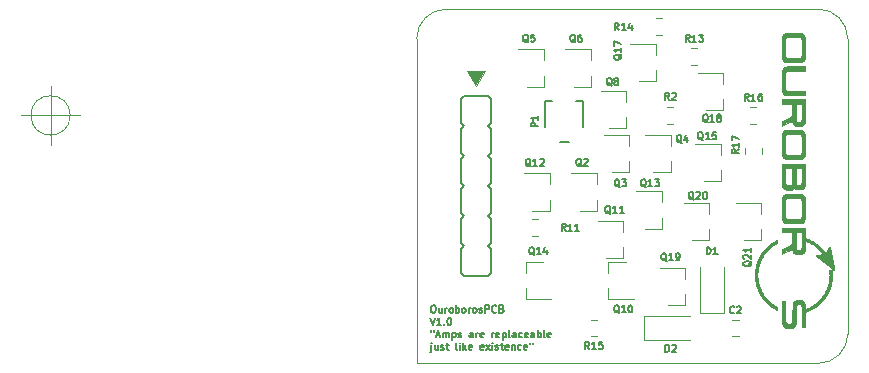
<source format=gbr>
G04 #@! TF.GenerationSoftware,KiCad,Pcbnew,5.1.2*
G04 #@! TF.CreationDate,2019-05-24T19:47:36-03:00*
G04 #@! TF.ProjectId,ouroboros,6f75726f-626f-4726-9f73-2e6b69636164,rev?*
G04 #@! TF.SameCoordinates,Original*
G04 #@! TF.FileFunction,Legend,Top*
G04 #@! TF.FilePolarity,Positive*
%FSLAX46Y46*%
G04 Gerber Fmt 4.6, Leading zero omitted, Abs format (unit mm)*
G04 Created by KiCad (PCBNEW 5.1.2) date 2019-05-24 19:47:36*
%MOMM*%
%LPD*%
G04 APERTURE LIST*
%ADD10C,0.150000*%
%ADD11C,0.120000*%
%ADD12C,0.050000*%
%ADD13C,0.100000*%
%ADD14C,0.127000*%
%ADD15C,0.200000*%
%ADD16C,0.010000*%
G04 APERTURE END LIST*
D10*
X90354642Y-84096428D02*
X90468928Y-84096428D01*
X90526071Y-84125000D01*
X90583214Y-84182142D01*
X90611785Y-84296428D01*
X90611785Y-84496428D01*
X90583214Y-84610714D01*
X90526071Y-84667857D01*
X90468928Y-84696428D01*
X90354642Y-84696428D01*
X90297500Y-84667857D01*
X90240357Y-84610714D01*
X90211785Y-84496428D01*
X90211785Y-84296428D01*
X90240357Y-84182142D01*
X90297500Y-84125000D01*
X90354642Y-84096428D01*
X91126071Y-84296428D02*
X91126071Y-84696428D01*
X90868928Y-84296428D02*
X90868928Y-84610714D01*
X90897500Y-84667857D01*
X90954642Y-84696428D01*
X91040357Y-84696428D01*
X91097500Y-84667857D01*
X91126071Y-84639285D01*
X91411785Y-84696428D02*
X91411785Y-84296428D01*
X91411785Y-84410714D02*
X91440357Y-84353571D01*
X91468928Y-84325000D01*
X91526071Y-84296428D01*
X91583214Y-84296428D01*
X91868928Y-84696428D02*
X91811785Y-84667857D01*
X91783214Y-84639285D01*
X91754642Y-84582142D01*
X91754642Y-84410714D01*
X91783214Y-84353571D01*
X91811785Y-84325000D01*
X91868928Y-84296428D01*
X91954642Y-84296428D01*
X92011785Y-84325000D01*
X92040357Y-84353571D01*
X92068928Y-84410714D01*
X92068928Y-84582142D01*
X92040357Y-84639285D01*
X92011785Y-84667857D01*
X91954642Y-84696428D01*
X91868928Y-84696428D01*
X92326071Y-84696428D02*
X92326071Y-84096428D01*
X92326071Y-84325000D02*
X92383214Y-84296428D01*
X92497500Y-84296428D01*
X92554642Y-84325000D01*
X92583214Y-84353571D01*
X92611785Y-84410714D01*
X92611785Y-84582142D01*
X92583214Y-84639285D01*
X92554642Y-84667857D01*
X92497500Y-84696428D01*
X92383214Y-84696428D01*
X92326071Y-84667857D01*
X92954642Y-84696428D02*
X92897500Y-84667857D01*
X92868928Y-84639285D01*
X92840357Y-84582142D01*
X92840357Y-84410714D01*
X92868928Y-84353571D01*
X92897500Y-84325000D01*
X92954642Y-84296428D01*
X93040357Y-84296428D01*
X93097500Y-84325000D01*
X93126071Y-84353571D01*
X93154642Y-84410714D01*
X93154642Y-84582142D01*
X93126071Y-84639285D01*
X93097500Y-84667857D01*
X93040357Y-84696428D01*
X92954642Y-84696428D01*
X93411785Y-84696428D02*
X93411785Y-84296428D01*
X93411785Y-84410714D02*
X93440357Y-84353571D01*
X93468928Y-84325000D01*
X93526071Y-84296428D01*
X93583214Y-84296428D01*
X93868928Y-84696428D02*
X93811785Y-84667857D01*
X93783214Y-84639285D01*
X93754642Y-84582142D01*
X93754642Y-84410714D01*
X93783214Y-84353571D01*
X93811785Y-84325000D01*
X93868928Y-84296428D01*
X93954642Y-84296428D01*
X94011785Y-84325000D01*
X94040357Y-84353571D01*
X94068928Y-84410714D01*
X94068928Y-84582142D01*
X94040357Y-84639285D01*
X94011785Y-84667857D01*
X93954642Y-84696428D01*
X93868928Y-84696428D01*
X94297500Y-84667857D02*
X94354642Y-84696428D01*
X94468928Y-84696428D01*
X94526071Y-84667857D01*
X94554642Y-84610714D01*
X94554642Y-84582142D01*
X94526071Y-84525000D01*
X94468928Y-84496428D01*
X94383214Y-84496428D01*
X94326071Y-84467857D01*
X94297500Y-84410714D01*
X94297500Y-84382142D01*
X94326071Y-84325000D01*
X94383214Y-84296428D01*
X94468928Y-84296428D01*
X94526071Y-84325000D01*
X94811785Y-84696428D02*
X94811785Y-84096428D01*
X95040357Y-84096428D01*
X95097500Y-84125000D01*
X95126071Y-84153571D01*
X95154642Y-84210714D01*
X95154642Y-84296428D01*
X95126071Y-84353571D01*
X95097500Y-84382142D01*
X95040357Y-84410714D01*
X94811785Y-84410714D01*
X95754642Y-84639285D02*
X95726071Y-84667857D01*
X95640357Y-84696428D01*
X95583214Y-84696428D01*
X95497500Y-84667857D01*
X95440357Y-84610714D01*
X95411785Y-84553571D01*
X95383214Y-84439285D01*
X95383214Y-84353571D01*
X95411785Y-84239285D01*
X95440357Y-84182142D01*
X95497500Y-84125000D01*
X95583214Y-84096428D01*
X95640357Y-84096428D01*
X95726071Y-84125000D01*
X95754642Y-84153571D01*
X96211785Y-84382142D02*
X96297500Y-84410714D01*
X96326071Y-84439285D01*
X96354642Y-84496428D01*
X96354642Y-84582142D01*
X96326071Y-84639285D01*
X96297500Y-84667857D01*
X96240357Y-84696428D01*
X96011785Y-84696428D01*
X96011785Y-84096428D01*
X96211785Y-84096428D01*
X96268928Y-84125000D01*
X96297500Y-84153571D01*
X96326071Y-84210714D01*
X96326071Y-84267857D01*
X96297500Y-84325000D01*
X96268928Y-84353571D01*
X96211785Y-84382142D01*
X96011785Y-84382142D01*
X90154642Y-85146428D02*
X90354642Y-85746428D01*
X90554642Y-85146428D01*
X91068928Y-85746428D02*
X90726071Y-85746428D01*
X90897500Y-85746428D02*
X90897500Y-85146428D01*
X90840357Y-85232142D01*
X90783214Y-85289285D01*
X90726071Y-85317857D01*
X91326071Y-85689285D02*
X91354642Y-85717857D01*
X91326071Y-85746428D01*
X91297500Y-85717857D01*
X91326071Y-85689285D01*
X91326071Y-85746428D01*
X91726071Y-85146428D02*
X91783214Y-85146428D01*
X91840357Y-85175000D01*
X91868928Y-85203571D01*
X91897500Y-85260714D01*
X91926071Y-85375000D01*
X91926071Y-85517857D01*
X91897500Y-85632142D01*
X91868928Y-85689285D01*
X91840357Y-85717857D01*
X91783214Y-85746428D01*
X91726071Y-85746428D01*
X91668928Y-85717857D01*
X91640357Y-85689285D01*
X91611785Y-85632142D01*
X91583214Y-85517857D01*
X91583214Y-85375000D01*
X91611785Y-85260714D01*
X91640357Y-85203571D01*
X91668928Y-85175000D01*
X91726071Y-85146428D01*
X90211785Y-86196428D02*
X90211785Y-86310714D01*
X90440357Y-86196428D02*
X90440357Y-86310714D01*
X90668928Y-86625000D02*
X90954642Y-86625000D01*
X90611785Y-86796428D02*
X90811785Y-86196428D01*
X91011785Y-86796428D01*
X91211785Y-86796428D02*
X91211785Y-86396428D01*
X91211785Y-86453571D02*
X91240357Y-86425000D01*
X91297500Y-86396428D01*
X91383214Y-86396428D01*
X91440357Y-86425000D01*
X91468928Y-86482142D01*
X91468928Y-86796428D01*
X91468928Y-86482142D02*
X91497500Y-86425000D01*
X91554642Y-86396428D01*
X91640357Y-86396428D01*
X91697500Y-86425000D01*
X91726071Y-86482142D01*
X91726071Y-86796428D01*
X92011785Y-86396428D02*
X92011785Y-86996428D01*
X92011785Y-86425000D02*
X92068928Y-86396428D01*
X92183214Y-86396428D01*
X92240357Y-86425000D01*
X92268928Y-86453571D01*
X92297500Y-86510714D01*
X92297500Y-86682142D01*
X92268928Y-86739285D01*
X92240357Y-86767857D01*
X92183214Y-86796428D01*
X92068928Y-86796428D01*
X92011785Y-86767857D01*
X92526071Y-86767857D02*
X92583214Y-86796428D01*
X92697500Y-86796428D01*
X92754642Y-86767857D01*
X92783214Y-86710714D01*
X92783214Y-86682142D01*
X92754642Y-86625000D01*
X92697500Y-86596428D01*
X92611785Y-86596428D01*
X92554642Y-86567857D01*
X92526071Y-86510714D01*
X92526071Y-86482142D01*
X92554642Y-86425000D01*
X92611785Y-86396428D01*
X92697500Y-86396428D01*
X92754642Y-86425000D01*
X93754642Y-86796428D02*
X93754642Y-86482142D01*
X93726071Y-86425000D01*
X93668928Y-86396428D01*
X93554642Y-86396428D01*
X93497500Y-86425000D01*
X93754642Y-86767857D02*
X93697500Y-86796428D01*
X93554642Y-86796428D01*
X93497500Y-86767857D01*
X93468928Y-86710714D01*
X93468928Y-86653571D01*
X93497500Y-86596428D01*
X93554642Y-86567857D01*
X93697500Y-86567857D01*
X93754642Y-86539285D01*
X94040357Y-86796428D02*
X94040357Y-86396428D01*
X94040357Y-86510714D02*
X94068928Y-86453571D01*
X94097500Y-86425000D01*
X94154642Y-86396428D01*
X94211785Y-86396428D01*
X94640357Y-86767857D02*
X94583214Y-86796428D01*
X94468928Y-86796428D01*
X94411785Y-86767857D01*
X94383214Y-86710714D01*
X94383214Y-86482142D01*
X94411785Y-86425000D01*
X94468928Y-86396428D01*
X94583214Y-86396428D01*
X94640357Y-86425000D01*
X94668928Y-86482142D01*
X94668928Y-86539285D01*
X94383214Y-86596428D01*
X95383214Y-86796428D02*
X95383214Y-86396428D01*
X95383214Y-86510714D02*
X95411785Y-86453571D01*
X95440357Y-86425000D01*
X95497500Y-86396428D01*
X95554642Y-86396428D01*
X95983214Y-86767857D02*
X95926071Y-86796428D01*
X95811785Y-86796428D01*
X95754642Y-86767857D01*
X95726071Y-86710714D01*
X95726071Y-86482142D01*
X95754642Y-86425000D01*
X95811785Y-86396428D01*
X95926071Y-86396428D01*
X95983214Y-86425000D01*
X96011785Y-86482142D01*
X96011785Y-86539285D01*
X95726071Y-86596428D01*
X96268928Y-86396428D02*
X96268928Y-86996428D01*
X96268928Y-86425000D02*
X96326071Y-86396428D01*
X96440357Y-86396428D01*
X96497500Y-86425000D01*
X96526071Y-86453571D01*
X96554642Y-86510714D01*
X96554642Y-86682142D01*
X96526071Y-86739285D01*
X96497500Y-86767857D01*
X96440357Y-86796428D01*
X96326071Y-86796428D01*
X96268928Y-86767857D01*
X96897500Y-86796428D02*
X96840357Y-86767857D01*
X96811785Y-86710714D01*
X96811785Y-86196428D01*
X97383214Y-86796428D02*
X97383214Y-86482142D01*
X97354642Y-86425000D01*
X97297500Y-86396428D01*
X97183214Y-86396428D01*
X97126071Y-86425000D01*
X97383214Y-86767857D02*
X97326071Y-86796428D01*
X97183214Y-86796428D01*
X97126071Y-86767857D01*
X97097500Y-86710714D01*
X97097500Y-86653571D01*
X97126071Y-86596428D01*
X97183214Y-86567857D01*
X97326071Y-86567857D01*
X97383214Y-86539285D01*
X97926071Y-86767857D02*
X97868928Y-86796428D01*
X97754642Y-86796428D01*
X97697500Y-86767857D01*
X97668928Y-86739285D01*
X97640357Y-86682142D01*
X97640357Y-86510714D01*
X97668928Y-86453571D01*
X97697500Y-86425000D01*
X97754642Y-86396428D01*
X97868928Y-86396428D01*
X97926071Y-86425000D01*
X98411785Y-86767857D02*
X98354642Y-86796428D01*
X98240357Y-86796428D01*
X98183214Y-86767857D01*
X98154642Y-86710714D01*
X98154642Y-86482142D01*
X98183214Y-86425000D01*
X98240357Y-86396428D01*
X98354642Y-86396428D01*
X98411785Y-86425000D01*
X98440357Y-86482142D01*
X98440357Y-86539285D01*
X98154642Y-86596428D01*
X98954642Y-86796428D02*
X98954642Y-86482142D01*
X98926071Y-86425000D01*
X98868928Y-86396428D01*
X98754642Y-86396428D01*
X98697500Y-86425000D01*
X98954642Y-86767857D02*
X98897500Y-86796428D01*
X98754642Y-86796428D01*
X98697500Y-86767857D01*
X98668928Y-86710714D01*
X98668928Y-86653571D01*
X98697500Y-86596428D01*
X98754642Y-86567857D01*
X98897500Y-86567857D01*
X98954642Y-86539285D01*
X99240357Y-86796428D02*
X99240357Y-86196428D01*
X99240357Y-86425000D02*
X99297500Y-86396428D01*
X99411785Y-86396428D01*
X99468928Y-86425000D01*
X99497500Y-86453571D01*
X99526071Y-86510714D01*
X99526071Y-86682142D01*
X99497500Y-86739285D01*
X99468928Y-86767857D01*
X99411785Y-86796428D01*
X99297500Y-86796428D01*
X99240357Y-86767857D01*
X99868928Y-86796428D02*
X99811785Y-86767857D01*
X99783214Y-86710714D01*
X99783214Y-86196428D01*
X100326071Y-86767857D02*
X100268928Y-86796428D01*
X100154642Y-86796428D01*
X100097500Y-86767857D01*
X100068928Y-86710714D01*
X100068928Y-86482142D01*
X100097500Y-86425000D01*
X100154642Y-86396428D01*
X100268928Y-86396428D01*
X100326071Y-86425000D01*
X100354642Y-86482142D01*
X100354642Y-86539285D01*
X100068928Y-86596428D01*
X90240357Y-87446428D02*
X90240357Y-87960714D01*
X90211785Y-88017857D01*
X90154642Y-88046428D01*
X90126071Y-88046428D01*
X90240357Y-87246428D02*
X90211785Y-87275000D01*
X90240357Y-87303571D01*
X90268928Y-87275000D01*
X90240357Y-87246428D01*
X90240357Y-87303571D01*
X90783214Y-87446428D02*
X90783214Y-87846428D01*
X90526071Y-87446428D02*
X90526071Y-87760714D01*
X90554642Y-87817857D01*
X90611785Y-87846428D01*
X90697500Y-87846428D01*
X90754642Y-87817857D01*
X90783214Y-87789285D01*
X91040357Y-87817857D02*
X91097500Y-87846428D01*
X91211785Y-87846428D01*
X91268928Y-87817857D01*
X91297500Y-87760714D01*
X91297500Y-87732142D01*
X91268928Y-87675000D01*
X91211785Y-87646428D01*
X91126071Y-87646428D01*
X91068928Y-87617857D01*
X91040357Y-87560714D01*
X91040357Y-87532142D01*
X91068928Y-87475000D01*
X91126071Y-87446428D01*
X91211785Y-87446428D01*
X91268928Y-87475000D01*
X91468928Y-87446428D02*
X91697500Y-87446428D01*
X91554642Y-87246428D02*
X91554642Y-87760714D01*
X91583214Y-87817857D01*
X91640357Y-87846428D01*
X91697500Y-87846428D01*
X92440357Y-87846428D02*
X92383214Y-87817857D01*
X92354642Y-87760714D01*
X92354642Y-87246428D01*
X92668928Y-87846428D02*
X92668928Y-87446428D01*
X92668928Y-87246428D02*
X92640357Y-87275000D01*
X92668928Y-87303571D01*
X92697500Y-87275000D01*
X92668928Y-87246428D01*
X92668928Y-87303571D01*
X92954642Y-87846428D02*
X92954642Y-87246428D01*
X93011785Y-87617857D02*
X93183214Y-87846428D01*
X93183214Y-87446428D02*
X92954642Y-87675000D01*
X93668928Y-87817857D02*
X93611785Y-87846428D01*
X93497500Y-87846428D01*
X93440357Y-87817857D01*
X93411785Y-87760714D01*
X93411785Y-87532142D01*
X93440357Y-87475000D01*
X93497500Y-87446428D01*
X93611785Y-87446428D01*
X93668928Y-87475000D01*
X93697500Y-87532142D01*
X93697500Y-87589285D01*
X93411785Y-87646428D01*
X94640357Y-87817857D02*
X94583214Y-87846428D01*
X94468928Y-87846428D01*
X94411785Y-87817857D01*
X94383214Y-87760714D01*
X94383214Y-87532142D01*
X94411785Y-87475000D01*
X94468928Y-87446428D01*
X94583214Y-87446428D01*
X94640357Y-87475000D01*
X94668928Y-87532142D01*
X94668928Y-87589285D01*
X94383214Y-87646428D01*
X94868928Y-87846428D02*
X95183214Y-87446428D01*
X94868928Y-87446428D02*
X95183214Y-87846428D01*
X95411785Y-87846428D02*
X95411785Y-87446428D01*
X95411785Y-87246428D02*
X95383214Y-87275000D01*
X95411785Y-87303571D01*
X95440357Y-87275000D01*
X95411785Y-87246428D01*
X95411785Y-87303571D01*
X95668928Y-87817857D02*
X95726071Y-87846428D01*
X95840357Y-87846428D01*
X95897500Y-87817857D01*
X95926071Y-87760714D01*
X95926071Y-87732142D01*
X95897500Y-87675000D01*
X95840357Y-87646428D01*
X95754642Y-87646428D01*
X95697500Y-87617857D01*
X95668928Y-87560714D01*
X95668928Y-87532142D01*
X95697500Y-87475000D01*
X95754642Y-87446428D01*
X95840357Y-87446428D01*
X95897500Y-87475000D01*
X96097500Y-87446428D02*
X96326071Y-87446428D01*
X96183214Y-87246428D02*
X96183214Y-87760714D01*
X96211785Y-87817857D01*
X96268928Y-87846428D01*
X96326071Y-87846428D01*
X96754642Y-87817857D02*
X96697500Y-87846428D01*
X96583214Y-87846428D01*
X96526071Y-87817857D01*
X96497500Y-87760714D01*
X96497500Y-87532142D01*
X96526071Y-87475000D01*
X96583214Y-87446428D01*
X96697500Y-87446428D01*
X96754642Y-87475000D01*
X96783214Y-87532142D01*
X96783214Y-87589285D01*
X96497500Y-87646428D01*
X97040357Y-87446428D02*
X97040357Y-87846428D01*
X97040357Y-87503571D02*
X97068928Y-87475000D01*
X97126071Y-87446428D01*
X97211785Y-87446428D01*
X97268928Y-87475000D01*
X97297500Y-87532142D01*
X97297500Y-87846428D01*
X97840357Y-87817857D02*
X97783214Y-87846428D01*
X97668928Y-87846428D01*
X97611785Y-87817857D01*
X97583214Y-87789285D01*
X97554642Y-87732142D01*
X97554642Y-87560714D01*
X97583214Y-87503571D01*
X97611785Y-87475000D01*
X97668928Y-87446428D01*
X97783214Y-87446428D01*
X97840357Y-87475000D01*
X98326071Y-87817857D02*
X98268928Y-87846428D01*
X98154642Y-87846428D01*
X98097500Y-87817857D01*
X98068928Y-87760714D01*
X98068928Y-87532142D01*
X98097500Y-87475000D01*
X98154642Y-87446428D01*
X98268928Y-87446428D01*
X98326071Y-87475000D01*
X98354642Y-87532142D01*
X98354642Y-87589285D01*
X98068928Y-87646428D01*
X98583214Y-87246428D02*
X98583214Y-87360714D01*
X98811785Y-87246428D02*
X98811785Y-87360714D01*
D11*
X123000000Y-59000000D02*
G75*
G02X125500000Y-61500000I0J-2500000D01*
G01*
X125500000Y-86500000D02*
G75*
G02X123000000Y-89000000I-2500000J0D01*
G01*
X89000000Y-61500000D02*
G75*
G02X91500000Y-59000000I2500000J0D01*
G01*
D12*
X59666666Y-68000000D02*
G75*
G03X59666666Y-68000000I-1666666J0D01*
G01*
X55500000Y-68000000D02*
X60500000Y-68000000D01*
X58000000Y-65500000D02*
X58000000Y-70500000D01*
D13*
G36*
X94000000Y-65500000D02*
G01*
X93250000Y-64250000D01*
X94750000Y-64250000D01*
X94000000Y-65500000D01*
G37*
X94000000Y-65500000D02*
X93250000Y-64250000D01*
X94750000Y-64250000D01*
X94000000Y-65500000D01*
D11*
X89000000Y-89000000D02*
X89000000Y-61500000D01*
X123000000Y-89000000D02*
X89000000Y-89000000D01*
X125500000Y-61500000D02*
X125500000Y-86500000D01*
X91500000Y-59000000D02*
X123000000Y-59000000D01*
D14*
X95270000Y-78826000D02*
X95016000Y-79080000D01*
X95016000Y-79080000D02*
X95270000Y-79334000D01*
X95270000Y-69174000D02*
X95270000Y-71206000D01*
X95270000Y-68666000D02*
X95016000Y-68920000D01*
X95270000Y-71206000D02*
X95016000Y-71460000D01*
X95270000Y-71714000D02*
X95270000Y-73746000D01*
X95016000Y-71460000D02*
X95270000Y-71714000D01*
X95016000Y-68920000D02*
X95270000Y-69174000D01*
X95270000Y-76286000D02*
X95016000Y-76540000D01*
X95270000Y-74254000D02*
X95270000Y-76286000D01*
X95016000Y-74000000D02*
X95270000Y-74254000D01*
X95016000Y-76540000D02*
X95270000Y-76794000D01*
X95270000Y-76794000D02*
X95270000Y-78826000D01*
X95270000Y-73746000D02*
X95016000Y-74000000D01*
X95270000Y-66634000D02*
X95016000Y-66380000D01*
X95270000Y-79334000D02*
X95270000Y-81366000D01*
X95270000Y-81366000D02*
X95016000Y-81620000D01*
X95270000Y-66634000D02*
X95270000Y-68666000D01*
X92730000Y-71206000D02*
X92730000Y-69174000D01*
X92984000Y-71460000D02*
X92730000Y-71206000D01*
X92730000Y-71714000D02*
X92984000Y-71460000D01*
X92730000Y-74254000D02*
X92984000Y-74000000D01*
X92730000Y-73746000D02*
X92730000Y-71714000D01*
X92984000Y-74000000D02*
X92730000Y-73746000D01*
X92730000Y-76286000D02*
X92730000Y-74254000D01*
X92730000Y-76794000D02*
X92984000Y-76540000D01*
X92984000Y-76540000D02*
X92730000Y-76286000D01*
X95016000Y-81620000D02*
X92984000Y-81620000D01*
X92730000Y-81366000D02*
X92984000Y-81620000D01*
X92984000Y-66380000D02*
X95016000Y-66380000D01*
X92730000Y-68666000D02*
X92730000Y-66634000D01*
X92730000Y-66634000D02*
X92984000Y-66380000D01*
X92730000Y-69174000D02*
X92984000Y-68920000D01*
X92984000Y-68920000D02*
X92730000Y-68666000D01*
X92730000Y-78826000D02*
X92730000Y-76794000D01*
X92984000Y-79080000D02*
X92730000Y-78826000D01*
X92730000Y-79334000D02*
X92984000Y-79080000D01*
X92730000Y-81366000D02*
X92730000Y-79334000D01*
D11*
X116261252Y-86710000D02*
X115738748Y-86710000D01*
X116261252Y-85290000D02*
X115738748Y-85290000D01*
X113000000Y-84750000D02*
X113000000Y-80850000D01*
X115000000Y-84750000D02*
X115000000Y-80850000D01*
X113000000Y-84750000D02*
X115000000Y-84750000D01*
X108250000Y-85000000D02*
X112150000Y-85000000D01*
X108250000Y-87000000D02*
X112150000Y-87000000D01*
X108250000Y-85000000D02*
X108250000Y-87000000D01*
D15*
X102500000Y-66750000D02*
X103100000Y-66750000D01*
X103100000Y-66750000D02*
X103100000Y-68950000D01*
X101900000Y-70250000D02*
X101100000Y-70250000D01*
X99900000Y-68950000D02*
X99900000Y-66800000D01*
D12*
X99900000Y-66800000D02*
X99900000Y-66750000D01*
D15*
X99900000Y-66750000D02*
X100500000Y-66750000D01*
D11*
X104260000Y-76080000D02*
X102800000Y-76080000D01*
X104260000Y-72920000D02*
X102100000Y-72920000D01*
X104260000Y-72920000D02*
X104260000Y-73850000D01*
X104260000Y-76080000D02*
X104260000Y-75150000D01*
X107010000Y-72830000D02*
X107010000Y-71900000D01*
X107010000Y-69670000D02*
X107010000Y-70600000D01*
X107010000Y-69670000D02*
X104850000Y-69670000D01*
X107010000Y-72830000D02*
X105550000Y-72830000D01*
X110510000Y-72830000D02*
X110510000Y-71900000D01*
X110510000Y-69670000D02*
X110510000Y-70600000D01*
X110510000Y-69670000D02*
X108350000Y-69670000D01*
X110510000Y-72830000D02*
X109050000Y-72830000D01*
X99760000Y-65580000D02*
X99760000Y-64650000D01*
X99760000Y-62420000D02*
X99760000Y-63350000D01*
X99760000Y-62420000D02*
X97600000Y-62420000D01*
X99760000Y-65580000D02*
X98300000Y-65580000D01*
X103760000Y-65580000D02*
X103760000Y-64650000D01*
X103760000Y-62420000D02*
X103760000Y-63350000D01*
X103760000Y-62420000D02*
X101600000Y-62420000D01*
X103760000Y-65580000D02*
X102300000Y-65580000D01*
X106760000Y-69080000D02*
X105300000Y-69080000D01*
X106760000Y-65920000D02*
X104600000Y-65920000D01*
X106760000Y-65920000D02*
X106760000Y-66850000D01*
X106760000Y-69080000D02*
X106760000Y-68150000D01*
X105240000Y-80420000D02*
X105240000Y-81350000D01*
X105240000Y-83580000D02*
X105240000Y-82650000D01*
X105240000Y-83580000D02*
X107400000Y-83580000D01*
X105240000Y-80420000D02*
X106700000Y-80420000D01*
X106510000Y-80080000D02*
X106510000Y-79150000D01*
X106510000Y-76920000D02*
X106510000Y-77850000D01*
X106510000Y-76920000D02*
X104350000Y-76920000D01*
X106510000Y-80080000D02*
X105050000Y-80080000D01*
X100260000Y-76080000D02*
X98800000Y-76080000D01*
X100260000Y-72920000D02*
X98100000Y-72920000D01*
X100260000Y-72920000D02*
X100260000Y-73850000D01*
X100260000Y-76080000D02*
X100260000Y-75150000D01*
X109760000Y-77580000D02*
X109760000Y-76650000D01*
X109760000Y-74420000D02*
X109760000Y-75350000D01*
X109760000Y-74420000D02*
X107600000Y-74420000D01*
X109760000Y-77580000D02*
X108300000Y-77580000D01*
X98240000Y-80420000D02*
X99700000Y-80420000D01*
X98240000Y-83580000D02*
X100400000Y-83580000D01*
X98240000Y-83580000D02*
X98240000Y-82650000D01*
X98240000Y-80420000D02*
X98240000Y-81350000D01*
X114760000Y-73580000D02*
X114760000Y-72650000D01*
X114760000Y-70420000D02*
X114760000Y-71350000D01*
X114760000Y-70420000D02*
X112600000Y-70420000D01*
X114760000Y-73580000D02*
X113300000Y-73580000D01*
X109260000Y-65080000D02*
X109260000Y-64150000D01*
X109260000Y-61920000D02*
X109260000Y-62850000D01*
X109260000Y-61920000D02*
X107100000Y-61920000D01*
X109260000Y-65080000D02*
X107800000Y-65080000D01*
X114960000Y-67580000D02*
X113500000Y-67580000D01*
X114960000Y-64420000D02*
X112800000Y-64420000D01*
X114960000Y-64420000D02*
X114960000Y-65350000D01*
X114960000Y-67580000D02*
X114960000Y-66650000D01*
X111760000Y-84080000D02*
X110300000Y-84080000D01*
X111760000Y-80920000D02*
X109600000Y-80920000D01*
X111760000Y-80920000D02*
X111760000Y-81850000D01*
X111760000Y-84080000D02*
X111760000Y-83150000D01*
X113760000Y-78580000D02*
X113760000Y-77650000D01*
X113760000Y-75420000D02*
X113760000Y-76350000D01*
X113760000Y-75420000D02*
X111600000Y-75420000D01*
X113760000Y-78580000D02*
X112300000Y-78580000D01*
X118160000Y-78580000D02*
X116700000Y-78580000D01*
X118160000Y-75420000D02*
X116000000Y-75420000D01*
X118160000Y-75420000D02*
X118160000Y-76350000D01*
X118160000Y-78580000D02*
X118160000Y-77650000D01*
X110736252Y-68710000D02*
X110213748Y-68710000D01*
X110736252Y-67290000D02*
X110213748Y-67290000D01*
X98738748Y-78210000D02*
X99261252Y-78210000D01*
X98738748Y-76790000D02*
X99261252Y-76790000D01*
X112238748Y-62290000D02*
X112761252Y-62290000D01*
X112238748Y-63710000D02*
X112761252Y-63710000D01*
X109238748Y-61210000D02*
X109761252Y-61210000D01*
X109238748Y-59790000D02*
X109761252Y-59790000D01*
X103738748Y-86710000D02*
X104261252Y-86710000D01*
X103738748Y-85290000D02*
X104261252Y-85290000D01*
X117761252Y-68710000D02*
X117238748Y-68710000D01*
X117761252Y-67290000D02*
X117238748Y-67290000D01*
X116790000Y-70738748D02*
X116790000Y-71261252D01*
X118210000Y-70738748D02*
X118210000Y-71261252D01*
D16*
G36*
X119493780Y-78804847D02*
G01*
X119445629Y-78830863D01*
X119401207Y-78855549D01*
X119359535Y-78879485D01*
X119319638Y-78903251D01*
X119280536Y-78927428D01*
X119241253Y-78952596D01*
X119208209Y-78974387D01*
X119124805Y-79031815D01*
X119045511Y-79090161D01*
X118969360Y-79150217D01*
X118895383Y-79212774D01*
X118822614Y-79278625D01*
X118750084Y-79348562D01*
X118745779Y-79352844D01*
X118659744Y-79442140D01*
X118577659Y-79534547D01*
X118499589Y-79629930D01*
X118425599Y-79728149D01*
X118355753Y-79829067D01*
X118290117Y-79932547D01*
X118228754Y-80038450D01*
X118171730Y-80146639D01*
X118119109Y-80256976D01*
X118070956Y-80369322D01*
X118027336Y-80483541D01*
X117988314Y-80599495D01*
X117953955Y-80717045D01*
X117924322Y-80836053D01*
X117899481Y-80956383D01*
X117879497Y-81077896D01*
X117864434Y-81200454D01*
X117861005Y-81236066D01*
X117858383Y-81265770D01*
X117856207Y-81292185D01*
X117854425Y-81316359D01*
X117852982Y-81339342D01*
X117851825Y-81362184D01*
X117850902Y-81385933D01*
X117850159Y-81411639D01*
X117849542Y-81440351D01*
X117849012Y-81472262D01*
X117849652Y-81597124D01*
X117855317Y-81721298D01*
X117865994Y-81844716D01*
X117881671Y-81967308D01*
X117902334Y-82089006D01*
X117927970Y-82209741D01*
X117958567Y-82329444D01*
X117994113Y-82448046D01*
X118034593Y-82565479D01*
X118067875Y-82651974D01*
X118116328Y-82766002D01*
X118168839Y-82877136D01*
X118225499Y-82985525D01*
X118286403Y-83091318D01*
X118351644Y-83194666D01*
X118421314Y-83295717D01*
X118495505Y-83394622D01*
X118574312Y-83491529D01*
X118628113Y-83553584D01*
X118650261Y-83577931D01*
X118675659Y-83604845D01*
X118703632Y-83633670D01*
X118733507Y-83663748D01*
X118764609Y-83694422D01*
X118796264Y-83725035D01*
X118827798Y-83754929D01*
X118858536Y-83783446D01*
X118887806Y-83809929D01*
X118914932Y-83833722D01*
X118918678Y-83836936D01*
X118991632Y-83897198D01*
X119067962Y-83956194D01*
X119146837Y-84013361D01*
X119227426Y-84068140D01*
X119308897Y-84119968D01*
X119390418Y-84168284D01*
X119471160Y-84212527D01*
X119488216Y-84221392D01*
X119511709Y-84233481D01*
X119511709Y-84352592D01*
X119511665Y-84376644D01*
X119511540Y-84399071D01*
X119511342Y-84419376D01*
X119511080Y-84437063D01*
X119510763Y-84451635D01*
X119510400Y-84462596D01*
X119509999Y-84469449D01*
X119509589Y-84471703D01*
X119506805Y-84470621D01*
X119500133Y-84467586D01*
X119490233Y-84462909D01*
X119477763Y-84456905D01*
X119463380Y-84449886D01*
X119453618Y-84445076D01*
X119341081Y-84386682D01*
X119230785Y-84323928D01*
X119123038Y-84257015D01*
X119018150Y-84186146D01*
X118916428Y-84111522D01*
X118818180Y-84033346D01*
X118792961Y-84012226D01*
X118711470Y-83940756D01*
X118630865Y-83865161D01*
X118552097Y-83786391D01*
X118476120Y-83705400D01*
X118403884Y-83623140D01*
X118403050Y-83622157D01*
X118336655Y-83540918D01*
X118271683Y-83455657D01*
X118208854Y-83367386D01*
X118148890Y-83277112D01*
X118098980Y-83196675D01*
X118035039Y-83085190D01*
X117975664Y-82971558D01*
X117920894Y-82855921D01*
X117870765Y-82738424D01*
X117825314Y-82619211D01*
X117784578Y-82498426D01*
X117748594Y-82376212D01*
X117717399Y-82252713D01*
X117691030Y-82128073D01*
X117669524Y-82002436D01*
X117652919Y-81875945D01*
X117641250Y-81748745D01*
X117634554Y-81620980D01*
X117632870Y-81492792D01*
X117635072Y-81392260D01*
X117642375Y-81264169D01*
X117654667Y-81136843D01*
X117671895Y-81010414D01*
X117694008Y-80885012D01*
X117720954Y-80760769D01*
X117752682Y-80637817D01*
X117789139Y-80516287D01*
X117830274Y-80396312D01*
X117876036Y-80278021D01*
X117926372Y-80161547D01*
X117981232Y-80047022D01*
X118040562Y-79934576D01*
X118104313Y-79824341D01*
X118172431Y-79716449D01*
X118244866Y-79611031D01*
X118321565Y-79508219D01*
X118402477Y-79408144D01*
X118425732Y-79380804D01*
X118472899Y-79327387D01*
X118523459Y-79272776D01*
X118576292Y-79218112D01*
X118630279Y-79164532D01*
X118684299Y-79113177D01*
X118726928Y-79074335D01*
X118820293Y-78994268D01*
X118917538Y-78917214D01*
X119018255Y-78843463D01*
X119122038Y-78773304D01*
X119228480Y-78707025D01*
X119314983Y-78657151D01*
X119329722Y-78649059D01*
X119346898Y-78639812D01*
X119365839Y-78629755D01*
X119385873Y-78619235D01*
X119406331Y-78608597D01*
X119426539Y-78598185D01*
X119445827Y-78588346D01*
X119463523Y-78579425D01*
X119478956Y-78571767D01*
X119491454Y-78565718D01*
X119500346Y-78561623D01*
X119502185Y-78560838D01*
X119511709Y-78556893D01*
X119511709Y-78795275D01*
X119493780Y-78804847D01*
X119493780Y-78804847D01*
G37*
X119493780Y-78804847D02*
X119445629Y-78830863D01*
X119401207Y-78855549D01*
X119359535Y-78879485D01*
X119319638Y-78903251D01*
X119280536Y-78927428D01*
X119241253Y-78952596D01*
X119208209Y-78974387D01*
X119124805Y-79031815D01*
X119045511Y-79090161D01*
X118969360Y-79150217D01*
X118895383Y-79212774D01*
X118822614Y-79278625D01*
X118750084Y-79348562D01*
X118745779Y-79352844D01*
X118659744Y-79442140D01*
X118577659Y-79534547D01*
X118499589Y-79629930D01*
X118425599Y-79728149D01*
X118355753Y-79829067D01*
X118290117Y-79932547D01*
X118228754Y-80038450D01*
X118171730Y-80146639D01*
X118119109Y-80256976D01*
X118070956Y-80369322D01*
X118027336Y-80483541D01*
X117988314Y-80599495D01*
X117953955Y-80717045D01*
X117924322Y-80836053D01*
X117899481Y-80956383D01*
X117879497Y-81077896D01*
X117864434Y-81200454D01*
X117861005Y-81236066D01*
X117858383Y-81265770D01*
X117856207Y-81292185D01*
X117854425Y-81316359D01*
X117852982Y-81339342D01*
X117851825Y-81362184D01*
X117850902Y-81385933D01*
X117850159Y-81411639D01*
X117849542Y-81440351D01*
X117849012Y-81472262D01*
X117849652Y-81597124D01*
X117855317Y-81721298D01*
X117865994Y-81844716D01*
X117881671Y-81967308D01*
X117902334Y-82089006D01*
X117927970Y-82209741D01*
X117958567Y-82329444D01*
X117994113Y-82448046D01*
X118034593Y-82565479D01*
X118067875Y-82651974D01*
X118116328Y-82766002D01*
X118168839Y-82877136D01*
X118225499Y-82985525D01*
X118286403Y-83091318D01*
X118351644Y-83194666D01*
X118421314Y-83295717D01*
X118495505Y-83394622D01*
X118574312Y-83491529D01*
X118628113Y-83553584D01*
X118650261Y-83577931D01*
X118675659Y-83604845D01*
X118703632Y-83633670D01*
X118733507Y-83663748D01*
X118764609Y-83694422D01*
X118796264Y-83725035D01*
X118827798Y-83754929D01*
X118858536Y-83783446D01*
X118887806Y-83809929D01*
X118914932Y-83833722D01*
X118918678Y-83836936D01*
X118991632Y-83897198D01*
X119067962Y-83956194D01*
X119146837Y-84013361D01*
X119227426Y-84068140D01*
X119308897Y-84119968D01*
X119390418Y-84168284D01*
X119471160Y-84212527D01*
X119488216Y-84221392D01*
X119511709Y-84233481D01*
X119511709Y-84352592D01*
X119511665Y-84376644D01*
X119511540Y-84399071D01*
X119511342Y-84419376D01*
X119511080Y-84437063D01*
X119510763Y-84451635D01*
X119510400Y-84462596D01*
X119509999Y-84469449D01*
X119509589Y-84471703D01*
X119506805Y-84470621D01*
X119500133Y-84467586D01*
X119490233Y-84462909D01*
X119477763Y-84456905D01*
X119463380Y-84449886D01*
X119453618Y-84445076D01*
X119341081Y-84386682D01*
X119230785Y-84323928D01*
X119123038Y-84257015D01*
X119018150Y-84186146D01*
X118916428Y-84111522D01*
X118818180Y-84033346D01*
X118792961Y-84012226D01*
X118711470Y-83940756D01*
X118630865Y-83865161D01*
X118552097Y-83786391D01*
X118476120Y-83705400D01*
X118403884Y-83623140D01*
X118403050Y-83622157D01*
X118336655Y-83540918D01*
X118271683Y-83455657D01*
X118208854Y-83367386D01*
X118148890Y-83277112D01*
X118098980Y-83196675D01*
X118035039Y-83085190D01*
X117975664Y-82971558D01*
X117920894Y-82855921D01*
X117870765Y-82738424D01*
X117825314Y-82619211D01*
X117784578Y-82498426D01*
X117748594Y-82376212D01*
X117717399Y-82252713D01*
X117691030Y-82128073D01*
X117669524Y-82002436D01*
X117652919Y-81875945D01*
X117641250Y-81748745D01*
X117634554Y-81620980D01*
X117632870Y-81492792D01*
X117635072Y-81392260D01*
X117642375Y-81264169D01*
X117654667Y-81136843D01*
X117671895Y-81010414D01*
X117694008Y-80885012D01*
X117720954Y-80760769D01*
X117752682Y-80637817D01*
X117789139Y-80516287D01*
X117830274Y-80396312D01*
X117876036Y-80278021D01*
X117926372Y-80161547D01*
X117981232Y-80047022D01*
X118040562Y-79934576D01*
X118104313Y-79824341D01*
X118172431Y-79716449D01*
X118244866Y-79611031D01*
X118321565Y-79508219D01*
X118402477Y-79408144D01*
X118425732Y-79380804D01*
X118472899Y-79327387D01*
X118523459Y-79272776D01*
X118576292Y-79218112D01*
X118630279Y-79164532D01*
X118684299Y-79113177D01*
X118726928Y-79074335D01*
X118820293Y-78994268D01*
X118917538Y-78917214D01*
X119018255Y-78843463D01*
X119122038Y-78773304D01*
X119228480Y-78707025D01*
X119314983Y-78657151D01*
X119329722Y-78649059D01*
X119346898Y-78639812D01*
X119365839Y-78629755D01*
X119385873Y-78619235D01*
X119406331Y-78608597D01*
X119426539Y-78598185D01*
X119445827Y-78588346D01*
X119463523Y-78579425D01*
X119478956Y-78571767D01*
X119491454Y-78565718D01*
X119500346Y-78561623D01*
X119502185Y-78560838D01*
X119511709Y-78556893D01*
X119511709Y-78795275D01*
X119493780Y-78804847D01*
G36*
X121874942Y-62332442D02*
G01*
X121874937Y-62400900D01*
X121874929Y-62464635D01*
X121874916Y-62523828D01*
X121874897Y-62578656D01*
X121874870Y-62629298D01*
X121874835Y-62675934D01*
X121874791Y-62718741D01*
X121874737Y-62757900D01*
X121874671Y-62793588D01*
X121874593Y-62825984D01*
X121874502Y-62855267D01*
X121874396Y-62881616D01*
X121874274Y-62905210D01*
X121874136Y-62926227D01*
X121873980Y-62944847D01*
X121873806Y-62961247D01*
X121873612Y-62975608D01*
X121873398Y-62988106D01*
X121873161Y-62998923D01*
X121872902Y-63008235D01*
X121872619Y-63016222D01*
X121872311Y-63023063D01*
X121871977Y-63028936D01*
X121871616Y-63034020D01*
X121871227Y-63038495D01*
X121870809Y-63042538D01*
X121870361Y-63046329D01*
X121870352Y-63046405D01*
X121862176Y-63100951D01*
X121851686Y-63151486D01*
X121838717Y-63198601D01*
X121823100Y-63242890D01*
X121804668Y-63284945D01*
X121800819Y-63292760D01*
X121778790Y-63331736D01*
X121753312Y-63367874D01*
X121724809Y-63400681D01*
X121693705Y-63429661D01*
X121665673Y-63450821D01*
X121637951Y-63467437D01*
X121606474Y-63482403D01*
X121572423Y-63495268D01*
X121536980Y-63505578D01*
X121505447Y-63512201D01*
X121499063Y-63513258D01*
X121492651Y-63514233D01*
X121485997Y-63515128D01*
X121478886Y-63515947D01*
X121471105Y-63516693D01*
X121462439Y-63517369D01*
X121452672Y-63517977D01*
X121441591Y-63518521D01*
X121428982Y-63519002D01*
X121414629Y-63519425D01*
X121398319Y-63519792D01*
X121379836Y-63520107D01*
X121358967Y-63520371D01*
X121335497Y-63520587D01*
X121309212Y-63520760D01*
X121279897Y-63520891D01*
X121247337Y-63520983D01*
X121211319Y-63521040D01*
X121171627Y-63521065D01*
X121128047Y-63521059D01*
X121080366Y-63521027D01*
X121028368Y-63520970D01*
X120971838Y-63520893D01*
X120910563Y-63520797D01*
X120874283Y-63520737D01*
X120812439Y-63520630D01*
X120755465Y-63520526D01*
X120703150Y-63520423D01*
X120655283Y-63520317D01*
X120611654Y-63520209D01*
X120572052Y-63520094D01*
X120536268Y-63519973D01*
X120504091Y-63519842D01*
X120475310Y-63519700D01*
X120449716Y-63519544D01*
X120427098Y-63519374D01*
X120407245Y-63519186D01*
X120389947Y-63518979D01*
X120374994Y-63518751D01*
X120362175Y-63518499D01*
X120351280Y-63518223D01*
X120342099Y-63517920D01*
X120334422Y-63517588D01*
X120328037Y-63517225D01*
X120322735Y-63516830D01*
X120318305Y-63516399D01*
X120314537Y-63515932D01*
X120311729Y-63515510D01*
X120267952Y-63506956D01*
X120228205Y-63496020D01*
X120191894Y-63482416D01*
X120158421Y-63465859D01*
X120127190Y-63446061D01*
X120097606Y-63422736D01*
X120075392Y-63402013D01*
X120046239Y-63369471D01*
X120019971Y-63332923D01*
X119996710Y-63292626D01*
X119976576Y-63248835D01*
X119959692Y-63201807D01*
X119946178Y-63151798D01*
X119938364Y-63112705D01*
X119937043Y-63105116D01*
X119935809Y-63098166D01*
X119934661Y-63091671D01*
X119933594Y-63085446D01*
X119932606Y-63079305D01*
X119931694Y-63073063D01*
X119930854Y-63066536D01*
X119930084Y-63059538D01*
X119929380Y-63051884D01*
X119928739Y-63043388D01*
X119928158Y-63033867D01*
X119927634Y-63023134D01*
X119927165Y-63011005D01*
X119926745Y-62997294D01*
X119926374Y-62981817D01*
X119926047Y-62964388D01*
X119925762Y-62944822D01*
X119925515Y-62922935D01*
X119925303Y-62898540D01*
X119925124Y-62871453D01*
X119924973Y-62841489D01*
X119924849Y-62808463D01*
X119924747Y-62772189D01*
X119924665Y-62732483D01*
X119924600Y-62689159D01*
X119924549Y-62642032D01*
X119924508Y-62590917D01*
X119924474Y-62535629D01*
X119924444Y-62475984D01*
X119924416Y-62411795D01*
X119924385Y-62342878D01*
X119924354Y-62276862D01*
X119924326Y-62215739D01*
X119924304Y-62155873D01*
X119924288Y-62097468D01*
X119924278Y-62040726D01*
X119924274Y-61985851D01*
X119924276Y-61933047D01*
X119924283Y-61882517D01*
X119924295Y-61834463D01*
X119924312Y-61789090D01*
X119924335Y-61746599D01*
X119924363Y-61707196D01*
X119924396Y-61671083D01*
X119924433Y-61638463D01*
X119924475Y-61609539D01*
X119924522Y-61584515D01*
X119924573Y-61563595D01*
X119924628Y-61546980D01*
X119924687Y-61534876D01*
X119924751Y-61527484D01*
X119924805Y-61525097D01*
X119929405Y-61474979D01*
X119935746Y-61427611D01*
X119943733Y-61383513D01*
X119953270Y-61343205D01*
X119964260Y-61307208D01*
X119965792Y-61302869D01*
X119983429Y-61258134D01*
X120002614Y-61217994D01*
X120023525Y-61182152D01*
X120046341Y-61150314D01*
X120071239Y-61122181D01*
X120079057Y-61114500D01*
X120112222Y-61086362D01*
X120148294Y-61062300D01*
X120187325Y-61042293D01*
X120229365Y-61026319D01*
X120274465Y-61014358D01*
X120322675Y-61006388D01*
X120339666Y-61004594D01*
X120345693Y-61004280D01*
X120356492Y-61003985D01*
X120371768Y-61003708D01*
X120391228Y-61003451D01*
X120414576Y-61003212D01*
X120441518Y-61002992D01*
X120471760Y-61002791D01*
X120505007Y-61002609D01*
X120540964Y-61002446D01*
X120579336Y-61002301D01*
X120619831Y-61002176D01*
X120662151Y-61002069D01*
X120706004Y-61001981D01*
X120751095Y-61001911D01*
X120797128Y-61001862D01*
X120843810Y-61001830D01*
X120890846Y-61001817D01*
X120898410Y-61001817D01*
X120898410Y-61371443D01*
X120836770Y-61371444D01*
X120780001Y-61371450D01*
X120727896Y-61371462D01*
X120680246Y-61371482D01*
X120636845Y-61371511D01*
X120597485Y-61371551D01*
X120561956Y-61371604D01*
X120530053Y-61371672D01*
X120501566Y-61371756D01*
X120476288Y-61371858D01*
X120454012Y-61371980D01*
X120434529Y-61372123D01*
X120417631Y-61372289D01*
X120403111Y-61372480D01*
X120390760Y-61372697D01*
X120380372Y-61372942D01*
X120371738Y-61373218D01*
X120364650Y-61373525D01*
X120358900Y-61373865D01*
X120354282Y-61374240D01*
X120350586Y-61374652D01*
X120347605Y-61375102D01*
X120345131Y-61375593D01*
X120343476Y-61375990D01*
X120316456Y-61385234D01*
X120292574Y-61398359D01*
X120271811Y-61415394D01*
X120254147Y-61436369D01*
X120239563Y-61461315D01*
X120228038Y-61490262D01*
X120219554Y-61523240D01*
X120214089Y-61560280D01*
X120212683Y-61577162D01*
X120212526Y-61582104D01*
X120212375Y-61591906D01*
X120212231Y-61606349D01*
X120212095Y-61625211D01*
X120211968Y-61648275D01*
X120211848Y-61675320D01*
X120211738Y-61706126D01*
X120211638Y-61740473D01*
X120211547Y-61778143D01*
X120211467Y-61818916D01*
X120211397Y-61862571D01*
X120211339Y-61908889D01*
X120211292Y-61957651D01*
X120211257Y-62008636D01*
X120211235Y-62061625D01*
X120211226Y-62116399D01*
X120211230Y-62172738D01*
X120211248Y-62230421D01*
X120211277Y-62283211D01*
X120211714Y-62961324D01*
X120217164Y-62989261D01*
X120223741Y-63018145D01*
X120231535Y-63042861D01*
X120240929Y-63064252D01*
X120252308Y-63083159D01*
X120266055Y-63100425D01*
X120269578Y-63104238D01*
X120289778Y-63121917D01*
X120312864Y-63135578D01*
X120338209Y-63144872D01*
X120346016Y-63146727D01*
X120350811Y-63147195D01*
X120360394Y-63147636D01*
X120374474Y-63148048D01*
X120392757Y-63148434D01*
X120414954Y-63148791D01*
X120440771Y-63149121D01*
X120469918Y-63149423D01*
X120502103Y-63149698D01*
X120537034Y-63149945D01*
X120574420Y-63150164D01*
X120613968Y-63150355D01*
X120655388Y-63150519D01*
X120698387Y-63150655D01*
X120742673Y-63150764D01*
X120787956Y-63150844D01*
X120833944Y-63150897D01*
X120880344Y-63150923D01*
X120926866Y-63150920D01*
X120973217Y-63150890D01*
X121019106Y-63150833D01*
X121064242Y-63150747D01*
X121108332Y-63150634D01*
X121151084Y-63150493D01*
X121192208Y-63150325D01*
X121231412Y-63150129D01*
X121268404Y-63149905D01*
X121302892Y-63149653D01*
X121334584Y-63149374D01*
X121363189Y-63149067D01*
X121388416Y-63148733D01*
X121409973Y-63148371D01*
X121427567Y-63147981D01*
X121440908Y-63147563D01*
X121449703Y-63147118D01*
X121453345Y-63146727D01*
X121479500Y-63138755D01*
X121503309Y-63126415D01*
X121524510Y-63109973D01*
X121542841Y-63089693D01*
X121558037Y-63065840D01*
X121569838Y-63038679D01*
X121574139Y-63024837D01*
X121575503Y-63019986D01*
X121576771Y-63015605D01*
X121577948Y-63011506D01*
X121579036Y-63007499D01*
X121580041Y-63003396D01*
X121580965Y-62999010D01*
X121581811Y-62994152D01*
X121582585Y-62988634D01*
X121583289Y-62982267D01*
X121583927Y-62974863D01*
X121584503Y-62966233D01*
X121585020Y-62956190D01*
X121585482Y-62944545D01*
X121585893Y-62931110D01*
X121586257Y-62915696D01*
X121586576Y-62898116D01*
X121586856Y-62878180D01*
X121587098Y-62855700D01*
X121587308Y-62830489D01*
X121587489Y-62802357D01*
X121587643Y-62771117D01*
X121587776Y-62736581D01*
X121587891Y-62698559D01*
X121587992Y-62656863D01*
X121588081Y-62611306D01*
X121588163Y-62561699D01*
X121588241Y-62507853D01*
X121588320Y-62449581D01*
X121588403Y-62386693D01*
X121588492Y-62319003D01*
X121588538Y-62285751D01*
X121588638Y-62207538D01*
X121588715Y-62134320D01*
X121588768Y-62066010D01*
X121588798Y-62002523D01*
X121588804Y-61943775D01*
X121588786Y-61889679D01*
X121588743Y-61840151D01*
X121588676Y-61795105D01*
X121588584Y-61754456D01*
X121588467Y-61718118D01*
X121588324Y-61686006D01*
X121588156Y-61658035D01*
X121587963Y-61634120D01*
X121587743Y-61614175D01*
X121587498Y-61598114D01*
X121587226Y-61585853D01*
X121586927Y-61577306D01*
X121586691Y-61573352D01*
X121582559Y-61537533D01*
X121576270Y-61505973D01*
X121567710Y-61478279D01*
X121556759Y-61454058D01*
X121546159Y-61436859D01*
X121528421Y-61415631D01*
X121507912Y-61398608D01*
X121484446Y-61385668D01*
X121457838Y-61376687D01*
X121455259Y-61376062D01*
X121452826Y-61375532D01*
X121450089Y-61375045D01*
X121446841Y-61374597D01*
X121442871Y-61374188D01*
X121437972Y-61373816D01*
X121431935Y-61373479D01*
X121424550Y-61373175D01*
X121415609Y-61372903D01*
X121404904Y-61372661D01*
X121392225Y-61372447D01*
X121377365Y-61372260D01*
X121360113Y-61372097D01*
X121340261Y-61371957D01*
X121317601Y-61371839D01*
X121291924Y-61371740D01*
X121263021Y-61371659D01*
X121230683Y-61371594D01*
X121194701Y-61371543D01*
X121154868Y-61371505D01*
X121110973Y-61371478D01*
X121062809Y-61371459D01*
X121010166Y-61371449D01*
X120952836Y-61371444D01*
X120898410Y-61371443D01*
X120898410Y-61001817D01*
X120937941Y-61001823D01*
X120984801Y-61001848D01*
X121031131Y-61001891D01*
X121076637Y-61001952D01*
X121121024Y-61002033D01*
X121163998Y-61002133D01*
X121205263Y-61002251D01*
X121244526Y-61002389D01*
X121281492Y-61002545D01*
X121315866Y-61002719D01*
X121347354Y-61002913D01*
X121375661Y-61003125D01*
X121400493Y-61003356D01*
X121421555Y-61003606D01*
X121438552Y-61003874D01*
X121451191Y-61004161D01*
X121459176Y-61004467D01*
X121461158Y-61004609D01*
X121509799Y-61011366D01*
X121555278Y-61021889D01*
X121597631Y-61036220D01*
X121636895Y-61054400D01*
X121673107Y-61076471D01*
X121706304Y-61102476D01*
X121736523Y-61132455D01*
X121763800Y-61166451D01*
X121788172Y-61204505D01*
X121809677Y-61246659D01*
X121828351Y-61292956D01*
X121844230Y-61343436D01*
X121857352Y-61398142D01*
X121867754Y-61457116D01*
X121869308Y-61467953D01*
X121874943Y-61508589D01*
X121874943Y-62259084D01*
X121874942Y-62332442D01*
X121874942Y-62332442D01*
G37*
X121874942Y-62332442D02*
X121874937Y-62400900D01*
X121874929Y-62464635D01*
X121874916Y-62523828D01*
X121874897Y-62578656D01*
X121874870Y-62629298D01*
X121874835Y-62675934D01*
X121874791Y-62718741D01*
X121874737Y-62757900D01*
X121874671Y-62793588D01*
X121874593Y-62825984D01*
X121874502Y-62855267D01*
X121874396Y-62881616D01*
X121874274Y-62905210D01*
X121874136Y-62926227D01*
X121873980Y-62944847D01*
X121873806Y-62961247D01*
X121873612Y-62975608D01*
X121873398Y-62988106D01*
X121873161Y-62998923D01*
X121872902Y-63008235D01*
X121872619Y-63016222D01*
X121872311Y-63023063D01*
X121871977Y-63028936D01*
X121871616Y-63034020D01*
X121871227Y-63038495D01*
X121870809Y-63042538D01*
X121870361Y-63046329D01*
X121870352Y-63046405D01*
X121862176Y-63100951D01*
X121851686Y-63151486D01*
X121838717Y-63198601D01*
X121823100Y-63242890D01*
X121804668Y-63284945D01*
X121800819Y-63292760D01*
X121778790Y-63331736D01*
X121753312Y-63367874D01*
X121724809Y-63400681D01*
X121693705Y-63429661D01*
X121665673Y-63450821D01*
X121637951Y-63467437D01*
X121606474Y-63482403D01*
X121572423Y-63495268D01*
X121536980Y-63505578D01*
X121505447Y-63512201D01*
X121499063Y-63513258D01*
X121492651Y-63514233D01*
X121485997Y-63515128D01*
X121478886Y-63515947D01*
X121471105Y-63516693D01*
X121462439Y-63517369D01*
X121452672Y-63517977D01*
X121441591Y-63518521D01*
X121428982Y-63519002D01*
X121414629Y-63519425D01*
X121398319Y-63519792D01*
X121379836Y-63520107D01*
X121358967Y-63520371D01*
X121335497Y-63520587D01*
X121309212Y-63520760D01*
X121279897Y-63520891D01*
X121247337Y-63520983D01*
X121211319Y-63521040D01*
X121171627Y-63521065D01*
X121128047Y-63521059D01*
X121080366Y-63521027D01*
X121028368Y-63520970D01*
X120971838Y-63520893D01*
X120910563Y-63520797D01*
X120874283Y-63520737D01*
X120812439Y-63520630D01*
X120755465Y-63520526D01*
X120703150Y-63520423D01*
X120655283Y-63520317D01*
X120611654Y-63520209D01*
X120572052Y-63520094D01*
X120536268Y-63519973D01*
X120504091Y-63519842D01*
X120475310Y-63519700D01*
X120449716Y-63519544D01*
X120427098Y-63519374D01*
X120407245Y-63519186D01*
X120389947Y-63518979D01*
X120374994Y-63518751D01*
X120362175Y-63518499D01*
X120351280Y-63518223D01*
X120342099Y-63517920D01*
X120334422Y-63517588D01*
X120328037Y-63517225D01*
X120322735Y-63516830D01*
X120318305Y-63516399D01*
X120314537Y-63515932D01*
X120311729Y-63515510D01*
X120267952Y-63506956D01*
X120228205Y-63496020D01*
X120191894Y-63482416D01*
X120158421Y-63465859D01*
X120127190Y-63446061D01*
X120097606Y-63422736D01*
X120075392Y-63402013D01*
X120046239Y-63369471D01*
X120019971Y-63332923D01*
X119996710Y-63292626D01*
X119976576Y-63248835D01*
X119959692Y-63201807D01*
X119946178Y-63151798D01*
X119938364Y-63112705D01*
X119937043Y-63105116D01*
X119935809Y-63098166D01*
X119934661Y-63091671D01*
X119933594Y-63085446D01*
X119932606Y-63079305D01*
X119931694Y-63073063D01*
X119930854Y-63066536D01*
X119930084Y-63059538D01*
X119929380Y-63051884D01*
X119928739Y-63043388D01*
X119928158Y-63033867D01*
X119927634Y-63023134D01*
X119927165Y-63011005D01*
X119926745Y-62997294D01*
X119926374Y-62981817D01*
X119926047Y-62964388D01*
X119925762Y-62944822D01*
X119925515Y-62922935D01*
X119925303Y-62898540D01*
X119925124Y-62871453D01*
X119924973Y-62841489D01*
X119924849Y-62808463D01*
X119924747Y-62772189D01*
X119924665Y-62732483D01*
X119924600Y-62689159D01*
X119924549Y-62642032D01*
X119924508Y-62590917D01*
X119924474Y-62535629D01*
X119924444Y-62475984D01*
X119924416Y-62411795D01*
X119924385Y-62342878D01*
X119924354Y-62276862D01*
X119924326Y-62215739D01*
X119924304Y-62155873D01*
X119924288Y-62097468D01*
X119924278Y-62040726D01*
X119924274Y-61985851D01*
X119924276Y-61933047D01*
X119924283Y-61882517D01*
X119924295Y-61834463D01*
X119924312Y-61789090D01*
X119924335Y-61746599D01*
X119924363Y-61707196D01*
X119924396Y-61671083D01*
X119924433Y-61638463D01*
X119924475Y-61609539D01*
X119924522Y-61584515D01*
X119924573Y-61563595D01*
X119924628Y-61546980D01*
X119924687Y-61534876D01*
X119924751Y-61527484D01*
X119924805Y-61525097D01*
X119929405Y-61474979D01*
X119935746Y-61427611D01*
X119943733Y-61383513D01*
X119953270Y-61343205D01*
X119964260Y-61307208D01*
X119965792Y-61302869D01*
X119983429Y-61258134D01*
X120002614Y-61217994D01*
X120023525Y-61182152D01*
X120046341Y-61150314D01*
X120071239Y-61122181D01*
X120079057Y-61114500D01*
X120112222Y-61086362D01*
X120148294Y-61062300D01*
X120187325Y-61042293D01*
X120229365Y-61026319D01*
X120274465Y-61014358D01*
X120322675Y-61006388D01*
X120339666Y-61004594D01*
X120345693Y-61004280D01*
X120356492Y-61003985D01*
X120371768Y-61003708D01*
X120391228Y-61003451D01*
X120414576Y-61003212D01*
X120441518Y-61002992D01*
X120471760Y-61002791D01*
X120505007Y-61002609D01*
X120540964Y-61002446D01*
X120579336Y-61002301D01*
X120619831Y-61002176D01*
X120662151Y-61002069D01*
X120706004Y-61001981D01*
X120751095Y-61001911D01*
X120797128Y-61001862D01*
X120843810Y-61001830D01*
X120890846Y-61001817D01*
X120898410Y-61001817D01*
X120898410Y-61371443D01*
X120836770Y-61371444D01*
X120780001Y-61371450D01*
X120727896Y-61371462D01*
X120680246Y-61371482D01*
X120636845Y-61371511D01*
X120597485Y-61371551D01*
X120561956Y-61371604D01*
X120530053Y-61371672D01*
X120501566Y-61371756D01*
X120476288Y-61371858D01*
X120454012Y-61371980D01*
X120434529Y-61372123D01*
X120417631Y-61372289D01*
X120403111Y-61372480D01*
X120390760Y-61372697D01*
X120380372Y-61372942D01*
X120371738Y-61373218D01*
X120364650Y-61373525D01*
X120358900Y-61373865D01*
X120354282Y-61374240D01*
X120350586Y-61374652D01*
X120347605Y-61375102D01*
X120345131Y-61375593D01*
X120343476Y-61375990D01*
X120316456Y-61385234D01*
X120292574Y-61398359D01*
X120271811Y-61415394D01*
X120254147Y-61436369D01*
X120239563Y-61461315D01*
X120228038Y-61490262D01*
X120219554Y-61523240D01*
X120214089Y-61560280D01*
X120212683Y-61577162D01*
X120212526Y-61582104D01*
X120212375Y-61591906D01*
X120212231Y-61606349D01*
X120212095Y-61625211D01*
X120211968Y-61648275D01*
X120211848Y-61675320D01*
X120211738Y-61706126D01*
X120211638Y-61740473D01*
X120211547Y-61778143D01*
X120211467Y-61818916D01*
X120211397Y-61862571D01*
X120211339Y-61908889D01*
X120211292Y-61957651D01*
X120211257Y-62008636D01*
X120211235Y-62061625D01*
X120211226Y-62116399D01*
X120211230Y-62172738D01*
X120211248Y-62230421D01*
X120211277Y-62283211D01*
X120211714Y-62961324D01*
X120217164Y-62989261D01*
X120223741Y-63018145D01*
X120231535Y-63042861D01*
X120240929Y-63064252D01*
X120252308Y-63083159D01*
X120266055Y-63100425D01*
X120269578Y-63104238D01*
X120289778Y-63121917D01*
X120312864Y-63135578D01*
X120338209Y-63144872D01*
X120346016Y-63146727D01*
X120350811Y-63147195D01*
X120360394Y-63147636D01*
X120374474Y-63148048D01*
X120392757Y-63148434D01*
X120414954Y-63148791D01*
X120440771Y-63149121D01*
X120469918Y-63149423D01*
X120502103Y-63149698D01*
X120537034Y-63149945D01*
X120574420Y-63150164D01*
X120613968Y-63150355D01*
X120655388Y-63150519D01*
X120698387Y-63150655D01*
X120742673Y-63150764D01*
X120787956Y-63150844D01*
X120833944Y-63150897D01*
X120880344Y-63150923D01*
X120926866Y-63150920D01*
X120973217Y-63150890D01*
X121019106Y-63150833D01*
X121064242Y-63150747D01*
X121108332Y-63150634D01*
X121151084Y-63150493D01*
X121192208Y-63150325D01*
X121231412Y-63150129D01*
X121268404Y-63149905D01*
X121302892Y-63149653D01*
X121334584Y-63149374D01*
X121363189Y-63149067D01*
X121388416Y-63148733D01*
X121409973Y-63148371D01*
X121427567Y-63147981D01*
X121440908Y-63147563D01*
X121449703Y-63147118D01*
X121453345Y-63146727D01*
X121479500Y-63138755D01*
X121503309Y-63126415D01*
X121524510Y-63109973D01*
X121542841Y-63089693D01*
X121558037Y-63065840D01*
X121569838Y-63038679D01*
X121574139Y-63024837D01*
X121575503Y-63019986D01*
X121576771Y-63015605D01*
X121577948Y-63011506D01*
X121579036Y-63007499D01*
X121580041Y-63003396D01*
X121580965Y-62999010D01*
X121581811Y-62994152D01*
X121582585Y-62988634D01*
X121583289Y-62982267D01*
X121583927Y-62974863D01*
X121584503Y-62966233D01*
X121585020Y-62956190D01*
X121585482Y-62944545D01*
X121585893Y-62931110D01*
X121586257Y-62915696D01*
X121586576Y-62898116D01*
X121586856Y-62878180D01*
X121587098Y-62855700D01*
X121587308Y-62830489D01*
X121587489Y-62802357D01*
X121587643Y-62771117D01*
X121587776Y-62736581D01*
X121587891Y-62698559D01*
X121587992Y-62656863D01*
X121588081Y-62611306D01*
X121588163Y-62561699D01*
X121588241Y-62507853D01*
X121588320Y-62449581D01*
X121588403Y-62386693D01*
X121588492Y-62319003D01*
X121588538Y-62285751D01*
X121588638Y-62207538D01*
X121588715Y-62134320D01*
X121588768Y-62066010D01*
X121588798Y-62002523D01*
X121588804Y-61943775D01*
X121588786Y-61889679D01*
X121588743Y-61840151D01*
X121588676Y-61795105D01*
X121588584Y-61754456D01*
X121588467Y-61718118D01*
X121588324Y-61686006D01*
X121588156Y-61658035D01*
X121587963Y-61634120D01*
X121587743Y-61614175D01*
X121587498Y-61598114D01*
X121587226Y-61585853D01*
X121586927Y-61577306D01*
X121586691Y-61573352D01*
X121582559Y-61537533D01*
X121576270Y-61505973D01*
X121567710Y-61478279D01*
X121556759Y-61454058D01*
X121546159Y-61436859D01*
X121528421Y-61415631D01*
X121507912Y-61398608D01*
X121484446Y-61385668D01*
X121457838Y-61376687D01*
X121455259Y-61376062D01*
X121452826Y-61375532D01*
X121450089Y-61375045D01*
X121446841Y-61374597D01*
X121442871Y-61374188D01*
X121437972Y-61373816D01*
X121431935Y-61373479D01*
X121424550Y-61373175D01*
X121415609Y-61372903D01*
X121404904Y-61372661D01*
X121392225Y-61372447D01*
X121377365Y-61372260D01*
X121360113Y-61372097D01*
X121340261Y-61371957D01*
X121317601Y-61371839D01*
X121291924Y-61371740D01*
X121263021Y-61371659D01*
X121230683Y-61371594D01*
X121194701Y-61371543D01*
X121154868Y-61371505D01*
X121110973Y-61371478D01*
X121062809Y-61371459D01*
X121010166Y-61371449D01*
X120952836Y-61371444D01*
X120898410Y-61371443D01*
X120898410Y-61001817D01*
X120937941Y-61001823D01*
X120984801Y-61001848D01*
X121031131Y-61001891D01*
X121076637Y-61001952D01*
X121121024Y-61002033D01*
X121163998Y-61002133D01*
X121205263Y-61002251D01*
X121244526Y-61002389D01*
X121281492Y-61002545D01*
X121315866Y-61002719D01*
X121347354Y-61002913D01*
X121375661Y-61003125D01*
X121400493Y-61003356D01*
X121421555Y-61003606D01*
X121438552Y-61003874D01*
X121451191Y-61004161D01*
X121459176Y-61004467D01*
X121461158Y-61004609D01*
X121509799Y-61011366D01*
X121555278Y-61021889D01*
X121597631Y-61036220D01*
X121636895Y-61054400D01*
X121673107Y-61076471D01*
X121706304Y-61102476D01*
X121736523Y-61132455D01*
X121763800Y-61166451D01*
X121788172Y-61204505D01*
X121809677Y-61246659D01*
X121828351Y-61292956D01*
X121844230Y-61343436D01*
X121857352Y-61398142D01*
X121867754Y-61457116D01*
X121869308Y-61467953D01*
X121874943Y-61508589D01*
X121874943Y-62259084D01*
X121874942Y-62332442D01*
G36*
X121114924Y-64230537D02*
G01*
X121041102Y-64230602D01*
X120972188Y-64230666D01*
X120908010Y-64230729D01*
X120848394Y-64230793D01*
X120793169Y-64230859D01*
X120742162Y-64230928D01*
X120695202Y-64231002D01*
X120652117Y-64231081D01*
X120612733Y-64231167D01*
X120576879Y-64231260D01*
X120544384Y-64231362D01*
X120515073Y-64231474D01*
X120488777Y-64231598D01*
X120465321Y-64231733D01*
X120444535Y-64231882D01*
X120426245Y-64232046D01*
X120410281Y-64232225D01*
X120396469Y-64232421D01*
X120384637Y-64232636D01*
X120374614Y-64232869D01*
X120366226Y-64233123D01*
X120359303Y-64233398D01*
X120353671Y-64233695D01*
X120349159Y-64234017D01*
X120345594Y-64234363D01*
X120342805Y-64234735D01*
X120340618Y-64235135D01*
X120338863Y-64235563D01*
X120338396Y-64235696D01*
X120316535Y-64243462D01*
X120298004Y-64253191D01*
X120281148Y-64265858D01*
X120271026Y-64275399D01*
X120254470Y-64294780D01*
X120241116Y-64316532D01*
X120230505Y-64341507D01*
X120224298Y-64361993D01*
X120222974Y-64366983D01*
X120221744Y-64371608D01*
X120220605Y-64376060D01*
X120219552Y-64380533D01*
X120218583Y-64385219D01*
X120217694Y-64390309D01*
X120216881Y-64395996D01*
X120216142Y-64402473D01*
X120215472Y-64409931D01*
X120214868Y-64418563D01*
X120214327Y-64428562D01*
X120213845Y-64440119D01*
X120213420Y-64453427D01*
X120213046Y-64468678D01*
X120212722Y-64486064D01*
X120212444Y-64505779D01*
X120212207Y-64528013D01*
X120212010Y-64552960D01*
X120211847Y-64580811D01*
X120211717Y-64611759D01*
X120211615Y-64645997D01*
X120211538Y-64683716D01*
X120211482Y-64725109D01*
X120211445Y-64770369D01*
X120211422Y-64819686D01*
X120211410Y-64873255D01*
X120211407Y-64931266D01*
X120211407Y-64993913D01*
X120211409Y-65061388D01*
X120211409Y-65083281D01*
X120211410Y-65151381D01*
X120211415Y-65214593D01*
X120211423Y-65273106D01*
X120211438Y-65327113D01*
X120211460Y-65376804D01*
X120211490Y-65422370D01*
X120211529Y-65464002D01*
X120211580Y-65501890D01*
X120211644Y-65536226D01*
X120211721Y-65567200D01*
X120211813Y-65595004D01*
X120211921Y-65619828D01*
X120212047Y-65641863D01*
X120212192Y-65661300D01*
X120212357Y-65678330D01*
X120212544Y-65693144D01*
X120212754Y-65705932D01*
X120212988Y-65716886D01*
X120213248Y-65726197D01*
X120213534Y-65734054D01*
X120213849Y-65740650D01*
X120214193Y-65746175D01*
X120214569Y-65750820D01*
X120214976Y-65754776D01*
X120215417Y-65758234D01*
X120215892Y-65761384D01*
X120216103Y-65762663D01*
X120222177Y-65792851D01*
X120229680Y-65818815D01*
X120238938Y-65841290D01*
X120250278Y-65861010D01*
X120264027Y-65878708D01*
X120270981Y-65886103D01*
X120283158Y-65897588D01*
X120294244Y-65906097D01*
X120305943Y-65912896D01*
X120309189Y-65914490D01*
X120312480Y-65916127D01*
X120315364Y-65917657D01*
X120318016Y-65919082D01*
X120320608Y-65920407D01*
X120323314Y-65921636D01*
X120326307Y-65922771D01*
X120329761Y-65923817D01*
X120333849Y-65924778D01*
X120338744Y-65925656D01*
X120344619Y-65926456D01*
X120351648Y-65927180D01*
X120360004Y-65927834D01*
X120369860Y-65928420D01*
X120381390Y-65928942D01*
X120394768Y-65929404D01*
X120410165Y-65929809D01*
X120427756Y-65930161D01*
X120447714Y-65930464D01*
X120470213Y-65930721D01*
X120495424Y-65930936D01*
X120523523Y-65931113D01*
X120554682Y-65931255D01*
X120589075Y-65931365D01*
X120626874Y-65931448D01*
X120668253Y-65931507D01*
X120713386Y-65931546D01*
X120762446Y-65931568D01*
X120815605Y-65931578D01*
X120873038Y-65931578D01*
X120934918Y-65931572D01*
X121001417Y-65931564D01*
X121072710Y-65931558D01*
X121121801Y-65931557D01*
X121876213Y-65931557D01*
X121876213Y-66302501D01*
X121102225Y-66301649D01*
X121027446Y-66301565D01*
X120957573Y-66301482D01*
X120892432Y-66301400D01*
X120831851Y-66301318D01*
X120775656Y-66301234D01*
X120723673Y-66301147D01*
X120675730Y-66301056D01*
X120631652Y-66300961D01*
X120591267Y-66300859D01*
X120554400Y-66300750D01*
X120520880Y-66300632D01*
X120490531Y-66300506D01*
X120463182Y-66300368D01*
X120438658Y-66300220D01*
X120416786Y-66300058D01*
X120397392Y-66299883D01*
X120380304Y-66299692D01*
X120365348Y-66299486D01*
X120352351Y-66299262D01*
X120341139Y-66299021D01*
X120331538Y-66298760D01*
X120323376Y-66298478D01*
X120316478Y-66298175D01*
X120310673Y-66297850D01*
X120305785Y-66297500D01*
X120301643Y-66297126D01*
X120298072Y-66296726D01*
X120296491Y-66296521D01*
X120271288Y-66292705D01*
X120244975Y-66287969D01*
X120219221Y-66282651D01*
X120195696Y-66277089D01*
X120181434Y-66273227D01*
X120146699Y-66260613D01*
X120113184Y-66243466D01*
X120081610Y-66222309D01*
X120052694Y-66197661D01*
X120027156Y-66170046D01*
X120012816Y-66150908D01*
X119992168Y-66117623D01*
X119974443Y-66082176D01*
X119959514Y-66044153D01*
X119947256Y-66003141D01*
X119937541Y-65958726D01*
X119930243Y-65910494D01*
X119925806Y-65865650D01*
X119925631Y-65860873D01*
X119925462Y-65851267D01*
X119925299Y-65837082D01*
X119925141Y-65818570D01*
X119924990Y-65795981D01*
X119924845Y-65769565D01*
X119924706Y-65739574D01*
X119924574Y-65706258D01*
X119924448Y-65669867D01*
X119924329Y-65630652D01*
X119924218Y-65588864D01*
X119924113Y-65544753D01*
X119924016Y-65498570D01*
X119923927Y-65450566D01*
X119923845Y-65400991D01*
X119923771Y-65350095D01*
X119923705Y-65298131D01*
X119923647Y-65245347D01*
X119923597Y-65191995D01*
X119923556Y-65138325D01*
X119923523Y-65084588D01*
X119923500Y-65031035D01*
X119923485Y-64977916D01*
X119923479Y-64925482D01*
X119923483Y-64873983D01*
X119923496Y-64823670D01*
X119923519Y-64774794D01*
X119923551Y-64727605D01*
X119923594Y-64682354D01*
X119923646Y-64639292D01*
X119923709Y-64598669D01*
X119923782Y-64560735D01*
X119923866Y-64525742D01*
X119923961Y-64493940D01*
X119924066Y-64465579D01*
X119924183Y-64440911D01*
X119924310Y-64420186D01*
X119924449Y-64403654D01*
X119924600Y-64391566D01*
X119924763Y-64384173D01*
X119924848Y-64382311D01*
X119926488Y-64362976D01*
X119928801Y-64340798D01*
X119931579Y-64317439D01*
X119934617Y-64294558D01*
X119937709Y-64273814D01*
X119939986Y-64260404D01*
X119950212Y-64213669D01*
X119963391Y-64168686D01*
X119979298Y-64125909D01*
X119997702Y-64085794D01*
X120018377Y-64048795D01*
X120041094Y-64015367D01*
X120065624Y-63985965D01*
X120088930Y-63963438D01*
X120122563Y-63937329D01*
X120158577Y-63915130D01*
X120197353Y-63896663D01*
X120239272Y-63881750D01*
X120284715Y-63870214D01*
X120292681Y-63868602D01*
X120320618Y-63863145D01*
X121098415Y-63862368D01*
X121876213Y-63861591D01*
X121876213Y-64229877D01*
X121114924Y-64230537D01*
X121114924Y-64230537D01*
G37*
X121114924Y-64230537D02*
X121041102Y-64230602D01*
X120972188Y-64230666D01*
X120908010Y-64230729D01*
X120848394Y-64230793D01*
X120793169Y-64230859D01*
X120742162Y-64230928D01*
X120695202Y-64231002D01*
X120652117Y-64231081D01*
X120612733Y-64231167D01*
X120576879Y-64231260D01*
X120544384Y-64231362D01*
X120515073Y-64231474D01*
X120488777Y-64231598D01*
X120465321Y-64231733D01*
X120444535Y-64231882D01*
X120426245Y-64232046D01*
X120410281Y-64232225D01*
X120396469Y-64232421D01*
X120384637Y-64232636D01*
X120374614Y-64232869D01*
X120366226Y-64233123D01*
X120359303Y-64233398D01*
X120353671Y-64233695D01*
X120349159Y-64234017D01*
X120345594Y-64234363D01*
X120342805Y-64234735D01*
X120340618Y-64235135D01*
X120338863Y-64235563D01*
X120338396Y-64235696D01*
X120316535Y-64243462D01*
X120298004Y-64253191D01*
X120281148Y-64265858D01*
X120271026Y-64275399D01*
X120254470Y-64294780D01*
X120241116Y-64316532D01*
X120230505Y-64341507D01*
X120224298Y-64361993D01*
X120222974Y-64366983D01*
X120221744Y-64371608D01*
X120220605Y-64376060D01*
X120219552Y-64380533D01*
X120218583Y-64385219D01*
X120217694Y-64390309D01*
X120216881Y-64395996D01*
X120216142Y-64402473D01*
X120215472Y-64409931D01*
X120214868Y-64418563D01*
X120214327Y-64428562D01*
X120213845Y-64440119D01*
X120213420Y-64453427D01*
X120213046Y-64468678D01*
X120212722Y-64486064D01*
X120212444Y-64505779D01*
X120212207Y-64528013D01*
X120212010Y-64552960D01*
X120211847Y-64580811D01*
X120211717Y-64611759D01*
X120211615Y-64645997D01*
X120211538Y-64683716D01*
X120211482Y-64725109D01*
X120211445Y-64770369D01*
X120211422Y-64819686D01*
X120211410Y-64873255D01*
X120211407Y-64931266D01*
X120211407Y-64993913D01*
X120211409Y-65061388D01*
X120211409Y-65083281D01*
X120211410Y-65151381D01*
X120211415Y-65214593D01*
X120211423Y-65273106D01*
X120211438Y-65327113D01*
X120211460Y-65376804D01*
X120211490Y-65422370D01*
X120211529Y-65464002D01*
X120211580Y-65501890D01*
X120211644Y-65536226D01*
X120211721Y-65567200D01*
X120211813Y-65595004D01*
X120211921Y-65619828D01*
X120212047Y-65641863D01*
X120212192Y-65661300D01*
X120212357Y-65678330D01*
X120212544Y-65693144D01*
X120212754Y-65705932D01*
X120212988Y-65716886D01*
X120213248Y-65726197D01*
X120213534Y-65734054D01*
X120213849Y-65740650D01*
X120214193Y-65746175D01*
X120214569Y-65750820D01*
X120214976Y-65754776D01*
X120215417Y-65758234D01*
X120215892Y-65761384D01*
X120216103Y-65762663D01*
X120222177Y-65792851D01*
X120229680Y-65818815D01*
X120238938Y-65841290D01*
X120250278Y-65861010D01*
X120264027Y-65878708D01*
X120270981Y-65886103D01*
X120283158Y-65897588D01*
X120294244Y-65906097D01*
X120305943Y-65912896D01*
X120309189Y-65914490D01*
X120312480Y-65916127D01*
X120315364Y-65917657D01*
X120318016Y-65919082D01*
X120320608Y-65920407D01*
X120323314Y-65921636D01*
X120326307Y-65922771D01*
X120329761Y-65923817D01*
X120333849Y-65924778D01*
X120338744Y-65925656D01*
X120344619Y-65926456D01*
X120351648Y-65927180D01*
X120360004Y-65927834D01*
X120369860Y-65928420D01*
X120381390Y-65928942D01*
X120394768Y-65929404D01*
X120410165Y-65929809D01*
X120427756Y-65930161D01*
X120447714Y-65930464D01*
X120470213Y-65930721D01*
X120495424Y-65930936D01*
X120523523Y-65931113D01*
X120554682Y-65931255D01*
X120589075Y-65931365D01*
X120626874Y-65931448D01*
X120668253Y-65931507D01*
X120713386Y-65931546D01*
X120762446Y-65931568D01*
X120815605Y-65931578D01*
X120873038Y-65931578D01*
X120934918Y-65931572D01*
X121001417Y-65931564D01*
X121072710Y-65931558D01*
X121121801Y-65931557D01*
X121876213Y-65931557D01*
X121876213Y-66302501D01*
X121102225Y-66301649D01*
X121027446Y-66301565D01*
X120957573Y-66301482D01*
X120892432Y-66301400D01*
X120831851Y-66301318D01*
X120775656Y-66301234D01*
X120723673Y-66301147D01*
X120675730Y-66301056D01*
X120631652Y-66300961D01*
X120591267Y-66300859D01*
X120554400Y-66300750D01*
X120520880Y-66300632D01*
X120490531Y-66300506D01*
X120463182Y-66300368D01*
X120438658Y-66300220D01*
X120416786Y-66300058D01*
X120397392Y-66299883D01*
X120380304Y-66299692D01*
X120365348Y-66299486D01*
X120352351Y-66299262D01*
X120341139Y-66299021D01*
X120331538Y-66298760D01*
X120323376Y-66298478D01*
X120316478Y-66298175D01*
X120310673Y-66297850D01*
X120305785Y-66297500D01*
X120301643Y-66297126D01*
X120298072Y-66296726D01*
X120296491Y-66296521D01*
X120271288Y-66292705D01*
X120244975Y-66287969D01*
X120219221Y-66282651D01*
X120195696Y-66277089D01*
X120181434Y-66273227D01*
X120146699Y-66260613D01*
X120113184Y-66243466D01*
X120081610Y-66222309D01*
X120052694Y-66197661D01*
X120027156Y-66170046D01*
X120012816Y-66150908D01*
X119992168Y-66117623D01*
X119974443Y-66082176D01*
X119959514Y-66044153D01*
X119947256Y-66003141D01*
X119937541Y-65958726D01*
X119930243Y-65910494D01*
X119925806Y-65865650D01*
X119925631Y-65860873D01*
X119925462Y-65851267D01*
X119925299Y-65837082D01*
X119925141Y-65818570D01*
X119924990Y-65795981D01*
X119924845Y-65769565D01*
X119924706Y-65739574D01*
X119924574Y-65706258D01*
X119924448Y-65669867D01*
X119924329Y-65630652D01*
X119924218Y-65588864D01*
X119924113Y-65544753D01*
X119924016Y-65498570D01*
X119923927Y-65450566D01*
X119923845Y-65400991D01*
X119923771Y-65350095D01*
X119923705Y-65298131D01*
X119923647Y-65245347D01*
X119923597Y-65191995D01*
X119923556Y-65138325D01*
X119923523Y-65084588D01*
X119923500Y-65031035D01*
X119923485Y-64977916D01*
X119923479Y-64925482D01*
X119923483Y-64873983D01*
X119923496Y-64823670D01*
X119923519Y-64774794D01*
X119923551Y-64727605D01*
X119923594Y-64682354D01*
X119923646Y-64639292D01*
X119923709Y-64598669D01*
X119923782Y-64560735D01*
X119923866Y-64525742D01*
X119923961Y-64493940D01*
X119924066Y-64465579D01*
X119924183Y-64440911D01*
X119924310Y-64420186D01*
X119924449Y-64403654D01*
X119924600Y-64391566D01*
X119924763Y-64384173D01*
X119924848Y-64382311D01*
X119926488Y-64362976D01*
X119928801Y-64340798D01*
X119931579Y-64317439D01*
X119934617Y-64294558D01*
X119937709Y-64273814D01*
X119939986Y-64260404D01*
X119950212Y-64213669D01*
X119963391Y-64168686D01*
X119979298Y-64125909D01*
X119997702Y-64085794D01*
X120018377Y-64048795D01*
X120041094Y-64015367D01*
X120065624Y-63985965D01*
X120088930Y-63963438D01*
X120122563Y-63937329D01*
X120158577Y-63915130D01*
X120197353Y-63896663D01*
X120239272Y-63881750D01*
X120284715Y-63870214D01*
X120292681Y-63868602D01*
X120320618Y-63863145D01*
X121098415Y-63862368D01*
X121876213Y-63861591D01*
X121876213Y-64229877D01*
X121114924Y-64230537D01*
G36*
X121875535Y-67542390D02*
G01*
X121874765Y-68429397D01*
X121869187Y-68467493D01*
X121864804Y-68496076D01*
X121860501Y-68520954D01*
X121855979Y-68543488D01*
X121850938Y-68565036D01*
X121845079Y-68586960D01*
X121838100Y-68610620D01*
X121836516Y-68615771D01*
X121821971Y-68657685D01*
X121805289Y-68695796D01*
X121785912Y-68731127D01*
X121763285Y-68764702D01*
X121739252Y-68794767D01*
X121710489Y-68825083D01*
X121679759Y-68851152D01*
X121646661Y-68873202D01*
X121610795Y-68891459D01*
X121571762Y-68906152D01*
X121529163Y-68917505D01*
X121519529Y-68919526D01*
X121504705Y-68922340D01*
X121490340Y-68924684D01*
X121475825Y-68926592D01*
X121460554Y-68928095D01*
X121443919Y-68929226D01*
X121425315Y-68930016D01*
X121404133Y-68930498D01*
X121379767Y-68930704D01*
X121351610Y-68930666D01*
X121319055Y-68930417D01*
X121314929Y-68930375D01*
X121287741Y-68930078D01*
X121265041Y-68929777D01*
X121246240Y-68929442D01*
X121230748Y-68929046D01*
X121217972Y-68928561D01*
X121207324Y-68927957D01*
X121198212Y-68927206D01*
X121190046Y-68926279D01*
X121182236Y-68925150D01*
X121174191Y-68923788D01*
X121172703Y-68923521D01*
X121128941Y-68913923D01*
X121088532Y-68901340D01*
X121050441Y-68885345D01*
X121013633Y-68865510D01*
X120981629Y-68844645D01*
X120949854Y-68819239D01*
X120921098Y-68789813D01*
X120895349Y-68756349D01*
X120872594Y-68718826D01*
X120852820Y-68677223D01*
X120836015Y-68631519D01*
X120823731Y-68588131D01*
X120817015Y-68559076D01*
X120811213Y-68530021D01*
X120806595Y-68502460D01*
X120803433Y-68477889D01*
X120803034Y-68473842D01*
X120801971Y-68464220D01*
X120800807Y-68456443D01*
X120799773Y-68452023D01*
X120799660Y-68451773D01*
X120797191Y-68452537D01*
X120790245Y-68455693D01*
X120778822Y-68461240D01*
X120762927Y-68469175D01*
X120742561Y-68479499D01*
X120717727Y-68492210D01*
X120688427Y-68507306D01*
X120654663Y-68524786D01*
X120616439Y-68544649D01*
X120573756Y-68566895D01*
X120526617Y-68591520D01*
X120475025Y-68618525D01*
X120418982Y-68647908D01*
X120361239Y-68678222D01*
X119924418Y-68907692D01*
X119923759Y-68711720D01*
X119923644Y-68675327D01*
X119923564Y-68643680D01*
X119923524Y-68616445D01*
X119923531Y-68593288D01*
X119923590Y-68573875D01*
X119923708Y-68557873D01*
X119923889Y-68544948D01*
X119924139Y-68534766D01*
X119924465Y-68526993D01*
X119924872Y-68521296D01*
X119925366Y-68517341D01*
X119925952Y-68514794D01*
X119926637Y-68513321D01*
X119927198Y-68512735D01*
X119929831Y-68511265D01*
X119936741Y-68507550D01*
X119947708Y-68501706D01*
X119962512Y-68493849D01*
X119980934Y-68484096D01*
X120002752Y-68472562D01*
X120027748Y-68459363D01*
X120055700Y-68444617D01*
X120086389Y-68428438D01*
X120119594Y-68410942D01*
X120155096Y-68392247D01*
X120192674Y-68372467D01*
X120232108Y-68351719D01*
X120273179Y-68330119D01*
X120315666Y-68307784D01*
X120359348Y-68284828D01*
X120362788Y-68283021D01*
X120794281Y-68056320D01*
X120794281Y-67026187D01*
X119923148Y-67026187D01*
X119923148Y-66655384D01*
X121083730Y-66655384D01*
X121083730Y-67026187D01*
X121085284Y-68383681D01*
X121090677Y-68407809D01*
X121097689Y-68435260D01*
X121105692Y-68458590D01*
X121115127Y-68478727D01*
X121126436Y-68496600D01*
X121140062Y-68513138D01*
X121141662Y-68514852D01*
X121154057Y-68526772D01*
X121166547Y-68535874D01*
X121177990Y-68542214D01*
X121187266Y-68546727D01*
X121195833Y-68550476D01*
X121204269Y-68553531D01*
X121213152Y-68555965D01*
X121223063Y-68557845D01*
X121234578Y-68559244D01*
X121248279Y-68560230D01*
X121264742Y-68560875D01*
X121284548Y-68561249D01*
X121308275Y-68561422D01*
X121336502Y-68561464D01*
X121336517Y-68561464D01*
X121362280Y-68561440D01*
X121383534Y-68561354D01*
X121400848Y-68561184D01*
X121414793Y-68560907D01*
X121425940Y-68560502D01*
X121434856Y-68559945D01*
X121442114Y-68559216D01*
X121448283Y-68558291D01*
X121453932Y-68557149D01*
X121455259Y-68556844D01*
X121481988Y-68548306D01*
X121505643Y-68535926D01*
X121526260Y-68519651D01*
X121543875Y-68499428D01*
X121558522Y-68475204D01*
X121570239Y-68446927D01*
X121579061Y-68414544D01*
X121585023Y-68378002D01*
X121586517Y-68363363D01*
X121586840Y-68356989D01*
X121587143Y-68345549D01*
X121587426Y-68329058D01*
X121587688Y-68307528D01*
X121587929Y-68280976D01*
X121588149Y-68249413D01*
X121588348Y-68212854D01*
X121588527Y-68171314D01*
X121588684Y-68124806D01*
X121588821Y-68073343D01*
X121588936Y-68016941D01*
X121589030Y-67955612D01*
X121589104Y-67889371D01*
X121589155Y-67818232D01*
X121589186Y-67742208D01*
X121589195Y-67679537D01*
X121589221Y-67026187D01*
X121083730Y-67026187D01*
X121083730Y-66655384D01*
X121876304Y-66655384D01*
X121875535Y-67542390D01*
X121875535Y-67542390D01*
G37*
X121875535Y-67542390D02*
X121874765Y-68429397D01*
X121869187Y-68467493D01*
X121864804Y-68496076D01*
X121860501Y-68520954D01*
X121855979Y-68543488D01*
X121850938Y-68565036D01*
X121845079Y-68586960D01*
X121838100Y-68610620D01*
X121836516Y-68615771D01*
X121821971Y-68657685D01*
X121805289Y-68695796D01*
X121785912Y-68731127D01*
X121763285Y-68764702D01*
X121739252Y-68794767D01*
X121710489Y-68825083D01*
X121679759Y-68851152D01*
X121646661Y-68873202D01*
X121610795Y-68891459D01*
X121571762Y-68906152D01*
X121529163Y-68917505D01*
X121519529Y-68919526D01*
X121504705Y-68922340D01*
X121490340Y-68924684D01*
X121475825Y-68926592D01*
X121460554Y-68928095D01*
X121443919Y-68929226D01*
X121425315Y-68930016D01*
X121404133Y-68930498D01*
X121379767Y-68930704D01*
X121351610Y-68930666D01*
X121319055Y-68930417D01*
X121314929Y-68930375D01*
X121287741Y-68930078D01*
X121265041Y-68929777D01*
X121246240Y-68929442D01*
X121230748Y-68929046D01*
X121217972Y-68928561D01*
X121207324Y-68927957D01*
X121198212Y-68927206D01*
X121190046Y-68926279D01*
X121182236Y-68925150D01*
X121174191Y-68923788D01*
X121172703Y-68923521D01*
X121128941Y-68913923D01*
X121088532Y-68901340D01*
X121050441Y-68885345D01*
X121013633Y-68865510D01*
X120981629Y-68844645D01*
X120949854Y-68819239D01*
X120921098Y-68789813D01*
X120895349Y-68756349D01*
X120872594Y-68718826D01*
X120852820Y-68677223D01*
X120836015Y-68631519D01*
X120823731Y-68588131D01*
X120817015Y-68559076D01*
X120811213Y-68530021D01*
X120806595Y-68502460D01*
X120803433Y-68477889D01*
X120803034Y-68473842D01*
X120801971Y-68464220D01*
X120800807Y-68456443D01*
X120799773Y-68452023D01*
X120799660Y-68451773D01*
X120797191Y-68452537D01*
X120790245Y-68455693D01*
X120778822Y-68461240D01*
X120762927Y-68469175D01*
X120742561Y-68479499D01*
X120717727Y-68492210D01*
X120688427Y-68507306D01*
X120654663Y-68524786D01*
X120616439Y-68544649D01*
X120573756Y-68566895D01*
X120526617Y-68591520D01*
X120475025Y-68618525D01*
X120418982Y-68647908D01*
X120361239Y-68678222D01*
X119924418Y-68907692D01*
X119923759Y-68711720D01*
X119923644Y-68675327D01*
X119923564Y-68643680D01*
X119923524Y-68616445D01*
X119923531Y-68593288D01*
X119923590Y-68573875D01*
X119923708Y-68557873D01*
X119923889Y-68544948D01*
X119924139Y-68534766D01*
X119924465Y-68526993D01*
X119924872Y-68521296D01*
X119925366Y-68517341D01*
X119925952Y-68514794D01*
X119926637Y-68513321D01*
X119927198Y-68512735D01*
X119929831Y-68511265D01*
X119936741Y-68507550D01*
X119947708Y-68501706D01*
X119962512Y-68493849D01*
X119980934Y-68484096D01*
X120002752Y-68472562D01*
X120027748Y-68459363D01*
X120055700Y-68444617D01*
X120086389Y-68428438D01*
X120119594Y-68410942D01*
X120155096Y-68392247D01*
X120192674Y-68372467D01*
X120232108Y-68351719D01*
X120273179Y-68330119D01*
X120315666Y-68307784D01*
X120359348Y-68284828D01*
X120362788Y-68283021D01*
X120794281Y-68056320D01*
X120794281Y-67026187D01*
X119923148Y-67026187D01*
X119923148Y-66655384D01*
X121083730Y-66655384D01*
X121083730Y-67026187D01*
X121085284Y-68383681D01*
X121090677Y-68407809D01*
X121097689Y-68435260D01*
X121105692Y-68458590D01*
X121115127Y-68478727D01*
X121126436Y-68496600D01*
X121140062Y-68513138D01*
X121141662Y-68514852D01*
X121154057Y-68526772D01*
X121166547Y-68535874D01*
X121177990Y-68542214D01*
X121187266Y-68546727D01*
X121195833Y-68550476D01*
X121204269Y-68553531D01*
X121213152Y-68555965D01*
X121223063Y-68557845D01*
X121234578Y-68559244D01*
X121248279Y-68560230D01*
X121264742Y-68560875D01*
X121284548Y-68561249D01*
X121308275Y-68561422D01*
X121336502Y-68561464D01*
X121336517Y-68561464D01*
X121362280Y-68561440D01*
X121383534Y-68561354D01*
X121400848Y-68561184D01*
X121414793Y-68560907D01*
X121425940Y-68560502D01*
X121434856Y-68559945D01*
X121442114Y-68559216D01*
X121448283Y-68558291D01*
X121453932Y-68557149D01*
X121455259Y-68556844D01*
X121481988Y-68548306D01*
X121505643Y-68535926D01*
X121526260Y-68519651D01*
X121543875Y-68499428D01*
X121558522Y-68475204D01*
X121570239Y-68446927D01*
X121579061Y-68414544D01*
X121585023Y-68378002D01*
X121586517Y-68363363D01*
X121586840Y-68356989D01*
X121587143Y-68345549D01*
X121587426Y-68329058D01*
X121587688Y-68307528D01*
X121587929Y-68280976D01*
X121588149Y-68249413D01*
X121588348Y-68212854D01*
X121588527Y-68171314D01*
X121588684Y-68124806D01*
X121588821Y-68073343D01*
X121588936Y-68016941D01*
X121589030Y-67955612D01*
X121589104Y-67889371D01*
X121589155Y-67818232D01*
X121589186Y-67742208D01*
X121589195Y-67679537D01*
X121589221Y-67026187D01*
X121083730Y-67026187D01*
X121083730Y-66655384D01*
X121876304Y-66655384D01*
X121875535Y-67542390D01*
G36*
X121875264Y-70556632D02*
G01*
X121875232Y-70611171D01*
X121875183Y-70665091D01*
X121875116Y-70718143D01*
X121875032Y-70770080D01*
X121874931Y-70820655D01*
X121874813Y-70869620D01*
X121874677Y-70916729D01*
X121874523Y-70961733D01*
X121874352Y-71004386D01*
X121874164Y-71044440D01*
X121873958Y-71081648D01*
X121873735Y-71115762D01*
X121873495Y-71146535D01*
X121873237Y-71173720D01*
X121872961Y-71197069D01*
X121872668Y-71216335D01*
X121872358Y-71231271D01*
X121872030Y-71241628D01*
X121871685Y-71247161D01*
X121871675Y-71247245D01*
X121863144Y-71305471D01*
X121852343Y-71359286D01*
X121839220Y-71408843D01*
X121823725Y-71454302D01*
X121805807Y-71495817D01*
X121785415Y-71533545D01*
X121771566Y-71555019D01*
X121744196Y-71591131D01*
X121714941Y-71622638D01*
X121683484Y-71649767D01*
X121649506Y-71672745D01*
X121612689Y-71691799D01*
X121572713Y-71707156D01*
X121548010Y-71714444D01*
X121541259Y-71716271D01*
X121535163Y-71717957D01*
X121529507Y-71719509D01*
X121524076Y-71720931D01*
X121518658Y-71722231D01*
X121513037Y-71723414D01*
X121506999Y-71724485D01*
X121500331Y-71725451D01*
X121492817Y-71726318D01*
X121484244Y-71727091D01*
X121474398Y-71727777D01*
X121463064Y-71728381D01*
X121450028Y-71728909D01*
X121435076Y-71729367D01*
X121417993Y-71729761D01*
X121398566Y-71730097D01*
X121376581Y-71730381D01*
X121351822Y-71730618D01*
X121324076Y-71730815D01*
X121293128Y-71730977D01*
X121258765Y-71731111D01*
X121220773Y-71731222D01*
X121178936Y-71731316D01*
X121133041Y-71731398D01*
X121082873Y-71731476D01*
X121028219Y-71731554D01*
X120968864Y-71731640D01*
X120919998Y-71731713D01*
X120848065Y-71731813D01*
X120781153Y-71731882D01*
X120719204Y-71731921D01*
X120662159Y-71731928D01*
X120609960Y-71731904D01*
X120562550Y-71731849D01*
X120519868Y-71731761D01*
X120481858Y-71731642D01*
X120448460Y-71731491D01*
X120419618Y-71731308D01*
X120395271Y-71731092D01*
X120375362Y-71730843D01*
X120359833Y-71730562D01*
X120348625Y-71730248D01*
X120341680Y-71729900D01*
X120340936Y-71729840D01*
X120297533Y-71724212D01*
X120255509Y-71715323D01*
X120215883Y-71703430D01*
X120179804Y-71688854D01*
X120147235Y-71671195D01*
X120115471Y-71649154D01*
X120085253Y-71623431D01*
X120057324Y-71594721D01*
X120032425Y-71563725D01*
X120011297Y-71531139D01*
X120010211Y-71529230D01*
X119985804Y-71481197D01*
X119965775Y-71431251D01*
X119949968Y-71378942D01*
X119938597Y-71325977D01*
X119937235Y-71318331D01*
X119935963Y-71311337D01*
X119934779Y-71304813D01*
X119933679Y-71298571D01*
X119932661Y-71292429D01*
X119931720Y-71286200D01*
X119930854Y-71279700D01*
X119930059Y-71272744D01*
X119929333Y-71265147D01*
X119928673Y-71256724D01*
X119928074Y-71247290D01*
X119927535Y-71236660D01*
X119927051Y-71224650D01*
X119926620Y-71211075D01*
X119926238Y-71195749D01*
X119925903Y-71178487D01*
X119925611Y-71159106D01*
X119925358Y-71137420D01*
X119925143Y-71113243D01*
X119924961Y-71086392D01*
X119924810Y-71056681D01*
X119924686Y-71023925D01*
X119924586Y-70987939D01*
X119924508Y-70948540D01*
X119924447Y-70905540D01*
X119924401Y-70858757D01*
X119924366Y-70808004D01*
X119924339Y-70753097D01*
X119924318Y-70693851D01*
X119924299Y-70630082D01*
X119924279Y-70561603D01*
X119924254Y-70488231D01*
X119924254Y-70487861D01*
X119924234Y-70426738D01*
X119924221Y-70366872D01*
X119924213Y-70308466D01*
X119924212Y-70251725D01*
X119924216Y-70196850D01*
X119924225Y-70144046D01*
X119924240Y-70093516D01*
X119924261Y-70045462D01*
X119924286Y-70000088D01*
X119924316Y-69957598D01*
X119924351Y-69918195D01*
X119924390Y-69882082D01*
X119924434Y-69849462D01*
X119924482Y-69820538D01*
X119924534Y-69795514D01*
X119924590Y-69774594D01*
X119924650Y-69757979D01*
X119924714Y-69745875D01*
X119924781Y-69738483D01*
X119924837Y-69736096D01*
X119929550Y-69685047D01*
X119935807Y-69638196D01*
X119943780Y-69594850D01*
X119953639Y-69554317D01*
X119965555Y-69515905D01*
X119979700Y-69478920D01*
X119996243Y-69442670D01*
X119998202Y-69438727D01*
X120020877Y-69398489D01*
X120046618Y-69362258D01*
X120075463Y-69330007D01*
X120107449Y-69301711D01*
X120142614Y-69277345D01*
X120180995Y-69256883D01*
X120222630Y-69240301D01*
X120267555Y-69227572D01*
X120315809Y-69218672D01*
X120324428Y-69217527D01*
X120330284Y-69217116D01*
X120340920Y-69216729D01*
X120356045Y-69216367D01*
X120375369Y-69216028D01*
X120398604Y-69215714D01*
X120425458Y-69215425D01*
X120455642Y-69215159D01*
X120488867Y-69214918D01*
X120524842Y-69214701D01*
X120563278Y-69214508D01*
X120603885Y-69214339D01*
X120646373Y-69214195D01*
X120690452Y-69214075D01*
X120735832Y-69213979D01*
X120782224Y-69213907D01*
X120829337Y-69213859D01*
X120876883Y-69213836D01*
X120918544Y-69213836D01*
X120918544Y-69583254D01*
X120872036Y-69583260D01*
X120825703Y-69583294D01*
X120779837Y-69583356D01*
X120734731Y-69583447D01*
X120690676Y-69583566D01*
X120647963Y-69583714D01*
X120606886Y-69583889D01*
X120567735Y-69584093D01*
X120530804Y-69584326D01*
X120496383Y-69584586D01*
X120464764Y-69584875D01*
X120436241Y-69585192D01*
X120411104Y-69585538D01*
X120389645Y-69585911D01*
X120372156Y-69586313D01*
X120358930Y-69586743D01*
X120350258Y-69587201D01*
X120346817Y-69587583D01*
X120320145Y-69595550D01*
X120296284Y-69607709D01*
X120275281Y-69623987D01*
X120257184Y-69644313D01*
X120242042Y-69668614D01*
X120229904Y-69696819D01*
X120220817Y-69728856D01*
X120214830Y-69764652D01*
X120212811Y-69786891D01*
X120212582Y-69792976D01*
X120212365Y-69803874D01*
X120212159Y-69819319D01*
X120211966Y-69839043D01*
X120211785Y-69862780D01*
X120211615Y-69890264D01*
X120211458Y-69921229D01*
X120211313Y-69955406D01*
X120211180Y-69992531D01*
X120211059Y-70032336D01*
X120210950Y-70074555D01*
X120210854Y-70118921D01*
X120210769Y-70165168D01*
X120210697Y-70213029D01*
X120210637Y-70262238D01*
X120210589Y-70312527D01*
X120210554Y-70363632D01*
X120210530Y-70415284D01*
X120210519Y-70467217D01*
X120210521Y-70519165D01*
X120210534Y-70570861D01*
X120210560Y-70622039D01*
X120210599Y-70672432D01*
X120210650Y-70721774D01*
X120210713Y-70769798D01*
X120210789Y-70816236D01*
X120210877Y-70860824D01*
X120210978Y-70903294D01*
X120211091Y-70943380D01*
X120211217Y-70980814D01*
X120211355Y-71015332D01*
X120211506Y-71046665D01*
X120211670Y-71074548D01*
X120211846Y-71098714D01*
X120212035Y-71118896D01*
X120212236Y-71134827D01*
X120212450Y-71146242D01*
X120212677Y-71152874D01*
X120212701Y-71153274D01*
X120216715Y-71192299D01*
X120223475Y-71227106D01*
X120233039Y-71257786D01*
X120245467Y-71284432D01*
X120260818Y-71307137D01*
X120279150Y-71325991D01*
X120300521Y-71341088D01*
X120324992Y-71352518D01*
X120343476Y-71358256D01*
X120345705Y-71358778D01*
X120348285Y-71359258D01*
X120351423Y-71359699D01*
X120355327Y-71360102D01*
X120360205Y-71360468D01*
X120366265Y-71360800D01*
X120373715Y-71361099D01*
X120382763Y-71361367D01*
X120393615Y-71361605D01*
X120406481Y-71361816D01*
X120421569Y-71362000D01*
X120439085Y-71362161D01*
X120459237Y-71362298D01*
X120482235Y-71362415D01*
X120508285Y-71362512D01*
X120537594Y-71362592D01*
X120570373Y-71362656D01*
X120606827Y-71362706D01*
X120647164Y-71362743D01*
X120691593Y-71362770D01*
X120740322Y-71362787D01*
X120793558Y-71362798D01*
X120851509Y-71362803D01*
X120898410Y-71362803D01*
X120960033Y-71362802D01*
X121016784Y-71362796D01*
X121068874Y-71362785D01*
X121116510Y-71362766D01*
X121159902Y-71362737D01*
X121199258Y-71362698D01*
X121234787Y-71362645D01*
X121266698Y-71362578D01*
X121295200Y-71362495D01*
X121320501Y-71362394D01*
X121342810Y-71362273D01*
X121362335Y-71362130D01*
X121379287Y-71361965D01*
X121393872Y-71361774D01*
X121406301Y-71361557D01*
X121416782Y-71361311D01*
X121425523Y-71361036D01*
X121432733Y-71360728D01*
X121438622Y-71360387D01*
X121443397Y-71360010D01*
X121447268Y-71359597D01*
X121450444Y-71359145D01*
X121453132Y-71358652D01*
X121455259Y-71358184D01*
X121482225Y-71349448D01*
X121506209Y-71336616D01*
X121527178Y-71319724D01*
X121545099Y-71298813D01*
X121559937Y-71273922D01*
X121571658Y-71245089D01*
X121579961Y-71213674D01*
X121580915Y-71208907D01*
X121581803Y-71204078D01*
X121582627Y-71199001D01*
X121583389Y-71193491D01*
X121584091Y-71187360D01*
X121584736Y-71180424D01*
X121585325Y-71172496D01*
X121585860Y-71163391D01*
X121586344Y-71152922D01*
X121586779Y-71140904D01*
X121587166Y-71127150D01*
X121587508Y-71111476D01*
X121587807Y-71093695D01*
X121588065Y-71073620D01*
X121588284Y-71051067D01*
X121588466Y-71025850D01*
X121588614Y-70997781D01*
X121588729Y-70966676D01*
X121588813Y-70932349D01*
X121588868Y-70894613D01*
X121588898Y-70853284D01*
X121588902Y-70808174D01*
X121588885Y-70759098D01*
X121588847Y-70705870D01*
X121588792Y-70648304D01*
X121588720Y-70586215D01*
X121588634Y-70519416D01*
X121588538Y-70448495D01*
X121588443Y-70378616D01*
X121588357Y-70313628D01*
X121588275Y-70253343D01*
X121588196Y-70197571D01*
X121588115Y-70146126D01*
X121588029Y-70098817D01*
X121587934Y-70055457D01*
X121587828Y-70015856D01*
X121587706Y-69979828D01*
X121587566Y-69947182D01*
X121587403Y-69917731D01*
X121587216Y-69891287D01*
X121586999Y-69867659D01*
X121586751Y-69846661D01*
X121586466Y-69828104D01*
X121586143Y-69811799D01*
X121585778Y-69797557D01*
X121585367Y-69785191D01*
X121584907Y-69774511D01*
X121584394Y-69765329D01*
X121583825Y-69757458D01*
X121583197Y-69750707D01*
X121582507Y-69744889D01*
X121581750Y-69739816D01*
X121580924Y-69735298D01*
X121580025Y-69731147D01*
X121579050Y-69727175D01*
X121577995Y-69723194D01*
X121576857Y-69719014D01*
X121575633Y-69714448D01*
X121575317Y-69713238D01*
X121569656Y-69695775D01*
X121561717Y-69677118D01*
X121552417Y-69659162D01*
X121542672Y-69643800D01*
X121539944Y-69640163D01*
X121522122Y-69621500D01*
X121500819Y-69606131D01*
X121476755Y-69594490D01*
X121453123Y-69587519D01*
X121448299Y-69587039D01*
X121438689Y-69586588D01*
X121424583Y-69586166D01*
X121406273Y-69585772D01*
X121384052Y-69585407D01*
X121358210Y-69585071D01*
X121329041Y-69584763D01*
X121296836Y-69584483D01*
X121261887Y-69584233D01*
X121224486Y-69584011D01*
X121184925Y-69583817D01*
X121143496Y-69583652D01*
X121100490Y-69583515D01*
X121056200Y-69583407D01*
X121010918Y-69583328D01*
X120964935Y-69583277D01*
X120918544Y-69583254D01*
X120918544Y-69213836D01*
X120924570Y-69213837D01*
X120972110Y-69213862D01*
X121019212Y-69213911D01*
X121065587Y-69213984D01*
X121110944Y-69214081D01*
X121154995Y-69214203D01*
X121197448Y-69214349D01*
X121238015Y-69214518D01*
X121276405Y-69214712D01*
X121312329Y-69214930D01*
X121345496Y-69215173D01*
X121375618Y-69215439D01*
X121402404Y-69215729D01*
X121425564Y-69216044D01*
X121444809Y-69216383D01*
X121459848Y-69216745D01*
X121470392Y-69217132D01*
X121476151Y-69217543D01*
X121476203Y-69217550D01*
X121522228Y-69225414D01*
X121564618Y-69236358D01*
X121603884Y-69250533D01*
X121629623Y-69262376D01*
X121666547Y-69283788D01*
X121700534Y-69309344D01*
X121731584Y-69339043D01*
X121759697Y-69372886D01*
X121784872Y-69410871D01*
X121807110Y-69452999D01*
X121826410Y-69499267D01*
X121842771Y-69549676D01*
X121856194Y-69604225D01*
X121866677Y-69662913D01*
X121871605Y-69700540D01*
X121871952Y-69706139D01*
X121872281Y-69716561D01*
X121872593Y-69731556D01*
X121872888Y-69750879D01*
X121873166Y-69774282D01*
X121873427Y-69801517D01*
X121873671Y-69832337D01*
X121873898Y-69866494D01*
X121874107Y-69903742D01*
X121874300Y-69943833D01*
X121874475Y-69986519D01*
X121874633Y-70031554D01*
X121874773Y-70078689D01*
X121874897Y-70127678D01*
X121875003Y-70178273D01*
X121875092Y-70230227D01*
X121875164Y-70283292D01*
X121875219Y-70337221D01*
X121875256Y-70391767D01*
X121875276Y-70446683D01*
X121875279Y-70501720D01*
X121875264Y-70556632D01*
X121875264Y-70556632D01*
G37*
X121875264Y-70556632D02*
X121875232Y-70611171D01*
X121875183Y-70665091D01*
X121875116Y-70718143D01*
X121875032Y-70770080D01*
X121874931Y-70820655D01*
X121874813Y-70869620D01*
X121874677Y-70916729D01*
X121874523Y-70961733D01*
X121874352Y-71004386D01*
X121874164Y-71044440D01*
X121873958Y-71081648D01*
X121873735Y-71115762D01*
X121873495Y-71146535D01*
X121873237Y-71173720D01*
X121872961Y-71197069D01*
X121872668Y-71216335D01*
X121872358Y-71231271D01*
X121872030Y-71241628D01*
X121871685Y-71247161D01*
X121871675Y-71247245D01*
X121863144Y-71305471D01*
X121852343Y-71359286D01*
X121839220Y-71408843D01*
X121823725Y-71454302D01*
X121805807Y-71495817D01*
X121785415Y-71533545D01*
X121771566Y-71555019D01*
X121744196Y-71591131D01*
X121714941Y-71622638D01*
X121683484Y-71649767D01*
X121649506Y-71672745D01*
X121612689Y-71691799D01*
X121572713Y-71707156D01*
X121548010Y-71714444D01*
X121541259Y-71716271D01*
X121535163Y-71717957D01*
X121529507Y-71719509D01*
X121524076Y-71720931D01*
X121518658Y-71722231D01*
X121513037Y-71723414D01*
X121506999Y-71724485D01*
X121500331Y-71725451D01*
X121492817Y-71726318D01*
X121484244Y-71727091D01*
X121474398Y-71727777D01*
X121463064Y-71728381D01*
X121450028Y-71728909D01*
X121435076Y-71729367D01*
X121417993Y-71729761D01*
X121398566Y-71730097D01*
X121376581Y-71730381D01*
X121351822Y-71730618D01*
X121324076Y-71730815D01*
X121293128Y-71730977D01*
X121258765Y-71731111D01*
X121220773Y-71731222D01*
X121178936Y-71731316D01*
X121133041Y-71731398D01*
X121082873Y-71731476D01*
X121028219Y-71731554D01*
X120968864Y-71731640D01*
X120919998Y-71731713D01*
X120848065Y-71731813D01*
X120781153Y-71731882D01*
X120719204Y-71731921D01*
X120662159Y-71731928D01*
X120609960Y-71731904D01*
X120562550Y-71731849D01*
X120519868Y-71731761D01*
X120481858Y-71731642D01*
X120448460Y-71731491D01*
X120419618Y-71731308D01*
X120395271Y-71731092D01*
X120375362Y-71730843D01*
X120359833Y-71730562D01*
X120348625Y-71730248D01*
X120341680Y-71729900D01*
X120340936Y-71729840D01*
X120297533Y-71724212D01*
X120255509Y-71715323D01*
X120215883Y-71703430D01*
X120179804Y-71688854D01*
X120147235Y-71671195D01*
X120115471Y-71649154D01*
X120085253Y-71623431D01*
X120057324Y-71594721D01*
X120032425Y-71563725D01*
X120011297Y-71531139D01*
X120010211Y-71529230D01*
X119985804Y-71481197D01*
X119965775Y-71431251D01*
X119949968Y-71378942D01*
X119938597Y-71325977D01*
X119937235Y-71318331D01*
X119935963Y-71311337D01*
X119934779Y-71304813D01*
X119933679Y-71298571D01*
X119932661Y-71292429D01*
X119931720Y-71286200D01*
X119930854Y-71279700D01*
X119930059Y-71272744D01*
X119929333Y-71265147D01*
X119928673Y-71256724D01*
X119928074Y-71247290D01*
X119927535Y-71236660D01*
X119927051Y-71224650D01*
X119926620Y-71211075D01*
X119926238Y-71195749D01*
X119925903Y-71178487D01*
X119925611Y-71159106D01*
X119925358Y-71137420D01*
X119925143Y-71113243D01*
X119924961Y-71086392D01*
X119924810Y-71056681D01*
X119924686Y-71023925D01*
X119924586Y-70987939D01*
X119924508Y-70948540D01*
X119924447Y-70905540D01*
X119924401Y-70858757D01*
X119924366Y-70808004D01*
X119924339Y-70753097D01*
X119924318Y-70693851D01*
X119924299Y-70630082D01*
X119924279Y-70561603D01*
X119924254Y-70488231D01*
X119924254Y-70487861D01*
X119924234Y-70426738D01*
X119924221Y-70366872D01*
X119924213Y-70308466D01*
X119924212Y-70251725D01*
X119924216Y-70196850D01*
X119924225Y-70144046D01*
X119924240Y-70093516D01*
X119924261Y-70045462D01*
X119924286Y-70000088D01*
X119924316Y-69957598D01*
X119924351Y-69918195D01*
X119924390Y-69882082D01*
X119924434Y-69849462D01*
X119924482Y-69820538D01*
X119924534Y-69795514D01*
X119924590Y-69774594D01*
X119924650Y-69757979D01*
X119924714Y-69745875D01*
X119924781Y-69738483D01*
X119924837Y-69736096D01*
X119929550Y-69685047D01*
X119935807Y-69638196D01*
X119943780Y-69594850D01*
X119953639Y-69554317D01*
X119965555Y-69515905D01*
X119979700Y-69478920D01*
X119996243Y-69442670D01*
X119998202Y-69438727D01*
X120020877Y-69398489D01*
X120046618Y-69362258D01*
X120075463Y-69330007D01*
X120107449Y-69301711D01*
X120142614Y-69277345D01*
X120180995Y-69256883D01*
X120222630Y-69240301D01*
X120267555Y-69227572D01*
X120315809Y-69218672D01*
X120324428Y-69217527D01*
X120330284Y-69217116D01*
X120340920Y-69216729D01*
X120356045Y-69216367D01*
X120375369Y-69216028D01*
X120398604Y-69215714D01*
X120425458Y-69215425D01*
X120455642Y-69215159D01*
X120488867Y-69214918D01*
X120524842Y-69214701D01*
X120563278Y-69214508D01*
X120603885Y-69214339D01*
X120646373Y-69214195D01*
X120690452Y-69214075D01*
X120735832Y-69213979D01*
X120782224Y-69213907D01*
X120829337Y-69213859D01*
X120876883Y-69213836D01*
X120918544Y-69213836D01*
X120918544Y-69583254D01*
X120872036Y-69583260D01*
X120825703Y-69583294D01*
X120779837Y-69583356D01*
X120734731Y-69583447D01*
X120690676Y-69583566D01*
X120647963Y-69583714D01*
X120606886Y-69583889D01*
X120567735Y-69584093D01*
X120530804Y-69584326D01*
X120496383Y-69584586D01*
X120464764Y-69584875D01*
X120436241Y-69585192D01*
X120411104Y-69585538D01*
X120389645Y-69585911D01*
X120372156Y-69586313D01*
X120358930Y-69586743D01*
X120350258Y-69587201D01*
X120346817Y-69587583D01*
X120320145Y-69595550D01*
X120296284Y-69607709D01*
X120275281Y-69623987D01*
X120257184Y-69644313D01*
X120242042Y-69668614D01*
X120229904Y-69696819D01*
X120220817Y-69728856D01*
X120214830Y-69764652D01*
X120212811Y-69786891D01*
X120212582Y-69792976D01*
X120212365Y-69803874D01*
X120212159Y-69819319D01*
X120211966Y-69839043D01*
X120211785Y-69862780D01*
X120211615Y-69890264D01*
X120211458Y-69921229D01*
X120211313Y-69955406D01*
X120211180Y-69992531D01*
X120211059Y-70032336D01*
X120210950Y-70074555D01*
X120210854Y-70118921D01*
X120210769Y-70165168D01*
X120210697Y-70213029D01*
X120210637Y-70262238D01*
X120210589Y-70312527D01*
X120210554Y-70363632D01*
X120210530Y-70415284D01*
X120210519Y-70467217D01*
X120210521Y-70519165D01*
X120210534Y-70570861D01*
X120210560Y-70622039D01*
X120210599Y-70672432D01*
X120210650Y-70721774D01*
X120210713Y-70769798D01*
X120210789Y-70816236D01*
X120210877Y-70860824D01*
X120210978Y-70903294D01*
X120211091Y-70943380D01*
X120211217Y-70980814D01*
X120211355Y-71015332D01*
X120211506Y-71046665D01*
X120211670Y-71074548D01*
X120211846Y-71098714D01*
X120212035Y-71118896D01*
X120212236Y-71134827D01*
X120212450Y-71146242D01*
X120212677Y-71152874D01*
X120212701Y-71153274D01*
X120216715Y-71192299D01*
X120223475Y-71227106D01*
X120233039Y-71257786D01*
X120245467Y-71284432D01*
X120260818Y-71307137D01*
X120279150Y-71325991D01*
X120300521Y-71341088D01*
X120324992Y-71352518D01*
X120343476Y-71358256D01*
X120345705Y-71358778D01*
X120348285Y-71359258D01*
X120351423Y-71359699D01*
X120355327Y-71360102D01*
X120360205Y-71360468D01*
X120366265Y-71360800D01*
X120373715Y-71361099D01*
X120382763Y-71361367D01*
X120393615Y-71361605D01*
X120406481Y-71361816D01*
X120421569Y-71362000D01*
X120439085Y-71362161D01*
X120459237Y-71362298D01*
X120482235Y-71362415D01*
X120508285Y-71362512D01*
X120537594Y-71362592D01*
X120570373Y-71362656D01*
X120606827Y-71362706D01*
X120647164Y-71362743D01*
X120691593Y-71362770D01*
X120740322Y-71362787D01*
X120793558Y-71362798D01*
X120851509Y-71362803D01*
X120898410Y-71362803D01*
X120960033Y-71362802D01*
X121016784Y-71362796D01*
X121068874Y-71362785D01*
X121116510Y-71362766D01*
X121159902Y-71362737D01*
X121199258Y-71362698D01*
X121234787Y-71362645D01*
X121266698Y-71362578D01*
X121295200Y-71362495D01*
X121320501Y-71362394D01*
X121342810Y-71362273D01*
X121362335Y-71362130D01*
X121379287Y-71361965D01*
X121393872Y-71361774D01*
X121406301Y-71361557D01*
X121416782Y-71361311D01*
X121425523Y-71361036D01*
X121432733Y-71360728D01*
X121438622Y-71360387D01*
X121443397Y-71360010D01*
X121447268Y-71359597D01*
X121450444Y-71359145D01*
X121453132Y-71358652D01*
X121455259Y-71358184D01*
X121482225Y-71349448D01*
X121506209Y-71336616D01*
X121527178Y-71319724D01*
X121545099Y-71298813D01*
X121559937Y-71273922D01*
X121571658Y-71245089D01*
X121579961Y-71213674D01*
X121580915Y-71208907D01*
X121581803Y-71204078D01*
X121582627Y-71199001D01*
X121583389Y-71193491D01*
X121584091Y-71187360D01*
X121584736Y-71180424D01*
X121585325Y-71172496D01*
X121585860Y-71163391D01*
X121586344Y-71152922D01*
X121586779Y-71140904D01*
X121587166Y-71127150D01*
X121587508Y-71111476D01*
X121587807Y-71093695D01*
X121588065Y-71073620D01*
X121588284Y-71051067D01*
X121588466Y-71025850D01*
X121588614Y-70997781D01*
X121588729Y-70966676D01*
X121588813Y-70932349D01*
X121588868Y-70894613D01*
X121588898Y-70853284D01*
X121588902Y-70808174D01*
X121588885Y-70759098D01*
X121588847Y-70705870D01*
X121588792Y-70648304D01*
X121588720Y-70586215D01*
X121588634Y-70519416D01*
X121588538Y-70448495D01*
X121588443Y-70378616D01*
X121588357Y-70313628D01*
X121588275Y-70253343D01*
X121588196Y-70197571D01*
X121588115Y-70146126D01*
X121588029Y-70098817D01*
X121587934Y-70055457D01*
X121587828Y-70015856D01*
X121587706Y-69979828D01*
X121587566Y-69947182D01*
X121587403Y-69917731D01*
X121587216Y-69891287D01*
X121586999Y-69867659D01*
X121586751Y-69846661D01*
X121586466Y-69828104D01*
X121586143Y-69811799D01*
X121585778Y-69797557D01*
X121585367Y-69785191D01*
X121584907Y-69774511D01*
X121584394Y-69765329D01*
X121583825Y-69757458D01*
X121583197Y-69750707D01*
X121582507Y-69744889D01*
X121581750Y-69739816D01*
X121580924Y-69735298D01*
X121580025Y-69731147D01*
X121579050Y-69727175D01*
X121577995Y-69723194D01*
X121576857Y-69719014D01*
X121575633Y-69714448D01*
X121575317Y-69713238D01*
X121569656Y-69695775D01*
X121561717Y-69677118D01*
X121552417Y-69659162D01*
X121542672Y-69643800D01*
X121539944Y-69640163D01*
X121522122Y-69621500D01*
X121500819Y-69606131D01*
X121476755Y-69594490D01*
X121453123Y-69587519D01*
X121448299Y-69587039D01*
X121438689Y-69586588D01*
X121424583Y-69586166D01*
X121406273Y-69585772D01*
X121384052Y-69585407D01*
X121358210Y-69585071D01*
X121329041Y-69584763D01*
X121296836Y-69584483D01*
X121261887Y-69584233D01*
X121224486Y-69584011D01*
X121184925Y-69583817D01*
X121143496Y-69583652D01*
X121100490Y-69583515D01*
X121056200Y-69583407D01*
X121010918Y-69583328D01*
X120964935Y-69583277D01*
X120918544Y-69583254D01*
X120918544Y-69213836D01*
X120924570Y-69213837D01*
X120972110Y-69213862D01*
X121019212Y-69213911D01*
X121065587Y-69213984D01*
X121110944Y-69214081D01*
X121154995Y-69214203D01*
X121197448Y-69214349D01*
X121238015Y-69214518D01*
X121276405Y-69214712D01*
X121312329Y-69214930D01*
X121345496Y-69215173D01*
X121375618Y-69215439D01*
X121402404Y-69215729D01*
X121425564Y-69216044D01*
X121444809Y-69216383D01*
X121459848Y-69216745D01*
X121470392Y-69217132D01*
X121476151Y-69217543D01*
X121476203Y-69217550D01*
X121522228Y-69225414D01*
X121564618Y-69236358D01*
X121603884Y-69250533D01*
X121629623Y-69262376D01*
X121666547Y-69283788D01*
X121700534Y-69309344D01*
X121731584Y-69339043D01*
X121759697Y-69372886D01*
X121784872Y-69410871D01*
X121807110Y-69452999D01*
X121826410Y-69499267D01*
X121842771Y-69549676D01*
X121856194Y-69604225D01*
X121866677Y-69662913D01*
X121871605Y-69700540D01*
X121871952Y-69706139D01*
X121872281Y-69716561D01*
X121872593Y-69731556D01*
X121872888Y-69750879D01*
X121873166Y-69774282D01*
X121873427Y-69801517D01*
X121873671Y-69832337D01*
X121873898Y-69866494D01*
X121874107Y-69903742D01*
X121874300Y-69943833D01*
X121874475Y-69986519D01*
X121874633Y-70031554D01*
X121874773Y-70078689D01*
X121874897Y-70127678D01*
X121875003Y-70178273D01*
X121875092Y-70230227D01*
X121875164Y-70283292D01*
X121875219Y-70337221D01*
X121875256Y-70391767D01*
X121875276Y-70446683D01*
X121875279Y-70501720D01*
X121875264Y-70556632D01*
G36*
X121876205Y-72999713D02*
G01*
X121876180Y-73082151D01*
X121876140Y-73160221D01*
X121876084Y-73233880D01*
X121876012Y-73303083D01*
X121875924Y-73367786D01*
X121875821Y-73427946D01*
X121875702Y-73483519D01*
X121875569Y-73534461D01*
X121875420Y-73580729D01*
X121875256Y-73622278D01*
X121875077Y-73659065D01*
X121874884Y-73691046D01*
X121874676Y-73718178D01*
X121874453Y-73740416D01*
X121874216Y-73757717D01*
X121873965Y-73770037D01*
X121873700Y-73777332D01*
X121873631Y-73778368D01*
X121867693Y-73836054D01*
X121859258Y-73890497D01*
X121848391Y-73941485D01*
X121835155Y-73988807D01*
X121819614Y-74032252D01*
X121801831Y-74071609D01*
X121781870Y-74106667D01*
X121769089Y-74125259D01*
X121742466Y-74157775D01*
X121713923Y-74185713D01*
X121683123Y-74209324D01*
X121649731Y-74228856D01*
X121613412Y-74244558D01*
X121603622Y-74247986D01*
X121587926Y-74253026D01*
X121572857Y-74257348D01*
X121557894Y-74260999D01*
X121542515Y-74264027D01*
X121526202Y-74266477D01*
X121508431Y-74268397D01*
X121488684Y-74269835D01*
X121466439Y-74270837D01*
X121441176Y-74271450D01*
X121412373Y-74271722D01*
X121379510Y-74271700D01*
X121344052Y-74271448D01*
X121314958Y-74271153D01*
X121290433Y-74270837D01*
X121269965Y-74270482D01*
X121253041Y-74270068D01*
X121239150Y-74269575D01*
X121227782Y-74268982D01*
X121218424Y-74268271D01*
X121210564Y-74267420D01*
X121203692Y-74266411D01*
X121200640Y-74265873D01*
X121159421Y-74256014D01*
X121121048Y-74242279D01*
X121085741Y-74224782D01*
X121053722Y-74203633D01*
X121025211Y-74178946D01*
X121020291Y-74173952D01*
X120999385Y-74150131D01*
X120982669Y-74126238D01*
X120969398Y-74100996D01*
X120958828Y-74073131D01*
X120956027Y-74063913D01*
X120949993Y-74043013D01*
X120940609Y-74070179D01*
X120924610Y-74110186D01*
X120905354Y-74146666D01*
X120882430Y-74180301D01*
X120855425Y-74211769D01*
X120854227Y-74213021D01*
X120834166Y-74232435D01*
X120814249Y-74248455D01*
X120793524Y-74261573D01*
X120771041Y-74272281D01*
X120745851Y-74281070D01*
X120717002Y-74288433D01*
X120702850Y-74291358D01*
X120697761Y-74292229D01*
X120691797Y-74292987D01*
X120684557Y-74293643D01*
X120675637Y-74294209D01*
X120664637Y-74294697D01*
X120651154Y-74295118D01*
X120634785Y-74295484D01*
X120615130Y-74295806D01*
X120591785Y-74296096D01*
X120564349Y-74296365D01*
X120532420Y-74296626D01*
X120516179Y-74296746D01*
X120476759Y-74296990D01*
X120442006Y-74297112D01*
X120411509Y-74297097D01*
X120384858Y-74296930D01*
X120361641Y-74296596D01*
X120341448Y-74296081D01*
X120323866Y-74295369D01*
X120308486Y-74294447D01*
X120294897Y-74293300D01*
X120282686Y-74291912D01*
X120271444Y-74290269D01*
X120260759Y-74288357D01*
X120256194Y-74287440D01*
X120214158Y-74276700D01*
X120175745Y-74262556D01*
X120140660Y-74244838D01*
X120108606Y-74223376D01*
X120079290Y-74197998D01*
X120054465Y-74171025D01*
X120029532Y-74138161D01*
X120007451Y-74102952D01*
X119988123Y-74065103D01*
X119971449Y-74024315D01*
X119957330Y-73980293D01*
X119945667Y-73932740D01*
X119936361Y-73881357D01*
X119929314Y-73825850D01*
X119925677Y-73784451D01*
X119925429Y-73778473D01*
X119925193Y-73767500D01*
X119924968Y-73751616D01*
X119924755Y-73730905D01*
X119924555Y-73705452D01*
X119924366Y-73675339D01*
X119924191Y-73640653D01*
X119924028Y-73601476D01*
X119923878Y-73557894D01*
X119923741Y-73509990D01*
X119923618Y-73457848D01*
X119923509Y-73401553D01*
X119923415Y-73341189D01*
X119923334Y-73276840D01*
X119923268Y-73208590D01*
X119923217Y-73136524D01*
X119923180Y-73060726D01*
X119923160Y-72981279D01*
X119923154Y-72915223D01*
X119923148Y-72080282D01*
X120210139Y-72080282D01*
X120210139Y-72451085D01*
X120210162Y-73063798D01*
X120210175Y-73133687D01*
X120210210Y-73200171D01*
X120210266Y-73263140D01*
X120210342Y-73322482D01*
X120210438Y-73378086D01*
X120210555Y-73429843D01*
X120210690Y-73477640D01*
X120210844Y-73521368D01*
X120211016Y-73560914D01*
X120211206Y-73596169D01*
X120211414Y-73627022D01*
X120211639Y-73653361D01*
X120211880Y-73675076D01*
X120212138Y-73692056D01*
X120212411Y-73704189D01*
X120212699Y-73711366D01*
X120212730Y-73711831D01*
X120215800Y-73743138D01*
X120220335Y-73770758D01*
X120226582Y-73795938D01*
X120233532Y-73816645D01*
X120245026Y-73843006D01*
X120258213Y-73864923D01*
X120273629Y-73882899D01*
X120291810Y-73897436D01*
X120313293Y-73909037D01*
X120338615Y-73918205D01*
X120343476Y-73919595D01*
X120348013Y-73920805D01*
X120352453Y-73921832D01*
X120357249Y-73922693D01*
X120362853Y-73923407D01*
X120369718Y-73923991D01*
X120378297Y-73924465D01*
X120389042Y-73924845D01*
X120402408Y-73925151D01*
X120418845Y-73925401D01*
X120438807Y-73925612D01*
X120462747Y-73925803D01*
X120491118Y-73925992D01*
X120504898Y-73926078D01*
X120536373Y-73926253D01*
X120563202Y-73926353D01*
X120585813Y-73926372D01*
X120604640Y-73926300D01*
X120620112Y-73926130D01*
X120632663Y-73925854D01*
X120642721Y-73925464D01*
X120650720Y-73924951D01*
X120657091Y-73924309D01*
X120662263Y-73923528D01*
X120664346Y-73923123D01*
X120687096Y-73916454D01*
X120707365Y-73906337D01*
X120725301Y-73892571D01*
X120741054Y-73874954D01*
X120754774Y-73853284D01*
X120766609Y-73827359D01*
X120776710Y-73796978D01*
X120785226Y-73761938D01*
X120785818Y-73759054D01*
X120786280Y-73756532D01*
X120786709Y-73753561D01*
X120787106Y-73749952D01*
X120787475Y-73745515D01*
X120787815Y-73740061D01*
X120788128Y-73733400D01*
X120788416Y-73725344D01*
X120788680Y-73715702D01*
X120788923Y-73704286D01*
X120789144Y-73690906D01*
X120789346Y-73675373D01*
X120789531Y-73657498D01*
X120789699Y-73637090D01*
X120789852Y-73613962D01*
X120789992Y-73587923D01*
X120790120Y-73558784D01*
X120790238Y-73526356D01*
X120790346Y-73490449D01*
X120790448Y-73450875D01*
X120790543Y-73407443D01*
X120790634Y-73359965D01*
X120790722Y-73308251D01*
X120790809Y-73252112D01*
X120790896Y-73191358D01*
X120790984Y-73125801D01*
X120791025Y-73094275D01*
X120791856Y-72451085D01*
X120210139Y-72451085D01*
X120210139Y-72080282D01*
X121081272Y-72080282D01*
X121081272Y-72451085D01*
X121081322Y-73087926D01*
X121081331Y-73156655D01*
X121081347Y-73220487D01*
X121081371Y-73279604D01*
X121081405Y-73334190D01*
X121081449Y-73384427D01*
X121081504Y-73430497D01*
X121081572Y-73472583D01*
X121081653Y-73510867D01*
X121081748Y-73545533D01*
X121081859Y-73576762D01*
X121081986Y-73604737D01*
X121082130Y-73629641D01*
X121082293Y-73651657D01*
X121082475Y-73670966D01*
X121082677Y-73687752D01*
X121082901Y-73702197D01*
X121083148Y-73714483D01*
X121083418Y-73724794D01*
X121083712Y-73733311D01*
X121084032Y-73740218D01*
X121084378Y-73745696D01*
X121084751Y-73749929D01*
X121084997Y-73752008D01*
X121090412Y-73783992D01*
X121097657Y-73811459D01*
X121106945Y-73834706D01*
X121118490Y-73854032D01*
X121132505Y-73869734D01*
X121149204Y-73882111D01*
X121168802Y-73891461D01*
X121189341Y-73897592D01*
X121193766Y-73898472D01*
X121199082Y-73899203D01*
X121205730Y-73899796D01*
X121214151Y-73900258D01*
X121224787Y-73900599D01*
X121238077Y-73900827D01*
X121254463Y-73900952D01*
X121274386Y-73900983D01*
X121298286Y-73900928D01*
X121326605Y-73900797D01*
X121342518Y-73900705D01*
X121372309Y-73900522D01*
X121397466Y-73900345D01*
X121418435Y-73900157D01*
X121435663Y-73899939D01*
X121449594Y-73899670D01*
X121460674Y-73899333D01*
X121469350Y-73898907D01*
X121476067Y-73898374D01*
X121481271Y-73897715D01*
X121485407Y-73896910D01*
X121488922Y-73895941D01*
X121492261Y-73894788D01*
X121493778Y-73894222D01*
X121516032Y-73883978D01*
X121534471Y-73871232D01*
X121549513Y-73855499D01*
X121561575Y-73836292D01*
X121571074Y-73813124D01*
X121575130Y-73799387D01*
X121576427Y-73794526D01*
X121577632Y-73790012D01*
X121578747Y-73785654D01*
X121579777Y-73781255D01*
X121580726Y-73776623D01*
X121581596Y-73771562D01*
X121582392Y-73765880D01*
X121583117Y-73759381D01*
X121583775Y-73751873D01*
X121584369Y-73743160D01*
X121584904Y-73733048D01*
X121585383Y-73721345D01*
X121585809Y-73707855D01*
X121586187Y-73692384D01*
X121586520Y-73674738D01*
X121586811Y-73654724D01*
X121587065Y-73632147D01*
X121587285Y-73606813D01*
X121587474Y-73578529D01*
X121587637Y-73547099D01*
X121587777Y-73512330D01*
X121587897Y-73474028D01*
X121588002Y-73431998D01*
X121588095Y-73386047D01*
X121588180Y-73335981D01*
X121588260Y-73281605D01*
X121588339Y-73222726D01*
X121588421Y-73159149D01*
X121588507Y-73093005D01*
X121589345Y-72451085D01*
X121081272Y-72451085D01*
X121081272Y-72080282D01*
X121876213Y-72080282D01*
X121876213Y-72912950D01*
X121876205Y-72999713D01*
X121876205Y-72999713D01*
G37*
X121876205Y-72999713D02*
X121876180Y-73082151D01*
X121876140Y-73160221D01*
X121876084Y-73233880D01*
X121876012Y-73303083D01*
X121875924Y-73367786D01*
X121875821Y-73427946D01*
X121875702Y-73483519D01*
X121875569Y-73534461D01*
X121875420Y-73580729D01*
X121875256Y-73622278D01*
X121875077Y-73659065D01*
X121874884Y-73691046D01*
X121874676Y-73718178D01*
X121874453Y-73740416D01*
X121874216Y-73757717D01*
X121873965Y-73770037D01*
X121873700Y-73777332D01*
X121873631Y-73778368D01*
X121867693Y-73836054D01*
X121859258Y-73890497D01*
X121848391Y-73941485D01*
X121835155Y-73988807D01*
X121819614Y-74032252D01*
X121801831Y-74071609D01*
X121781870Y-74106667D01*
X121769089Y-74125259D01*
X121742466Y-74157775D01*
X121713923Y-74185713D01*
X121683123Y-74209324D01*
X121649731Y-74228856D01*
X121613412Y-74244558D01*
X121603622Y-74247986D01*
X121587926Y-74253026D01*
X121572857Y-74257348D01*
X121557894Y-74260999D01*
X121542515Y-74264027D01*
X121526202Y-74266477D01*
X121508431Y-74268397D01*
X121488684Y-74269835D01*
X121466439Y-74270837D01*
X121441176Y-74271450D01*
X121412373Y-74271722D01*
X121379510Y-74271700D01*
X121344052Y-74271448D01*
X121314958Y-74271153D01*
X121290433Y-74270837D01*
X121269965Y-74270482D01*
X121253041Y-74270068D01*
X121239150Y-74269575D01*
X121227782Y-74268982D01*
X121218424Y-74268271D01*
X121210564Y-74267420D01*
X121203692Y-74266411D01*
X121200640Y-74265873D01*
X121159421Y-74256014D01*
X121121048Y-74242279D01*
X121085741Y-74224782D01*
X121053722Y-74203633D01*
X121025211Y-74178946D01*
X121020291Y-74173952D01*
X120999385Y-74150131D01*
X120982669Y-74126238D01*
X120969398Y-74100996D01*
X120958828Y-74073131D01*
X120956027Y-74063913D01*
X120949993Y-74043013D01*
X120940609Y-74070179D01*
X120924610Y-74110186D01*
X120905354Y-74146666D01*
X120882430Y-74180301D01*
X120855425Y-74211769D01*
X120854227Y-74213021D01*
X120834166Y-74232435D01*
X120814249Y-74248455D01*
X120793524Y-74261573D01*
X120771041Y-74272281D01*
X120745851Y-74281070D01*
X120717002Y-74288433D01*
X120702850Y-74291358D01*
X120697761Y-74292229D01*
X120691797Y-74292987D01*
X120684557Y-74293643D01*
X120675637Y-74294209D01*
X120664637Y-74294697D01*
X120651154Y-74295118D01*
X120634785Y-74295484D01*
X120615130Y-74295806D01*
X120591785Y-74296096D01*
X120564349Y-74296365D01*
X120532420Y-74296626D01*
X120516179Y-74296746D01*
X120476759Y-74296990D01*
X120442006Y-74297112D01*
X120411509Y-74297097D01*
X120384858Y-74296930D01*
X120361641Y-74296596D01*
X120341448Y-74296081D01*
X120323866Y-74295369D01*
X120308486Y-74294447D01*
X120294897Y-74293300D01*
X120282686Y-74291912D01*
X120271444Y-74290269D01*
X120260759Y-74288357D01*
X120256194Y-74287440D01*
X120214158Y-74276700D01*
X120175745Y-74262556D01*
X120140660Y-74244838D01*
X120108606Y-74223376D01*
X120079290Y-74197998D01*
X120054465Y-74171025D01*
X120029532Y-74138161D01*
X120007451Y-74102952D01*
X119988123Y-74065103D01*
X119971449Y-74024315D01*
X119957330Y-73980293D01*
X119945667Y-73932740D01*
X119936361Y-73881357D01*
X119929314Y-73825850D01*
X119925677Y-73784451D01*
X119925429Y-73778473D01*
X119925193Y-73767500D01*
X119924968Y-73751616D01*
X119924755Y-73730905D01*
X119924555Y-73705452D01*
X119924366Y-73675339D01*
X119924191Y-73640653D01*
X119924028Y-73601476D01*
X119923878Y-73557894D01*
X119923741Y-73509990D01*
X119923618Y-73457848D01*
X119923509Y-73401553D01*
X119923415Y-73341189D01*
X119923334Y-73276840D01*
X119923268Y-73208590D01*
X119923217Y-73136524D01*
X119923180Y-73060726D01*
X119923160Y-72981279D01*
X119923154Y-72915223D01*
X119923148Y-72080282D01*
X120210139Y-72080282D01*
X120210139Y-72451085D01*
X120210162Y-73063798D01*
X120210175Y-73133687D01*
X120210210Y-73200171D01*
X120210266Y-73263140D01*
X120210342Y-73322482D01*
X120210438Y-73378086D01*
X120210555Y-73429843D01*
X120210690Y-73477640D01*
X120210844Y-73521368D01*
X120211016Y-73560914D01*
X120211206Y-73596169D01*
X120211414Y-73627022D01*
X120211639Y-73653361D01*
X120211880Y-73675076D01*
X120212138Y-73692056D01*
X120212411Y-73704189D01*
X120212699Y-73711366D01*
X120212730Y-73711831D01*
X120215800Y-73743138D01*
X120220335Y-73770758D01*
X120226582Y-73795938D01*
X120233532Y-73816645D01*
X120245026Y-73843006D01*
X120258213Y-73864923D01*
X120273629Y-73882899D01*
X120291810Y-73897436D01*
X120313293Y-73909037D01*
X120338615Y-73918205D01*
X120343476Y-73919595D01*
X120348013Y-73920805D01*
X120352453Y-73921832D01*
X120357249Y-73922693D01*
X120362853Y-73923407D01*
X120369718Y-73923991D01*
X120378297Y-73924465D01*
X120389042Y-73924845D01*
X120402408Y-73925151D01*
X120418845Y-73925401D01*
X120438807Y-73925612D01*
X120462747Y-73925803D01*
X120491118Y-73925992D01*
X120504898Y-73926078D01*
X120536373Y-73926253D01*
X120563202Y-73926353D01*
X120585813Y-73926372D01*
X120604640Y-73926300D01*
X120620112Y-73926130D01*
X120632663Y-73925854D01*
X120642721Y-73925464D01*
X120650720Y-73924951D01*
X120657091Y-73924309D01*
X120662263Y-73923528D01*
X120664346Y-73923123D01*
X120687096Y-73916454D01*
X120707365Y-73906337D01*
X120725301Y-73892571D01*
X120741054Y-73874954D01*
X120754774Y-73853284D01*
X120766609Y-73827359D01*
X120776710Y-73796978D01*
X120785226Y-73761938D01*
X120785818Y-73759054D01*
X120786280Y-73756532D01*
X120786709Y-73753561D01*
X120787106Y-73749952D01*
X120787475Y-73745515D01*
X120787815Y-73740061D01*
X120788128Y-73733400D01*
X120788416Y-73725344D01*
X120788680Y-73715702D01*
X120788923Y-73704286D01*
X120789144Y-73690906D01*
X120789346Y-73675373D01*
X120789531Y-73657498D01*
X120789699Y-73637090D01*
X120789852Y-73613962D01*
X120789992Y-73587923D01*
X120790120Y-73558784D01*
X120790238Y-73526356D01*
X120790346Y-73490449D01*
X120790448Y-73450875D01*
X120790543Y-73407443D01*
X120790634Y-73359965D01*
X120790722Y-73308251D01*
X120790809Y-73252112D01*
X120790896Y-73191358D01*
X120790984Y-73125801D01*
X120791025Y-73094275D01*
X120791856Y-72451085D01*
X120210139Y-72451085D01*
X120210139Y-72080282D01*
X121081272Y-72080282D01*
X121081272Y-72451085D01*
X121081322Y-73087926D01*
X121081331Y-73156655D01*
X121081347Y-73220487D01*
X121081371Y-73279604D01*
X121081405Y-73334190D01*
X121081449Y-73384427D01*
X121081504Y-73430497D01*
X121081572Y-73472583D01*
X121081653Y-73510867D01*
X121081748Y-73545533D01*
X121081859Y-73576762D01*
X121081986Y-73604737D01*
X121082130Y-73629641D01*
X121082293Y-73651657D01*
X121082475Y-73670966D01*
X121082677Y-73687752D01*
X121082901Y-73702197D01*
X121083148Y-73714483D01*
X121083418Y-73724794D01*
X121083712Y-73733311D01*
X121084032Y-73740218D01*
X121084378Y-73745696D01*
X121084751Y-73749929D01*
X121084997Y-73752008D01*
X121090412Y-73783992D01*
X121097657Y-73811459D01*
X121106945Y-73834706D01*
X121118490Y-73854032D01*
X121132505Y-73869734D01*
X121149204Y-73882111D01*
X121168802Y-73891461D01*
X121189341Y-73897592D01*
X121193766Y-73898472D01*
X121199082Y-73899203D01*
X121205730Y-73899796D01*
X121214151Y-73900258D01*
X121224787Y-73900599D01*
X121238077Y-73900827D01*
X121254463Y-73900952D01*
X121274386Y-73900983D01*
X121298286Y-73900928D01*
X121326605Y-73900797D01*
X121342518Y-73900705D01*
X121372309Y-73900522D01*
X121397466Y-73900345D01*
X121418435Y-73900157D01*
X121435663Y-73899939D01*
X121449594Y-73899670D01*
X121460674Y-73899333D01*
X121469350Y-73898907D01*
X121476067Y-73898374D01*
X121481271Y-73897715D01*
X121485407Y-73896910D01*
X121488922Y-73895941D01*
X121492261Y-73894788D01*
X121493778Y-73894222D01*
X121516032Y-73883978D01*
X121534471Y-73871232D01*
X121549513Y-73855499D01*
X121561575Y-73836292D01*
X121571074Y-73813124D01*
X121575130Y-73799387D01*
X121576427Y-73794526D01*
X121577632Y-73790012D01*
X121578747Y-73785654D01*
X121579777Y-73781255D01*
X121580726Y-73776623D01*
X121581596Y-73771562D01*
X121582392Y-73765880D01*
X121583117Y-73759381D01*
X121583775Y-73751873D01*
X121584369Y-73743160D01*
X121584904Y-73733048D01*
X121585383Y-73721345D01*
X121585809Y-73707855D01*
X121586187Y-73692384D01*
X121586520Y-73674738D01*
X121586811Y-73654724D01*
X121587065Y-73632147D01*
X121587285Y-73606813D01*
X121587474Y-73578529D01*
X121587637Y-73547099D01*
X121587777Y-73512330D01*
X121587897Y-73474028D01*
X121588002Y-73431998D01*
X121588095Y-73386047D01*
X121588180Y-73335981D01*
X121588260Y-73281605D01*
X121588339Y-73222726D01*
X121588421Y-73159149D01*
X121588507Y-73093005D01*
X121589345Y-72451085D01*
X121081272Y-72451085D01*
X121081272Y-72080282D01*
X121876213Y-72080282D01*
X121876213Y-72912950D01*
X121876205Y-72999713D01*
G36*
X121875963Y-76331884D02*
G01*
X121875921Y-76371834D01*
X121875855Y-76408364D01*
X121875762Y-76441659D01*
X121875641Y-76471903D01*
X121875489Y-76499281D01*
X121875305Y-76523976D01*
X121875086Y-76546174D01*
X121874832Y-76566058D01*
X121874539Y-76583814D01*
X121874207Y-76599625D01*
X121873833Y-76613676D01*
X121873415Y-76626151D01*
X121872952Y-76637235D01*
X121872441Y-76647113D01*
X121871881Y-76655968D01*
X121871269Y-76663985D01*
X121870605Y-76671348D01*
X121869885Y-76678243D01*
X121869109Y-76684852D01*
X121868273Y-76691361D01*
X121867377Y-76697955D01*
X121867082Y-76700080D01*
X121858596Y-76750126D01*
X121847438Y-76798250D01*
X121833790Y-76843931D01*
X121817840Y-76886650D01*
X121799770Y-76925884D01*
X121779767Y-76961114D01*
X121768304Y-76978182D01*
X121754789Y-76995798D01*
X121738848Y-77014453D01*
X121721595Y-77032982D01*
X121704139Y-77050221D01*
X121687592Y-77065005D01*
X121678630Y-77072161D01*
X121646978Y-77093015D01*
X121611254Y-77110898D01*
X121571526Y-77125787D01*
X121527862Y-77137655D01*
X121480327Y-77146480D01*
X121472393Y-77147604D01*
X121466887Y-77148003D01*
X121456592Y-77148377D01*
X121441798Y-77148729D01*
X121422794Y-77149057D01*
X121399871Y-77149362D01*
X121373318Y-77149643D01*
X121343427Y-77149901D01*
X121310486Y-77150136D01*
X121274786Y-77150348D01*
X121236616Y-77150536D01*
X121196267Y-77150700D01*
X121154030Y-77150842D01*
X121110193Y-77150960D01*
X121065047Y-77151054D01*
X121018882Y-77151125D01*
X120971987Y-77151173D01*
X120924654Y-77151197D01*
X120877172Y-77151198D01*
X120829831Y-77151176D01*
X120782921Y-77151130D01*
X120736732Y-77151060D01*
X120691554Y-77150967D01*
X120647677Y-77150851D01*
X120605391Y-77150711D01*
X120564987Y-77150548D01*
X120526753Y-77150362D01*
X120490981Y-77150152D01*
X120457960Y-77149918D01*
X120427981Y-77149661D01*
X120401333Y-77149380D01*
X120378306Y-77149076D01*
X120359190Y-77148749D01*
X120344276Y-77148398D01*
X120333853Y-77148023D01*
X120328237Y-77147628D01*
X120280155Y-77139626D01*
X120235869Y-77128407D01*
X120195190Y-77113903D01*
X120157930Y-77096047D01*
X120123900Y-77074771D01*
X120123184Y-77074263D01*
X120108731Y-77062988D01*
X120092614Y-77048791D01*
X120075994Y-77032829D01*
X120060033Y-77016266D01*
X120045892Y-77000260D01*
X120034733Y-76985973D01*
X120034542Y-76985705D01*
X120011171Y-76949634D01*
X119990773Y-76911472D01*
X119973230Y-76870844D01*
X119958427Y-76827377D01*
X119946246Y-76780697D01*
X119936569Y-76730430D01*
X119929280Y-76676201D01*
X119925725Y-76638122D01*
X119925555Y-76633431D01*
X119925391Y-76623911D01*
X119925233Y-76609811D01*
X119925082Y-76591383D01*
X119924936Y-76568876D01*
X119924797Y-76542540D01*
X119924664Y-76512625D01*
X119924538Y-76479383D01*
X119924419Y-76443062D01*
X119924306Y-76403913D01*
X119924201Y-76362187D01*
X119924103Y-76318133D01*
X119924012Y-76272001D01*
X119923929Y-76224042D01*
X119923853Y-76174506D01*
X119923785Y-76123643D01*
X119923725Y-76071704D01*
X119923673Y-76018937D01*
X119923629Y-75965595D01*
X119923594Y-75911926D01*
X119923566Y-75858181D01*
X119923548Y-75804610D01*
X119923538Y-75751463D01*
X119923537Y-75698991D01*
X119923545Y-75647443D01*
X119923562Y-75597070D01*
X119923588Y-75548122D01*
X119923623Y-75500849D01*
X119923668Y-75455502D01*
X119923723Y-75412330D01*
X119923788Y-75371583D01*
X119923862Y-75333512D01*
X119923947Y-75298368D01*
X119924042Y-75266399D01*
X119924147Y-75237857D01*
X119924262Y-75212991D01*
X119924389Y-75192052D01*
X119924526Y-75175289D01*
X119924674Y-75162954D01*
X119924833Y-75155295D01*
X119924912Y-75153374D01*
X119928068Y-75114920D01*
X119932948Y-75075674D01*
X119939337Y-75036809D01*
X119947019Y-74999501D01*
X119955777Y-74964923D01*
X119965050Y-74935234D01*
X119982738Y-74889571D01*
X120002370Y-74848424D01*
X120024079Y-74811560D01*
X120047996Y-74778749D01*
X120067869Y-74756239D01*
X120099588Y-74726791D01*
X120134357Y-74701336D01*
X120172213Y-74679856D01*
X120213194Y-74662335D01*
X120257337Y-74648756D01*
X120304678Y-74639101D01*
X120332582Y-74635405D01*
X120338001Y-74635096D01*
X120348209Y-74634805D01*
X120362915Y-74634532D01*
X120381828Y-74634278D01*
X120404657Y-74634042D01*
X120431112Y-74633824D01*
X120460900Y-74633624D01*
X120493733Y-74633442D01*
X120529318Y-74633278D01*
X120567365Y-74633133D01*
X120607583Y-74633006D01*
X120649682Y-74632897D01*
X120677610Y-74632839D01*
X120677610Y-75002229D01*
X120633232Y-75002239D01*
X120592894Y-75002267D01*
X120556388Y-75002321D01*
X120523507Y-75002406D01*
X120494042Y-75002529D01*
X120467786Y-75002697D01*
X120444531Y-75002915D01*
X120424069Y-75003189D01*
X120406191Y-75003527D01*
X120390691Y-75003934D01*
X120377360Y-75004416D01*
X120365991Y-75004980D01*
X120356375Y-75005632D01*
X120348305Y-75006378D01*
X120341573Y-75007224D01*
X120335970Y-75008177D01*
X120331290Y-75009243D01*
X120327324Y-75010429D01*
X120323864Y-75011739D01*
X120320702Y-75013182D01*
X120317632Y-75014762D01*
X120314444Y-75016487D01*
X120310930Y-75018362D01*
X120307552Y-75020070D01*
X120285356Y-75033714D01*
X120266000Y-75051524D01*
X120249515Y-75073434D01*
X120235935Y-75099376D01*
X120225290Y-75129284D01*
X120217615Y-75163091D01*
X120212940Y-75200730D01*
X120211858Y-75218138D01*
X120211790Y-75222193D01*
X120211727Y-75231111D01*
X120211668Y-75244678D01*
X120211613Y-75262678D01*
X120211563Y-75284894D01*
X120211518Y-75311112D01*
X120211478Y-75341115D01*
X120211443Y-75374689D01*
X120211413Y-75411616D01*
X120211389Y-75451683D01*
X120211369Y-75494672D01*
X120211356Y-75540369D01*
X120211348Y-75588558D01*
X120211346Y-75639022D01*
X120211350Y-75691548D01*
X120211360Y-75745918D01*
X120211377Y-75801917D01*
X120211400Y-75859330D01*
X120211426Y-75912758D01*
X120211466Y-75982566D01*
X120211508Y-76047477D01*
X120211553Y-76107676D01*
X120211602Y-76163346D01*
X120211657Y-76214670D01*
X120211718Y-76261833D01*
X120211788Y-76305016D01*
X120211866Y-76344405D01*
X120211954Y-76380182D01*
X120212054Y-76412531D01*
X120212167Y-76441635D01*
X120212293Y-76467678D01*
X120212435Y-76490844D01*
X120212592Y-76511315D01*
X120212767Y-76529276D01*
X120212960Y-76544909D01*
X120213174Y-76558399D01*
X120213408Y-76569928D01*
X120213664Y-76579681D01*
X120213943Y-76587841D01*
X120214247Y-76594590D01*
X120214577Y-76600114D01*
X120214933Y-76604594D01*
X120215318Y-76608216D01*
X120215732Y-76611161D01*
X120215953Y-76612458D01*
X120223734Y-76647164D01*
X120233716Y-76677440D01*
X120246058Y-76703505D01*
X120260915Y-76725577D01*
X120278444Y-76743878D01*
X120298801Y-76758624D01*
X120322141Y-76770035D01*
X120330578Y-76773125D01*
X120351095Y-76780082D01*
X121448265Y-76780082D01*
X121468783Y-76773125D01*
X121492871Y-76762986D01*
X121513935Y-76749796D01*
X121532171Y-76733288D01*
X121547770Y-76713196D01*
X121560928Y-76689252D01*
X121571838Y-76661190D01*
X121580694Y-76628743D01*
X121583602Y-76614998D01*
X121584015Y-76612516D01*
X121584400Y-76609293D01*
X121584759Y-76605149D01*
X121585093Y-76599903D01*
X121585403Y-76593374D01*
X121585690Y-76585382D01*
X121585956Y-76575745D01*
X121586202Y-76564283D01*
X121586429Y-76550814D01*
X121586639Y-76535159D01*
X121586832Y-76517135D01*
X121587011Y-76496563D01*
X121587176Y-76473261D01*
X121587328Y-76447049D01*
X121587469Y-76417746D01*
X121587601Y-76385171D01*
X121587724Y-76349142D01*
X121587840Y-76309480D01*
X121587950Y-76266004D01*
X121588055Y-76218532D01*
X121588156Y-76166884D01*
X121588256Y-76110878D01*
X121588355Y-76050335D01*
X121588454Y-75985073D01*
X121588554Y-75915298D01*
X121588655Y-75837797D01*
X121588734Y-75765278D01*
X121588790Y-75697645D01*
X121588823Y-75634799D01*
X121588833Y-75576646D01*
X121588820Y-75523086D01*
X121588782Y-75474024D01*
X121588721Y-75429363D01*
X121588636Y-75389004D01*
X121588526Y-75352852D01*
X121588391Y-75320810D01*
X121588231Y-75292779D01*
X121588046Y-75268664D01*
X121587835Y-75248367D01*
X121587599Y-75231791D01*
X121587337Y-75218839D01*
X121587048Y-75209415D01*
X121586733Y-75203420D01*
X121586691Y-75202899D01*
X121581962Y-75164819D01*
X121574603Y-75131005D01*
X121564555Y-75101343D01*
X121551760Y-75075718D01*
X121536159Y-75054016D01*
X121517692Y-75036121D01*
X121496299Y-75021920D01*
X121492316Y-75019839D01*
X121488536Y-75017861D01*
X121485222Y-75016037D01*
X121482169Y-75014360D01*
X121479168Y-75012824D01*
X121476012Y-75011423D01*
X121472495Y-75010150D01*
X121468408Y-75009000D01*
X121463545Y-75007966D01*
X121457698Y-75007042D01*
X121450660Y-75006223D01*
X121442224Y-75005501D01*
X121432183Y-75004871D01*
X121420329Y-75004327D01*
X121406455Y-75003862D01*
X121390353Y-75003471D01*
X121371818Y-75003147D01*
X121350640Y-75002884D01*
X121326614Y-75002675D01*
X121299532Y-75002516D01*
X121269186Y-75002399D01*
X121235370Y-75002319D01*
X121197876Y-75002268D01*
X121156496Y-75002242D01*
X121111024Y-75002234D01*
X121061253Y-75002238D01*
X121006975Y-75002248D01*
X120947982Y-75002257D01*
X120899680Y-75002259D01*
X120837063Y-75002254D01*
X120779318Y-75002244D01*
X120726236Y-75002233D01*
X120677610Y-75002229D01*
X120677610Y-74632839D01*
X120693370Y-74632806D01*
X120738357Y-74632733D01*
X120784351Y-74632679D01*
X120831063Y-74632643D01*
X120878200Y-74632625D01*
X120925473Y-74632625D01*
X120972591Y-74632644D01*
X121019262Y-74632680D01*
X121065196Y-74632735D01*
X121110101Y-74632809D01*
X121153688Y-74632900D01*
X121195666Y-74633010D01*
X121235743Y-74633138D01*
X121273628Y-74633284D01*
X121309031Y-74633449D01*
X121341661Y-74633631D01*
X121371228Y-74633832D01*
X121397440Y-74634052D01*
X121420006Y-74634289D01*
X121438636Y-74634545D01*
X121453038Y-74634819D01*
X121462923Y-74635112D01*
X121467679Y-74635387D01*
X121515716Y-74642415D01*
X121560891Y-74653464D01*
X121603109Y-74668491D01*
X121642276Y-74687447D01*
X121678298Y-74710287D01*
X121711082Y-74736964D01*
X121740532Y-74767434D01*
X121743063Y-74770416D01*
X121767077Y-74801667D01*
X121788500Y-74835237D01*
X121807474Y-74871491D01*
X121824139Y-74910793D01*
X121838638Y-74953510D01*
X121851110Y-75000005D01*
X121861698Y-75050643D01*
X121869177Y-75096230D01*
X121874746Y-75134326D01*
X121875632Y-75867043D01*
X121875720Y-75940990D01*
X121875799Y-76010042D01*
X121875866Y-76074383D01*
X121875920Y-76134198D01*
X121875958Y-76189671D01*
X121875979Y-76240987D01*
X121875982Y-76288330D01*
X121875963Y-76331884D01*
X121875963Y-76331884D01*
G37*
X121875963Y-76331884D02*
X121875921Y-76371834D01*
X121875855Y-76408364D01*
X121875762Y-76441659D01*
X121875641Y-76471903D01*
X121875489Y-76499281D01*
X121875305Y-76523976D01*
X121875086Y-76546174D01*
X121874832Y-76566058D01*
X121874539Y-76583814D01*
X121874207Y-76599625D01*
X121873833Y-76613676D01*
X121873415Y-76626151D01*
X121872952Y-76637235D01*
X121872441Y-76647113D01*
X121871881Y-76655968D01*
X121871269Y-76663985D01*
X121870605Y-76671348D01*
X121869885Y-76678243D01*
X121869109Y-76684852D01*
X121868273Y-76691361D01*
X121867377Y-76697955D01*
X121867082Y-76700080D01*
X121858596Y-76750126D01*
X121847438Y-76798250D01*
X121833790Y-76843931D01*
X121817840Y-76886650D01*
X121799770Y-76925884D01*
X121779767Y-76961114D01*
X121768304Y-76978182D01*
X121754789Y-76995798D01*
X121738848Y-77014453D01*
X121721595Y-77032982D01*
X121704139Y-77050221D01*
X121687592Y-77065005D01*
X121678630Y-77072161D01*
X121646978Y-77093015D01*
X121611254Y-77110898D01*
X121571526Y-77125787D01*
X121527862Y-77137655D01*
X121480327Y-77146480D01*
X121472393Y-77147604D01*
X121466887Y-77148003D01*
X121456592Y-77148377D01*
X121441798Y-77148729D01*
X121422794Y-77149057D01*
X121399871Y-77149362D01*
X121373318Y-77149643D01*
X121343427Y-77149901D01*
X121310486Y-77150136D01*
X121274786Y-77150348D01*
X121236616Y-77150536D01*
X121196267Y-77150700D01*
X121154030Y-77150842D01*
X121110193Y-77150960D01*
X121065047Y-77151054D01*
X121018882Y-77151125D01*
X120971987Y-77151173D01*
X120924654Y-77151197D01*
X120877172Y-77151198D01*
X120829831Y-77151176D01*
X120782921Y-77151130D01*
X120736732Y-77151060D01*
X120691554Y-77150967D01*
X120647677Y-77150851D01*
X120605391Y-77150711D01*
X120564987Y-77150548D01*
X120526753Y-77150362D01*
X120490981Y-77150152D01*
X120457960Y-77149918D01*
X120427981Y-77149661D01*
X120401333Y-77149380D01*
X120378306Y-77149076D01*
X120359190Y-77148749D01*
X120344276Y-77148398D01*
X120333853Y-77148023D01*
X120328237Y-77147628D01*
X120280155Y-77139626D01*
X120235869Y-77128407D01*
X120195190Y-77113903D01*
X120157930Y-77096047D01*
X120123900Y-77074771D01*
X120123184Y-77074263D01*
X120108731Y-77062988D01*
X120092614Y-77048791D01*
X120075994Y-77032829D01*
X120060033Y-77016266D01*
X120045892Y-77000260D01*
X120034733Y-76985973D01*
X120034542Y-76985705D01*
X120011171Y-76949634D01*
X119990773Y-76911472D01*
X119973230Y-76870844D01*
X119958427Y-76827377D01*
X119946246Y-76780697D01*
X119936569Y-76730430D01*
X119929280Y-76676201D01*
X119925725Y-76638122D01*
X119925555Y-76633431D01*
X119925391Y-76623911D01*
X119925233Y-76609811D01*
X119925082Y-76591383D01*
X119924936Y-76568876D01*
X119924797Y-76542540D01*
X119924664Y-76512625D01*
X119924538Y-76479383D01*
X119924419Y-76443062D01*
X119924306Y-76403913D01*
X119924201Y-76362187D01*
X119924103Y-76318133D01*
X119924012Y-76272001D01*
X119923929Y-76224042D01*
X119923853Y-76174506D01*
X119923785Y-76123643D01*
X119923725Y-76071704D01*
X119923673Y-76018937D01*
X119923629Y-75965595D01*
X119923594Y-75911926D01*
X119923566Y-75858181D01*
X119923548Y-75804610D01*
X119923538Y-75751463D01*
X119923537Y-75698991D01*
X119923545Y-75647443D01*
X119923562Y-75597070D01*
X119923588Y-75548122D01*
X119923623Y-75500849D01*
X119923668Y-75455502D01*
X119923723Y-75412330D01*
X119923788Y-75371583D01*
X119923862Y-75333512D01*
X119923947Y-75298368D01*
X119924042Y-75266399D01*
X119924147Y-75237857D01*
X119924262Y-75212991D01*
X119924389Y-75192052D01*
X119924526Y-75175289D01*
X119924674Y-75162954D01*
X119924833Y-75155295D01*
X119924912Y-75153374D01*
X119928068Y-75114920D01*
X119932948Y-75075674D01*
X119939337Y-75036809D01*
X119947019Y-74999501D01*
X119955777Y-74964923D01*
X119965050Y-74935234D01*
X119982738Y-74889571D01*
X120002370Y-74848424D01*
X120024079Y-74811560D01*
X120047996Y-74778749D01*
X120067869Y-74756239D01*
X120099588Y-74726791D01*
X120134357Y-74701336D01*
X120172213Y-74679856D01*
X120213194Y-74662335D01*
X120257337Y-74648756D01*
X120304678Y-74639101D01*
X120332582Y-74635405D01*
X120338001Y-74635096D01*
X120348209Y-74634805D01*
X120362915Y-74634532D01*
X120381828Y-74634278D01*
X120404657Y-74634042D01*
X120431112Y-74633824D01*
X120460900Y-74633624D01*
X120493733Y-74633442D01*
X120529318Y-74633278D01*
X120567365Y-74633133D01*
X120607583Y-74633006D01*
X120649682Y-74632897D01*
X120677610Y-74632839D01*
X120677610Y-75002229D01*
X120633232Y-75002239D01*
X120592894Y-75002267D01*
X120556388Y-75002321D01*
X120523507Y-75002406D01*
X120494042Y-75002529D01*
X120467786Y-75002697D01*
X120444531Y-75002915D01*
X120424069Y-75003189D01*
X120406191Y-75003527D01*
X120390691Y-75003934D01*
X120377360Y-75004416D01*
X120365991Y-75004980D01*
X120356375Y-75005632D01*
X120348305Y-75006378D01*
X120341573Y-75007224D01*
X120335970Y-75008177D01*
X120331290Y-75009243D01*
X120327324Y-75010429D01*
X120323864Y-75011739D01*
X120320702Y-75013182D01*
X120317632Y-75014762D01*
X120314444Y-75016487D01*
X120310930Y-75018362D01*
X120307552Y-75020070D01*
X120285356Y-75033714D01*
X120266000Y-75051524D01*
X120249515Y-75073434D01*
X120235935Y-75099376D01*
X120225290Y-75129284D01*
X120217615Y-75163091D01*
X120212940Y-75200730D01*
X120211858Y-75218138D01*
X120211790Y-75222193D01*
X120211727Y-75231111D01*
X120211668Y-75244678D01*
X120211613Y-75262678D01*
X120211563Y-75284894D01*
X120211518Y-75311112D01*
X120211478Y-75341115D01*
X120211443Y-75374689D01*
X120211413Y-75411616D01*
X120211389Y-75451683D01*
X120211369Y-75494672D01*
X120211356Y-75540369D01*
X120211348Y-75588558D01*
X120211346Y-75639022D01*
X120211350Y-75691548D01*
X120211360Y-75745918D01*
X120211377Y-75801917D01*
X120211400Y-75859330D01*
X120211426Y-75912758D01*
X120211466Y-75982566D01*
X120211508Y-76047477D01*
X120211553Y-76107676D01*
X120211602Y-76163346D01*
X120211657Y-76214670D01*
X120211718Y-76261833D01*
X120211788Y-76305016D01*
X120211866Y-76344405D01*
X120211954Y-76380182D01*
X120212054Y-76412531D01*
X120212167Y-76441635D01*
X120212293Y-76467678D01*
X120212435Y-76490844D01*
X120212592Y-76511315D01*
X120212767Y-76529276D01*
X120212960Y-76544909D01*
X120213174Y-76558399D01*
X120213408Y-76569928D01*
X120213664Y-76579681D01*
X120213943Y-76587841D01*
X120214247Y-76594590D01*
X120214577Y-76600114D01*
X120214933Y-76604594D01*
X120215318Y-76608216D01*
X120215732Y-76611161D01*
X120215953Y-76612458D01*
X120223734Y-76647164D01*
X120233716Y-76677440D01*
X120246058Y-76703505D01*
X120260915Y-76725577D01*
X120278444Y-76743878D01*
X120298801Y-76758624D01*
X120322141Y-76770035D01*
X120330578Y-76773125D01*
X120351095Y-76780082D01*
X121448265Y-76780082D01*
X121468783Y-76773125D01*
X121492871Y-76762986D01*
X121513935Y-76749796D01*
X121532171Y-76733288D01*
X121547770Y-76713196D01*
X121560928Y-76689252D01*
X121571838Y-76661190D01*
X121580694Y-76628743D01*
X121583602Y-76614998D01*
X121584015Y-76612516D01*
X121584400Y-76609293D01*
X121584759Y-76605149D01*
X121585093Y-76599903D01*
X121585403Y-76593374D01*
X121585690Y-76585382D01*
X121585956Y-76575745D01*
X121586202Y-76564283D01*
X121586429Y-76550814D01*
X121586639Y-76535159D01*
X121586832Y-76517135D01*
X121587011Y-76496563D01*
X121587176Y-76473261D01*
X121587328Y-76447049D01*
X121587469Y-76417746D01*
X121587601Y-76385171D01*
X121587724Y-76349142D01*
X121587840Y-76309480D01*
X121587950Y-76266004D01*
X121588055Y-76218532D01*
X121588156Y-76166884D01*
X121588256Y-76110878D01*
X121588355Y-76050335D01*
X121588454Y-75985073D01*
X121588554Y-75915298D01*
X121588655Y-75837797D01*
X121588734Y-75765278D01*
X121588790Y-75697645D01*
X121588823Y-75634799D01*
X121588833Y-75576646D01*
X121588820Y-75523086D01*
X121588782Y-75474024D01*
X121588721Y-75429363D01*
X121588636Y-75389004D01*
X121588526Y-75352852D01*
X121588391Y-75320810D01*
X121588231Y-75292779D01*
X121588046Y-75268664D01*
X121587835Y-75248367D01*
X121587599Y-75231791D01*
X121587337Y-75218839D01*
X121587048Y-75209415D01*
X121586733Y-75203420D01*
X121586691Y-75202899D01*
X121581962Y-75164819D01*
X121574603Y-75131005D01*
X121564555Y-75101343D01*
X121551760Y-75075718D01*
X121536159Y-75054016D01*
X121517692Y-75036121D01*
X121496299Y-75021920D01*
X121492316Y-75019839D01*
X121488536Y-75017861D01*
X121485222Y-75016037D01*
X121482169Y-75014360D01*
X121479168Y-75012824D01*
X121476012Y-75011423D01*
X121472495Y-75010150D01*
X121468408Y-75009000D01*
X121463545Y-75007966D01*
X121457698Y-75007042D01*
X121450660Y-75006223D01*
X121442224Y-75005501D01*
X121432183Y-75004871D01*
X121420329Y-75004327D01*
X121406455Y-75003862D01*
X121390353Y-75003471D01*
X121371818Y-75003147D01*
X121350640Y-75002884D01*
X121326614Y-75002675D01*
X121299532Y-75002516D01*
X121269186Y-75002399D01*
X121235370Y-75002319D01*
X121197876Y-75002268D01*
X121156496Y-75002242D01*
X121111024Y-75002234D01*
X121061253Y-75002238D01*
X121006975Y-75002248D01*
X120947982Y-75002257D01*
X120899680Y-75002259D01*
X120837063Y-75002254D01*
X120779318Y-75002244D01*
X120726236Y-75002233D01*
X120677610Y-75002229D01*
X120677610Y-74632839D01*
X120693370Y-74632806D01*
X120738357Y-74632733D01*
X120784351Y-74632679D01*
X120831063Y-74632643D01*
X120878200Y-74632625D01*
X120925473Y-74632625D01*
X120972591Y-74632644D01*
X121019262Y-74632680D01*
X121065196Y-74632735D01*
X121110101Y-74632809D01*
X121153688Y-74632900D01*
X121195666Y-74633010D01*
X121235743Y-74633138D01*
X121273628Y-74633284D01*
X121309031Y-74633449D01*
X121341661Y-74633631D01*
X121371228Y-74633832D01*
X121397440Y-74634052D01*
X121420006Y-74634289D01*
X121438636Y-74634545D01*
X121453038Y-74634819D01*
X121462923Y-74635112D01*
X121467679Y-74635387D01*
X121515716Y-74642415D01*
X121560891Y-74653464D01*
X121603109Y-74668491D01*
X121642276Y-74687447D01*
X121678298Y-74710287D01*
X121711082Y-74736964D01*
X121740532Y-74767434D01*
X121743063Y-74770416D01*
X121767077Y-74801667D01*
X121788500Y-74835237D01*
X121807474Y-74871491D01*
X121824139Y-74910793D01*
X121838638Y-74953510D01*
X121851110Y-75000005D01*
X121861698Y-75050643D01*
X121869177Y-75096230D01*
X121874746Y-75134326D01*
X121875632Y-75867043D01*
X121875720Y-75940990D01*
X121875799Y-76010042D01*
X121875866Y-76074383D01*
X121875920Y-76134198D01*
X121875958Y-76189671D01*
X121875979Y-76240987D01*
X121875982Y-76288330D01*
X121875963Y-76331884D01*
G36*
X124366594Y-81026290D02*
G01*
X124364611Y-81032752D01*
X124363773Y-81034838D01*
X124356001Y-81047592D01*
X124345165Y-81057329D01*
X124332270Y-81063651D01*
X124318324Y-81066162D01*
X124304332Y-81064467D01*
X124296493Y-81061348D01*
X124293399Y-81059220D01*
X124286567Y-81054150D01*
X124276253Y-81046335D01*
X124262712Y-81035972D01*
X124246198Y-81023260D01*
X124226967Y-81008396D01*
X124205274Y-80991578D01*
X124181374Y-80973004D01*
X124155521Y-80952870D01*
X124127972Y-80931375D01*
X124098980Y-80908717D01*
X124068802Y-80885093D01*
X124046426Y-80867552D01*
X124021256Y-80847813D01*
X123992392Y-80825179D01*
X123960138Y-80799890D01*
X123924798Y-80772184D01*
X123886677Y-80742299D01*
X123846079Y-80710475D01*
X123803308Y-80676949D01*
X123758669Y-80641960D01*
X123712465Y-80605747D01*
X123665002Y-80568547D01*
X123616582Y-80530601D01*
X123567512Y-80492145D01*
X123518095Y-80453419D01*
X123468635Y-80414661D01*
X123419436Y-80376109D01*
X123370804Y-80338002D01*
X123323041Y-80300580D01*
X123316249Y-80295257D01*
X123272182Y-80260725D01*
X123229106Y-80226955D01*
X123187195Y-80194086D01*
X123146625Y-80162256D01*
X123107571Y-80131603D01*
X123070211Y-80102267D01*
X123034719Y-80074384D01*
X123001271Y-80048093D01*
X122970043Y-80023533D01*
X122941211Y-80000841D01*
X122914950Y-79980157D01*
X122891436Y-79961618D01*
X122870846Y-79945363D01*
X122853354Y-79931530D01*
X122839137Y-79920257D01*
X122828370Y-79911682D01*
X122821229Y-79905945D01*
X122817889Y-79903182D01*
X122817746Y-79903051D01*
X122808136Y-79890711D01*
X122803028Y-79876884D01*
X122802430Y-79862451D01*
X122806347Y-79848291D01*
X122814787Y-79835281D01*
X122817205Y-79832706D01*
X122823546Y-79827011D01*
X122830041Y-79822940D01*
X122837600Y-79820311D01*
X122847133Y-79818945D01*
X122859551Y-79818660D01*
X122875762Y-79819278D01*
X122882836Y-79819694D01*
X122904019Y-79820547D01*
X122928792Y-79820773D01*
X122955712Y-79820413D01*
X122983334Y-79819509D01*
X123010215Y-79818102D01*
X123034908Y-79816232D01*
X123047036Y-79815021D01*
X123117358Y-79804763D01*
X123187159Y-79789679D01*
X123255789Y-79769948D01*
X123322593Y-79745750D01*
X123364024Y-79728030D01*
X123374973Y-79723053D01*
X123342685Y-79680174D01*
X123307604Y-79634307D01*
X123273438Y-79591192D01*
X123239437Y-79549970D01*
X123204851Y-79509782D01*
X123168929Y-79469768D01*
X123130921Y-79429069D01*
X123090076Y-79386826D01*
X123059953Y-79356435D01*
X123028370Y-79325066D01*
X122999415Y-79296802D01*
X122972331Y-79270960D01*
X122946361Y-79246857D01*
X122920749Y-79223811D01*
X122894738Y-79201140D01*
X122867571Y-79178160D01*
X122838491Y-79154189D01*
X122812109Y-79132850D01*
X122715985Y-79058839D01*
X122616513Y-78988474D01*
X122514030Y-78921948D01*
X122408874Y-78859450D01*
X122301380Y-78801174D01*
X122191886Y-78747310D01*
X122080728Y-78698051D01*
X121973488Y-78655543D01*
X121956030Y-78649081D01*
X121938782Y-78642814D01*
X121922442Y-78636983D01*
X121907709Y-78631832D01*
X121895284Y-78627604D01*
X121885865Y-78624542D01*
X121880152Y-78622890D01*
X121878896Y-78622667D01*
X121878508Y-78625189D01*
X121878136Y-78632678D01*
X121877780Y-78645025D01*
X121877442Y-78662118D01*
X121877122Y-78683845D01*
X121876822Y-78710097D01*
X121876543Y-78740761D01*
X121876286Y-78775726D01*
X121876053Y-78814882D01*
X121875844Y-78858117D01*
X121875661Y-78905319D01*
X121875530Y-78947120D01*
X121875394Y-78994435D01*
X121875266Y-79036962D01*
X121875140Y-79074992D01*
X121875010Y-79108815D01*
X121874873Y-79138721D01*
X121874721Y-79165004D01*
X121874551Y-79187952D01*
X121874357Y-79207857D01*
X121874135Y-79225011D01*
X121873878Y-79239703D01*
X121873581Y-79252225D01*
X121873241Y-79262868D01*
X121872851Y-79271922D01*
X121872406Y-79279680D01*
X121871901Y-79286431D01*
X121871331Y-79292466D01*
X121870691Y-79298077D01*
X121869976Y-79303554D01*
X121869181Y-79309189D01*
X121869111Y-79309669D01*
X121864910Y-79337510D01*
X121860829Y-79361597D01*
X121856584Y-79383239D01*
X121851890Y-79403744D01*
X121846465Y-79424423D01*
X121840024Y-79446585D01*
X121837937Y-79453439D01*
X121822139Y-79498990D01*
X121803845Y-79540520D01*
X121782725Y-79578606D01*
X121758446Y-79613823D01*
X121730676Y-79646747D01*
X121720018Y-79657888D01*
X121691187Y-79684288D01*
X121660323Y-79706966D01*
X121626986Y-79726136D01*
X121590735Y-79742011D01*
X121551129Y-79754804D01*
X121507729Y-79764726D01*
X121493830Y-79767188D01*
X121484284Y-79768323D01*
X121470351Y-79769357D01*
X121452726Y-79770282D01*
X121432101Y-79771087D01*
X121409170Y-79771764D01*
X121384624Y-79772306D01*
X121359158Y-79772702D01*
X121333464Y-79772946D01*
X121308235Y-79773026D01*
X121284164Y-79772936D01*
X121261943Y-79772667D01*
X121242267Y-79772209D01*
X121225828Y-79771555D01*
X121213339Y-79770696D01*
X121163375Y-79763711D01*
X121115853Y-79752345D01*
X121070846Y-79736627D01*
X121028429Y-79716587D01*
X120988675Y-79692256D01*
X120953373Y-79665133D01*
X120928016Y-79640528D01*
X120904259Y-79611491D01*
X120882418Y-79578507D01*
X120862810Y-79542059D01*
X120845750Y-79502630D01*
X120843909Y-79497775D01*
X120836156Y-79474873D01*
X120828491Y-79448279D01*
X120821225Y-79419373D01*
X120814668Y-79389537D01*
X120809129Y-79360155D01*
X120804917Y-79332606D01*
X120802887Y-79314748D01*
X120801846Y-79305449D01*
X120800694Y-79298023D01*
X120799679Y-79294049D01*
X120799661Y-79294014D01*
X120797211Y-79294799D01*
X120790319Y-79297952D01*
X120779026Y-79303452D01*
X120763372Y-79311277D01*
X120743399Y-79321408D01*
X120719147Y-79333821D01*
X120690657Y-79348497D01*
X120657969Y-79365415D01*
X120621125Y-79384553D01*
X120580165Y-79405891D01*
X120535130Y-79429406D01*
X120486061Y-79455079D01*
X120432998Y-79482888D01*
X120375983Y-79512812D01*
X120361254Y-79520549D01*
X119924418Y-79750040D01*
X119923759Y-79553982D01*
X119923646Y-79517261D01*
X119923573Y-79485296D01*
X119923545Y-79457764D01*
X119923568Y-79434342D01*
X119923645Y-79414707D01*
X119923783Y-79398536D01*
X119923985Y-79385505D01*
X119924258Y-79375292D01*
X119924605Y-79367573D01*
X119925032Y-79362024D01*
X119925543Y-79358324D01*
X119926144Y-79356149D01*
X119926788Y-79355211D01*
X119929379Y-79353771D01*
X119936247Y-79350087D01*
X119947173Y-79344273D01*
X119961937Y-79336445D01*
X119980320Y-79326720D01*
X120002102Y-79315213D01*
X120027063Y-79302039D01*
X120054983Y-79287316D01*
X120085643Y-79271158D01*
X120118823Y-79253682D01*
X120154304Y-79235002D01*
X120191865Y-79215236D01*
X120231287Y-79194499D01*
X120272350Y-79172906D01*
X120314834Y-79150574D01*
X120358520Y-79127618D01*
X120362378Y-79125591D01*
X120794281Y-78898685D01*
X120794281Y-77868363D01*
X119923148Y-77868363D01*
X119923148Y-77500100D01*
X121083730Y-77500100D01*
X121083730Y-77868363D01*
X121085284Y-79225857D01*
X121090778Y-79249985D01*
X121094461Y-79265816D01*
X121097561Y-79277999D01*
X121100513Y-79287860D01*
X121103753Y-79296728D01*
X121107717Y-79305930D01*
X121112469Y-79316018D01*
X121122933Y-79333868D01*
X121136515Y-79351194D01*
X121152070Y-79366812D01*
X121168455Y-79379535D01*
X121180322Y-79386334D01*
X121189052Y-79390406D01*
X121197003Y-79393784D01*
X121204751Y-79396533D01*
X121212872Y-79398717D01*
X121221940Y-79400401D01*
X121232529Y-79401650D01*
X121245216Y-79402528D01*
X121260575Y-79403101D01*
X121279180Y-79403432D01*
X121301608Y-79403588D01*
X121328433Y-79403632D01*
X121333977Y-79403633D01*
X121360061Y-79403612D01*
X121381626Y-79403531D01*
X121399232Y-79403370D01*
X121413440Y-79403107D01*
X121424808Y-79402720D01*
X121433898Y-79402188D01*
X121441269Y-79401490D01*
X121447482Y-79400605D01*
X121453096Y-79399511D01*
X121455259Y-79399020D01*
X121481868Y-79390563D01*
X121505400Y-79378358D01*
X121525905Y-79362331D01*
X121543431Y-79342408D01*
X121558030Y-79318515D01*
X121569751Y-79290580D01*
X121578644Y-79258526D01*
X121584759Y-79222282D01*
X121586644Y-79204269D01*
X121586927Y-79198402D01*
X121587195Y-79187549D01*
X121587448Y-79171802D01*
X121587685Y-79151254D01*
X121587906Y-79125997D01*
X121588111Y-79096126D01*
X121588300Y-79061733D01*
X121588471Y-79022910D01*
X121588626Y-78979750D01*
X121588763Y-78932347D01*
X121588882Y-78880793D01*
X121588982Y-78825181D01*
X121589064Y-78765604D01*
X121589127Y-78702155D01*
X121589171Y-78634926D01*
X121589195Y-78564011D01*
X121589200Y-78521713D01*
X121589221Y-77868363D01*
X121083730Y-77868363D01*
X121083730Y-77500100D01*
X121876199Y-77500100D01*
X121877483Y-78394874D01*
X121939706Y-78415670D01*
X122060464Y-78458694D01*
X122179205Y-78506345D01*
X122295800Y-78558537D01*
X122410121Y-78615183D01*
X122522043Y-78676196D01*
X122631435Y-78741489D01*
X122738172Y-78810975D01*
X122842125Y-78884567D01*
X122943167Y-78962178D01*
X123041170Y-79043721D01*
X123136006Y-79129109D01*
X123227549Y-79218255D01*
X123315669Y-79311072D01*
X123400240Y-79407473D01*
X123406622Y-79415068D01*
X123424971Y-79437075D01*
X123441200Y-79456803D01*
X123456165Y-79475334D01*
X123470721Y-79493749D01*
X123485723Y-79513129D01*
X123502027Y-79534557D01*
X123519094Y-79557251D01*
X123529738Y-79571354D01*
X123539440Y-79584009D01*
X123547774Y-79594674D01*
X123554312Y-79602809D01*
X123558628Y-79607873D01*
X123560242Y-79609359D01*
X123563745Y-79607701D01*
X123570387Y-79603048D01*
X123579601Y-79595880D01*
X123590823Y-79586678D01*
X123603486Y-79575921D01*
X123617024Y-79564091D01*
X123630873Y-79551667D01*
X123644465Y-79539131D01*
X123656942Y-79527247D01*
X123706864Y-79475763D01*
X123752646Y-79422298D01*
X123761756Y-79410778D01*
X123779831Y-79386399D01*
X123798880Y-79358566D01*
X123818104Y-79328587D01*
X123836703Y-79297764D01*
X123853878Y-79267404D01*
X123868831Y-79238811D01*
X123875398Y-79225212D01*
X123884533Y-79205661D01*
X123891823Y-79190179D01*
X123897577Y-79178235D01*
X123902100Y-79169295D01*
X123905700Y-79162829D01*
X123908685Y-79158303D01*
X123911362Y-79155186D01*
X123914037Y-79152947D01*
X123917019Y-79151052D01*
X123918832Y-79150004D01*
X123931999Y-79143863D01*
X123943933Y-79141706D01*
X123956179Y-79143261D01*
X123956687Y-79143394D01*
X123971553Y-79149824D01*
X123983408Y-79160127D01*
X123991752Y-79173759D01*
X123995281Y-79185221D01*
X123995887Y-79188198D01*
X123997461Y-79195925D01*
X123999957Y-79208174D01*
X124003329Y-79224719D01*
X124007530Y-79245332D01*
X124012514Y-79269786D01*
X124018235Y-79297853D01*
X124024646Y-79329307D01*
X124031701Y-79363920D01*
X124039353Y-79401465D01*
X124047558Y-79441715D01*
X124056267Y-79484442D01*
X124065435Y-79529419D01*
X124075015Y-79576419D01*
X124084962Y-79625215D01*
X124095228Y-79675579D01*
X124105767Y-79727285D01*
X124116534Y-79780104D01*
X124127482Y-79833810D01*
X124138564Y-79888175D01*
X124149734Y-79942973D01*
X124160946Y-79997976D01*
X124172153Y-80052956D01*
X124183310Y-80107687D01*
X124194369Y-80161940D01*
X124205285Y-80215490D01*
X124216012Y-80268109D01*
X124226502Y-80319569D01*
X124236709Y-80369643D01*
X124246588Y-80418104D01*
X124256092Y-80464725D01*
X124265175Y-80509279D01*
X124273789Y-80551537D01*
X124281890Y-80591274D01*
X124289430Y-80628261D01*
X124296364Y-80662272D01*
X124302645Y-80693079D01*
X124308226Y-80720455D01*
X124310824Y-80733196D01*
X124320163Y-80778992D01*
X124328530Y-80819992D01*
X124335962Y-80856379D01*
X124342496Y-80888334D01*
X124348170Y-80916042D01*
X124353020Y-80939684D01*
X124357085Y-80959443D01*
X124360402Y-80975500D01*
X124362488Y-80985546D01*
X124365380Y-81000248D01*
X124367009Y-81011178D01*
X124367404Y-81019479D01*
X124366594Y-81026290D01*
X124366594Y-81026290D01*
G37*
X124366594Y-81026290D02*
X124364611Y-81032752D01*
X124363773Y-81034838D01*
X124356001Y-81047592D01*
X124345165Y-81057329D01*
X124332270Y-81063651D01*
X124318324Y-81066162D01*
X124304332Y-81064467D01*
X124296493Y-81061348D01*
X124293399Y-81059220D01*
X124286567Y-81054150D01*
X124276253Y-81046335D01*
X124262712Y-81035972D01*
X124246198Y-81023260D01*
X124226967Y-81008396D01*
X124205274Y-80991578D01*
X124181374Y-80973004D01*
X124155521Y-80952870D01*
X124127972Y-80931375D01*
X124098980Y-80908717D01*
X124068802Y-80885093D01*
X124046426Y-80867552D01*
X124021256Y-80847813D01*
X123992392Y-80825179D01*
X123960138Y-80799890D01*
X123924798Y-80772184D01*
X123886677Y-80742299D01*
X123846079Y-80710475D01*
X123803308Y-80676949D01*
X123758669Y-80641960D01*
X123712465Y-80605747D01*
X123665002Y-80568547D01*
X123616582Y-80530601D01*
X123567512Y-80492145D01*
X123518095Y-80453419D01*
X123468635Y-80414661D01*
X123419436Y-80376109D01*
X123370804Y-80338002D01*
X123323041Y-80300580D01*
X123316249Y-80295257D01*
X123272182Y-80260725D01*
X123229106Y-80226955D01*
X123187195Y-80194086D01*
X123146625Y-80162256D01*
X123107571Y-80131603D01*
X123070211Y-80102267D01*
X123034719Y-80074384D01*
X123001271Y-80048093D01*
X122970043Y-80023533D01*
X122941211Y-80000841D01*
X122914950Y-79980157D01*
X122891436Y-79961618D01*
X122870846Y-79945363D01*
X122853354Y-79931530D01*
X122839137Y-79920257D01*
X122828370Y-79911682D01*
X122821229Y-79905945D01*
X122817889Y-79903182D01*
X122817746Y-79903051D01*
X122808136Y-79890711D01*
X122803028Y-79876884D01*
X122802430Y-79862451D01*
X122806347Y-79848291D01*
X122814787Y-79835281D01*
X122817205Y-79832706D01*
X122823546Y-79827011D01*
X122830041Y-79822940D01*
X122837600Y-79820311D01*
X122847133Y-79818945D01*
X122859551Y-79818660D01*
X122875762Y-79819278D01*
X122882836Y-79819694D01*
X122904019Y-79820547D01*
X122928792Y-79820773D01*
X122955712Y-79820413D01*
X122983334Y-79819509D01*
X123010215Y-79818102D01*
X123034908Y-79816232D01*
X123047036Y-79815021D01*
X123117358Y-79804763D01*
X123187159Y-79789679D01*
X123255789Y-79769948D01*
X123322593Y-79745750D01*
X123364024Y-79728030D01*
X123374973Y-79723053D01*
X123342685Y-79680174D01*
X123307604Y-79634307D01*
X123273438Y-79591192D01*
X123239437Y-79549970D01*
X123204851Y-79509782D01*
X123168929Y-79469768D01*
X123130921Y-79429069D01*
X123090076Y-79386826D01*
X123059953Y-79356435D01*
X123028370Y-79325066D01*
X122999415Y-79296802D01*
X122972331Y-79270960D01*
X122946361Y-79246857D01*
X122920749Y-79223811D01*
X122894738Y-79201140D01*
X122867571Y-79178160D01*
X122838491Y-79154189D01*
X122812109Y-79132850D01*
X122715985Y-79058839D01*
X122616513Y-78988474D01*
X122514030Y-78921948D01*
X122408874Y-78859450D01*
X122301380Y-78801174D01*
X122191886Y-78747310D01*
X122080728Y-78698051D01*
X121973488Y-78655543D01*
X121956030Y-78649081D01*
X121938782Y-78642814D01*
X121922442Y-78636983D01*
X121907709Y-78631832D01*
X121895284Y-78627604D01*
X121885865Y-78624542D01*
X121880152Y-78622890D01*
X121878896Y-78622667D01*
X121878508Y-78625189D01*
X121878136Y-78632678D01*
X121877780Y-78645025D01*
X121877442Y-78662118D01*
X121877122Y-78683845D01*
X121876822Y-78710097D01*
X121876543Y-78740761D01*
X121876286Y-78775726D01*
X121876053Y-78814882D01*
X121875844Y-78858117D01*
X121875661Y-78905319D01*
X121875530Y-78947120D01*
X121875394Y-78994435D01*
X121875266Y-79036962D01*
X121875140Y-79074992D01*
X121875010Y-79108815D01*
X121874873Y-79138721D01*
X121874721Y-79165004D01*
X121874551Y-79187952D01*
X121874357Y-79207857D01*
X121874135Y-79225011D01*
X121873878Y-79239703D01*
X121873581Y-79252225D01*
X121873241Y-79262868D01*
X121872851Y-79271922D01*
X121872406Y-79279680D01*
X121871901Y-79286431D01*
X121871331Y-79292466D01*
X121870691Y-79298077D01*
X121869976Y-79303554D01*
X121869181Y-79309189D01*
X121869111Y-79309669D01*
X121864910Y-79337510D01*
X121860829Y-79361597D01*
X121856584Y-79383239D01*
X121851890Y-79403744D01*
X121846465Y-79424423D01*
X121840024Y-79446585D01*
X121837937Y-79453439D01*
X121822139Y-79498990D01*
X121803845Y-79540520D01*
X121782725Y-79578606D01*
X121758446Y-79613823D01*
X121730676Y-79646747D01*
X121720018Y-79657888D01*
X121691187Y-79684288D01*
X121660323Y-79706966D01*
X121626986Y-79726136D01*
X121590735Y-79742011D01*
X121551129Y-79754804D01*
X121507729Y-79764726D01*
X121493830Y-79767188D01*
X121484284Y-79768323D01*
X121470351Y-79769357D01*
X121452726Y-79770282D01*
X121432101Y-79771087D01*
X121409170Y-79771764D01*
X121384624Y-79772306D01*
X121359158Y-79772702D01*
X121333464Y-79772946D01*
X121308235Y-79773026D01*
X121284164Y-79772936D01*
X121261943Y-79772667D01*
X121242267Y-79772209D01*
X121225828Y-79771555D01*
X121213339Y-79770696D01*
X121163375Y-79763711D01*
X121115853Y-79752345D01*
X121070846Y-79736627D01*
X121028429Y-79716587D01*
X120988675Y-79692256D01*
X120953373Y-79665133D01*
X120928016Y-79640528D01*
X120904259Y-79611491D01*
X120882418Y-79578507D01*
X120862810Y-79542059D01*
X120845750Y-79502630D01*
X120843909Y-79497775D01*
X120836156Y-79474873D01*
X120828491Y-79448279D01*
X120821225Y-79419373D01*
X120814668Y-79389537D01*
X120809129Y-79360155D01*
X120804917Y-79332606D01*
X120802887Y-79314748D01*
X120801846Y-79305449D01*
X120800694Y-79298023D01*
X120799679Y-79294049D01*
X120799661Y-79294014D01*
X120797211Y-79294799D01*
X120790319Y-79297952D01*
X120779026Y-79303452D01*
X120763372Y-79311277D01*
X120743399Y-79321408D01*
X120719147Y-79333821D01*
X120690657Y-79348497D01*
X120657969Y-79365415D01*
X120621125Y-79384553D01*
X120580165Y-79405891D01*
X120535130Y-79429406D01*
X120486061Y-79455079D01*
X120432998Y-79482888D01*
X120375983Y-79512812D01*
X120361254Y-79520549D01*
X119924418Y-79750040D01*
X119923759Y-79553982D01*
X119923646Y-79517261D01*
X119923573Y-79485296D01*
X119923545Y-79457764D01*
X119923568Y-79434342D01*
X119923645Y-79414707D01*
X119923783Y-79398536D01*
X119923985Y-79385505D01*
X119924258Y-79375292D01*
X119924605Y-79367573D01*
X119925032Y-79362024D01*
X119925543Y-79358324D01*
X119926144Y-79356149D01*
X119926788Y-79355211D01*
X119929379Y-79353771D01*
X119936247Y-79350087D01*
X119947173Y-79344273D01*
X119961937Y-79336445D01*
X119980320Y-79326720D01*
X120002102Y-79315213D01*
X120027063Y-79302039D01*
X120054983Y-79287316D01*
X120085643Y-79271158D01*
X120118823Y-79253682D01*
X120154304Y-79235002D01*
X120191865Y-79215236D01*
X120231287Y-79194499D01*
X120272350Y-79172906D01*
X120314834Y-79150574D01*
X120358520Y-79127618D01*
X120362378Y-79125591D01*
X120794281Y-78898685D01*
X120794281Y-77868363D01*
X119923148Y-77868363D01*
X119923148Y-77500100D01*
X121083730Y-77500100D01*
X121083730Y-77868363D01*
X121085284Y-79225857D01*
X121090778Y-79249985D01*
X121094461Y-79265816D01*
X121097561Y-79277999D01*
X121100513Y-79287860D01*
X121103753Y-79296728D01*
X121107717Y-79305930D01*
X121112469Y-79316018D01*
X121122933Y-79333868D01*
X121136515Y-79351194D01*
X121152070Y-79366812D01*
X121168455Y-79379535D01*
X121180322Y-79386334D01*
X121189052Y-79390406D01*
X121197003Y-79393784D01*
X121204751Y-79396533D01*
X121212872Y-79398717D01*
X121221940Y-79400401D01*
X121232529Y-79401650D01*
X121245216Y-79402528D01*
X121260575Y-79403101D01*
X121279180Y-79403432D01*
X121301608Y-79403588D01*
X121328433Y-79403632D01*
X121333977Y-79403633D01*
X121360061Y-79403612D01*
X121381626Y-79403531D01*
X121399232Y-79403370D01*
X121413440Y-79403107D01*
X121424808Y-79402720D01*
X121433898Y-79402188D01*
X121441269Y-79401490D01*
X121447482Y-79400605D01*
X121453096Y-79399511D01*
X121455259Y-79399020D01*
X121481868Y-79390563D01*
X121505400Y-79378358D01*
X121525905Y-79362331D01*
X121543431Y-79342408D01*
X121558030Y-79318515D01*
X121569751Y-79290580D01*
X121578644Y-79258526D01*
X121584759Y-79222282D01*
X121586644Y-79204269D01*
X121586927Y-79198402D01*
X121587195Y-79187549D01*
X121587448Y-79171802D01*
X121587685Y-79151254D01*
X121587906Y-79125997D01*
X121588111Y-79096126D01*
X121588300Y-79061733D01*
X121588471Y-79022910D01*
X121588626Y-78979750D01*
X121588763Y-78932347D01*
X121588882Y-78880793D01*
X121588982Y-78825181D01*
X121589064Y-78765604D01*
X121589127Y-78702155D01*
X121589171Y-78634926D01*
X121589195Y-78564011D01*
X121589200Y-78521713D01*
X121589221Y-77868363D01*
X121083730Y-77868363D01*
X121083730Y-77500100D01*
X121876199Y-77500100D01*
X121877483Y-78394874D01*
X121939706Y-78415670D01*
X122060464Y-78458694D01*
X122179205Y-78506345D01*
X122295800Y-78558537D01*
X122410121Y-78615183D01*
X122522043Y-78676196D01*
X122631435Y-78741489D01*
X122738172Y-78810975D01*
X122842125Y-78884567D01*
X122943167Y-78962178D01*
X123041170Y-79043721D01*
X123136006Y-79129109D01*
X123227549Y-79218255D01*
X123315669Y-79311072D01*
X123400240Y-79407473D01*
X123406622Y-79415068D01*
X123424971Y-79437075D01*
X123441200Y-79456803D01*
X123456165Y-79475334D01*
X123470721Y-79493749D01*
X123485723Y-79513129D01*
X123502027Y-79534557D01*
X123519094Y-79557251D01*
X123529738Y-79571354D01*
X123539440Y-79584009D01*
X123547774Y-79594674D01*
X123554312Y-79602809D01*
X123558628Y-79607873D01*
X123560242Y-79609359D01*
X123563745Y-79607701D01*
X123570387Y-79603048D01*
X123579601Y-79595880D01*
X123590823Y-79586678D01*
X123603486Y-79575921D01*
X123617024Y-79564091D01*
X123630873Y-79551667D01*
X123644465Y-79539131D01*
X123656942Y-79527247D01*
X123706864Y-79475763D01*
X123752646Y-79422298D01*
X123761756Y-79410778D01*
X123779831Y-79386399D01*
X123798880Y-79358566D01*
X123818104Y-79328587D01*
X123836703Y-79297764D01*
X123853878Y-79267404D01*
X123868831Y-79238811D01*
X123875398Y-79225212D01*
X123884533Y-79205661D01*
X123891823Y-79190179D01*
X123897577Y-79178235D01*
X123902100Y-79169295D01*
X123905700Y-79162829D01*
X123908685Y-79158303D01*
X123911362Y-79155186D01*
X123914037Y-79152947D01*
X123917019Y-79151052D01*
X123918832Y-79150004D01*
X123931999Y-79143863D01*
X123943933Y-79141706D01*
X123956179Y-79143261D01*
X123956687Y-79143394D01*
X123971553Y-79149824D01*
X123983408Y-79160127D01*
X123991752Y-79173759D01*
X123995281Y-79185221D01*
X123995887Y-79188198D01*
X123997461Y-79195925D01*
X123999957Y-79208174D01*
X124003329Y-79224719D01*
X124007530Y-79245332D01*
X124012514Y-79269786D01*
X124018235Y-79297853D01*
X124024646Y-79329307D01*
X124031701Y-79363920D01*
X124039353Y-79401465D01*
X124047558Y-79441715D01*
X124056267Y-79484442D01*
X124065435Y-79529419D01*
X124075015Y-79576419D01*
X124084962Y-79625215D01*
X124095228Y-79675579D01*
X124105767Y-79727285D01*
X124116534Y-79780104D01*
X124127482Y-79833810D01*
X124138564Y-79888175D01*
X124149734Y-79942973D01*
X124160946Y-79997976D01*
X124172153Y-80052956D01*
X124183310Y-80107687D01*
X124194369Y-80161940D01*
X124205285Y-80215490D01*
X124216012Y-80268109D01*
X124226502Y-80319569D01*
X124236709Y-80369643D01*
X124246588Y-80418104D01*
X124256092Y-80464725D01*
X124265175Y-80509279D01*
X124273789Y-80551537D01*
X124281890Y-80591274D01*
X124289430Y-80628261D01*
X124296364Y-80662272D01*
X124302645Y-80693079D01*
X124308226Y-80720455D01*
X124310824Y-80733196D01*
X124320163Y-80778992D01*
X124328530Y-80819992D01*
X124335962Y-80856379D01*
X124342496Y-80888334D01*
X124348170Y-80916042D01*
X124353020Y-80939684D01*
X124357085Y-80959443D01*
X124360402Y-80975500D01*
X124362488Y-80985546D01*
X124365380Y-81000248D01*
X124367009Y-81011178D01*
X124367404Y-81019479D01*
X124366594Y-81026290D01*
G36*
X124168861Y-81597170D02*
G01*
X124168091Y-81632311D01*
X124166893Y-81666231D01*
X124165239Y-81699893D01*
X124163104Y-81734258D01*
X124160627Y-81768143D01*
X124148204Y-81895659D01*
X124130875Y-82022048D01*
X124108715Y-82147188D01*
X124081796Y-82270959D01*
X124050193Y-82393238D01*
X124013979Y-82513905D01*
X123973227Y-82632837D01*
X123928011Y-82749913D01*
X123878405Y-82865013D01*
X123824482Y-82978013D01*
X123766315Y-83088794D01*
X123703980Y-83197233D01*
X123637548Y-83303209D01*
X123567094Y-83406601D01*
X123492690Y-83507287D01*
X123414412Y-83605145D01*
X123332332Y-83700055D01*
X123246524Y-83791894D01*
X123157061Y-83880542D01*
X123064017Y-83965876D01*
X122967466Y-84047776D01*
X122867480Y-84126120D01*
X122764135Y-84200786D01*
X122657503Y-84271654D01*
X122635597Y-84285481D01*
X122552948Y-84335374D01*
X122467443Y-84383500D01*
X122379841Y-84429503D01*
X122290902Y-84473028D01*
X122201386Y-84513720D01*
X122112052Y-84551222D01*
X122023661Y-84585180D01*
X121936971Y-84615239D01*
X121916849Y-84621723D01*
X121904242Y-84625819D01*
X121893253Y-84629567D01*
X121884855Y-84632622D01*
X121880023Y-84634637D01*
X121879387Y-84635007D01*
X121879038Y-84636180D01*
X121878713Y-84639256D01*
X121878412Y-84644396D01*
X121878135Y-84651758D01*
X121877880Y-84661503D01*
X121877647Y-84673789D01*
X121877435Y-84688778D01*
X121877243Y-84706627D01*
X121877071Y-84727498D01*
X121876917Y-84751548D01*
X121876780Y-84778939D01*
X121876661Y-84809829D01*
X121876557Y-84844379D01*
X121876469Y-84882747D01*
X121876396Y-84925094D01*
X121876336Y-84971579D01*
X121876288Y-85022361D01*
X121876253Y-85077600D01*
X121876230Y-85137457D01*
X121876216Y-85202089D01*
X121876213Y-85264414D01*
X121876213Y-85891421D01*
X121589221Y-85891421D01*
X121589195Y-85056479D01*
X121589184Y-84965602D01*
X121589157Y-84879798D01*
X121589113Y-84799058D01*
X121589054Y-84723377D01*
X121588978Y-84652746D01*
X121588886Y-84587158D01*
X121588777Y-84526607D01*
X121588652Y-84471085D01*
X121588511Y-84420585D01*
X121588354Y-84375100D01*
X121588180Y-84334623D01*
X121587989Y-84299146D01*
X121587782Y-84268662D01*
X121587559Y-84243164D01*
X121587319Y-84222645D01*
X121587063Y-84207097D01*
X121586790Y-84196514D01*
X121586517Y-84191061D01*
X121581606Y-84152964D01*
X121573856Y-84119054D01*
X121563247Y-84089290D01*
X121549756Y-84063632D01*
X121533363Y-84042040D01*
X121514047Y-84024475D01*
X121491787Y-84010896D01*
X121491403Y-84010709D01*
X121481534Y-84006131D01*
X121472314Y-84002448D01*
X121463003Y-83999548D01*
X121452860Y-83997319D01*
X121441147Y-83995648D01*
X121427123Y-83994424D01*
X121410048Y-83993535D01*
X121389182Y-83992868D01*
X121370803Y-83992451D01*
X121338770Y-83992028D01*
X121311274Y-83992187D01*
X121287801Y-83992965D01*
X121267838Y-83994398D01*
X121250871Y-83996522D01*
X121236387Y-83999375D01*
X121224165Y-84002893D01*
X121199983Y-84013414D01*
X121178776Y-84027593D01*
X121160425Y-84045586D01*
X121144810Y-84067549D01*
X121131810Y-84093637D01*
X121121307Y-84124005D01*
X121116462Y-84142978D01*
X121110723Y-84168203D01*
X121109106Y-84817108D01*
X121108911Y-84892252D01*
X121108713Y-84962422D01*
X121108511Y-85027722D01*
X121108304Y-85088256D01*
X121108092Y-85144131D01*
X121107873Y-85195449D01*
X121107648Y-85242317D01*
X121107416Y-85284839D01*
X121107175Y-85323120D01*
X121106925Y-85357265D01*
X121106666Y-85387378D01*
X121106397Y-85413564D01*
X121106116Y-85435928D01*
X121105824Y-85454575D01*
X121105519Y-85469609D01*
X121105201Y-85481136D01*
X121104869Y-85489260D01*
X121104537Y-85493950D01*
X121097157Y-85552078D01*
X121087736Y-85605758D01*
X121076195Y-85655229D01*
X121062457Y-85700726D01*
X121046444Y-85742488D01*
X121028078Y-85780752D01*
X121007281Y-85815755D01*
X120991547Y-85838032D01*
X120962838Y-85872615D01*
X120932427Y-85902552D01*
X120899940Y-85928076D01*
X120865007Y-85949419D01*
X120827254Y-85966814D01*
X120786310Y-85980494D01*
X120749986Y-85989124D01*
X120737938Y-85991432D01*
X120726336Y-85993415D01*
X120714694Y-85995096D01*
X120702520Y-85996499D01*
X120689325Y-85997648D01*
X120674621Y-85998569D01*
X120657918Y-85999283D01*
X120638726Y-85999817D01*
X120616556Y-86000193D01*
X120590918Y-86000436D01*
X120561324Y-86000570D01*
X120527284Y-86000619D01*
X120516372Y-86000621D01*
X120480333Y-86000584D01*
X120448892Y-86000464D01*
X120421570Y-86000236D01*
X120397885Y-85999877D01*
X120377359Y-85999364D01*
X120359510Y-85998675D01*
X120343858Y-85997784D01*
X120329924Y-85996670D01*
X120317226Y-85995308D01*
X120305284Y-85993676D01*
X120293618Y-85991751D01*
X120281747Y-85989508D01*
X120279982Y-85989155D01*
X120238712Y-85979179D01*
X120201190Y-85966427D01*
X120166685Y-85950514D01*
X120134462Y-85931054D01*
X120103789Y-85907660D01*
X120075421Y-85881446D01*
X120055783Y-85860745D01*
X120038917Y-85840531D01*
X120023941Y-85819537D01*
X120009975Y-85796494D01*
X119996137Y-85770137D01*
X119991738Y-85761098D01*
X119974892Y-85722801D01*
X119960683Y-85683451D01*
X119948939Y-85642342D01*
X119939489Y-85598766D01*
X119932163Y-85552014D01*
X119926789Y-85501380D01*
X119925699Y-85487601D01*
X119925451Y-85481638D01*
X119925214Y-85470663D01*
X119924989Y-85454740D01*
X119924776Y-85433937D01*
X119924575Y-85408320D01*
X119924387Y-85377955D01*
X119924212Y-85342908D01*
X119924049Y-85303247D01*
X119923899Y-85259036D01*
X119923762Y-85210343D01*
X119923639Y-85157234D01*
X119923529Y-85099775D01*
X119923433Y-85038033D01*
X119923351Y-84972074D01*
X119923282Y-84901963D01*
X119923229Y-84827769D01*
X119923189Y-84749556D01*
X119923164Y-84667391D01*
X119923154Y-84581341D01*
X119923154Y-84570118D01*
X119923148Y-83686921D01*
X120210013Y-83686921D01*
X120210845Y-84563768D01*
X120211677Y-85440616D01*
X120217191Y-85469071D01*
X120221959Y-85491268D01*
X120227146Y-85510034D01*
X120233299Y-85527019D01*
X120240963Y-85543868D01*
X120243874Y-85549597D01*
X120258527Y-85572445D01*
X120276922Y-85591994D01*
X120298737Y-85607998D01*
X120323652Y-85620208D01*
X120343476Y-85626549D01*
X120347566Y-85627503D01*
X120352072Y-85628315D01*
X120357416Y-85628996D01*
X120364023Y-85629558D01*
X120372315Y-85630010D01*
X120382716Y-85630366D01*
X120395650Y-85630636D01*
X120411539Y-85630832D01*
X120430808Y-85630965D01*
X120453880Y-85631045D01*
X120481178Y-85631086D01*
X120513126Y-85631097D01*
X120513639Y-85631097D01*
X120545671Y-85631086D01*
X120573052Y-85631046D01*
X120596213Y-85630966D01*
X120615582Y-85630833D01*
X120631589Y-85630637D01*
X120644663Y-85630366D01*
X120655233Y-85630008D01*
X120663728Y-85629552D01*
X120670579Y-85628986D01*
X120676214Y-85628299D01*
X120681062Y-85627479D01*
X120685553Y-85626515D01*
X120685716Y-85626477D01*
X120712751Y-85617729D01*
X120736781Y-85604897D01*
X120757762Y-85588022D01*
X120775652Y-85567148D01*
X120790407Y-85542315D01*
X120801984Y-85513567D01*
X120802215Y-85512855D01*
X120803853Y-85507891D01*
X120805375Y-85503428D01*
X120806786Y-85499276D01*
X120808090Y-85495244D01*
X120809292Y-85491142D01*
X120810397Y-85486778D01*
X120811409Y-85481962D01*
X120812333Y-85476503D01*
X120813173Y-85470211D01*
X120813934Y-85462895D01*
X120814621Y-85454364D01*
X120815239Y-85444427D01*
X120815791Y-85432893D01*
X120816282Y-85419572D01*
X120816718Y-85404274D01*
X120817103Y-85386807D01*
X120817440Y-85366980D01*
X120817736Y-85344604D01*
X120817995Y-85319487D01*
X120818220Y-85291438D01*
X120818418Y-85260267D01*
X120818592Y-85225783D01*
X120818747Y-85187795D01*
X120818887Y-85146113D01*
X120819018Y-85100545D01*
X120819144Y-85050902D01*
X120819270Y-84996992D01*
X120819399Y-84938625D01*
X120819537Y-84875610D01*
X120819689Y-84807756D01*
X120819731Y-84789171D01*
X120819888Y-84720091D01*
X120820033Y-84655893D01*
X120820169Y-84596376D01*
X120820301Y-84541342D01*
X120820433Y-84490592D01*
X120820568Y-84443928D01*
X120820711Y-84401151D01*
X120820865Y-84362061D01*
X120821035Y-84326461D01*
X120821225Y-84294151D01*
X120821438Y-84264932D01*
X120821679Y-84238607D01*
X120821951Y-84214975D01*
X120822259Y-84193838D01*
X120822607Y-84174997D01*
X120822999Y-84158254D01*
X120823438Y-84143410D01*
X120823929Y-84130266D01*
X120824475Y-84118623D01*
X120825081Y-84108282D01*
X120825751Y-84099045D01*
X120826488Y-84090712D01*
X120827297Y-84083086D01*
X120828182Y-84075966D01*
X120829146Y-84069155D01*
X120830194Y-84062454D01*
X120831330Y-84055663D01*
X120832557Y-84048585D01*
X120833880Y-84041019D01*
X120834913Y-84035046D01*
X120846243Y-83981194D01*
X120861286Y-83929764D01*
X120879888Y-83881160D01*
X120901895Y-83835788D01*
X120925581Y-83796400D01*
X120951515Y-83761903D01*
X120980845Y-83731163D01*
X121013520Y-83704211D01*
X121049488Y-83681073D01*
X121088696Y-83661779D01*
X121131093Y-83646355D01*
X121176627Y-83634832D01*
X121225247Y-83627237D01*
X121237467Y-83625993D01*
X121249431Y-83625193D01*
X121265591Y-83624550D01*
X121285065Y-83624062D01*
X121306971Y-83623728D01*
X121330428Y-83623550D01*
X121354554Y-83623525D01*
X121378468Y-83623654D01*
X121401287Y-83623936D01*
X121422131Y-83624371D01*
X121440117Y-83624958D01*
X121454364Y-83625696D01*
X121459694Y-83626112D01*
X121505464Y-83632223D01*
X121549196Y-83641931D01*
X121590400Y-83655070D01*
X121628587Y-83671472D01*
X121663265Y-83690972D01*
X121676195Y-83699709D01*
X121691568Y-83711797D01*
X121708514Y-83727034D01*
X121725911Y-83744262D01*
X121742638Y-83762325D01*
X121757573Y-83780065D01*
X121768965Y-83795397D01*
X121792851Y-83834582D01*
X121813911Y-83877967D01*
X121832136Y-83925525D01*
X121847517Y-83977231D01*
X121860046Y-84033058D01*
X121869068Y-84088201D01*
X121870264Y-84097330D01*
X121871282Y-84106226D01*
X121872140Y-84115410D01*
X121872857Y-84125402D01*
X121873452Y-84136726D01*
X121873944Y-84149902D01*
X121874351Y-84165453D01*
X121874692Y-84183900D01*
X121874987Y-84205764D01*
X121875254Y-84231567D01*
X121875512Y-84261832D01*
X121875560Y-84267989D01*
X121876654Y-84408411D01*
X121882148Y-84406734D01*
X121890426Y-84404016D01*
X121902620Y-84399760D01*
X121917911Y-84394269D01*
X121935481Y-84387847D01*
X121954512Y-84380800D01*
X121974185Y-84373430D01*
X121993683Y-84366043D01*
X122012187Y-84358942D01*
X122028880Y-84352432D01*
X122038756Y-84348506D01*
X122127877Y-84310973D01*
X122217476Y-84269830D01*
X122306187Y-84225754D01*
X122392648Y-84179424D01*
X122475495Y-84131518D01*
X122476863Y-84130695D01*
X122581826Y-84064521D01*
X122683921Y-83994186D01*
X122783019Y-83919807D01*
X122878993Y-83841498D01*
X122971716Y-83759376D01*
X123061060Y-83673556D01*
X123146897Y-83584154D01*
X123229101Y-83491285D01*
X123307544Y-83395065D01*
X123352258Y-83336436D01*
X123424278Y-83235357D01*
X123492009Y-83131608D01*
X123555389Y-83025334D01*
X123614355Y-82916681D01*
X123668847Y-82805794D01*
X123718801Y-82692819D01*
X123764157Y-82577902D01*
X123804852Y-82461187D01*
X123840824Y-82342821D01*
X123872012Y-82222949D01*
X123898354Y-82101717D01*
X123914147Y-82014498D01*
X123931960Y-81891788D01*
X123944733Y-81768486D01*
X123952463Y-81644639D01*
X123955149Y-81520292D01*
X123952790Y-81395490D01*
X123945385Y-81270279D01*
X123939353Y-81203155D01*
X123937764Y-81186414D01*
X123936824Y-81173679D01*
X123936513Y-81163922D01*
X123936813Y-81156112D01*
X123937702Y-81149221D01*
X123938281Y-81146189D01*
X123945138Y-81124200D01*
X123955676Y-81105060D01*
X123969317Y-81088959D01*
X123985484Y-81076085D01*
X124003599Y-81066628D01*
X124023083Y-81060776D01*
X124043361Y-81058720D01*
X124063852Y-81060648D01*
X124083980Y-81066750D01*
X124103167Y-81077214D01*
X124116415Y-81087873D01*
X124125524Y-81097004D01*
X124132855Y-81106036D01*
X124138690Y-81115745D01*
X124143311Y-81126910D01*
X124147000Y-81140307D01*
X124150037Y-81156715D01*
X124152706Y-81176911D01*
X124154403Y-81192704D01*
X124157594Y-81225468D01*
X124160279Y-81255942D01*
X124162506Y-81285075D01*
X124164324Y-81313816D01*
X124165781Y-81343113D01*
X124166927Y-81373916D01*
X124167809Y-81407173D01*
X124168477Y-81443832D01*
X124168874Y-81474802D01*
X124169226Y-81519378D01*
X124169230Y-81559847D01*
X124168861Y-81597170D01*
X124168861Y-81597170D01*
G37*
X124168861Y-81597170D02*
X124168091Y-81632311D01*
X124166893Y-81666231D01*
X124165239Y-81699893D01*
X124163104Y-81734258D01*
X124160627Y-81768143D01*
X124148204Y-81895659D01*
X124130875Y-82022048D01*
X124108715Y-82147188D01*
X124081796Y-82270959D01*
X124050193Y-82393238D01*
X124013979Y-82513905D01*
X123973227Y-82632837D01*
X123928011Y-82749913D01*
X123878405Y-82865013D01*
X123824482Y-82978013D01*
X123766315Y-83088794D01*
X123703980Y-83197233D01*
X123637548Y-83303209D01*
X123567094Y-83406601D01*
X123492690Y-83507287D01*
X123414412Y-83605145D01*
X123332332Y-83700055D01*
X123246524Y-83791894D01*
X123157061Y-83880542D01*
X123064017Y-83965876D01*
X122967466Y-84047776D01*
X122867480Y-84126120D01*
X122764135Y-84200786D01*
X122657503Y-84271654D01*
X122635597Y-84285481D01*
X122552948Y-84335374D01*
X122467443Y-84383500D01*
X122379841Y-84429503D01*
X122290902Y-84473028D01*
X122201386Y-84513720D01*
X122112052Y-84551222D01*
X122023661Y-84585180D01*
X121936971Y-84615239D01*
X121916849Y-84621723D01*
X121904242Y-84625819D01*
X121893253Y-84629567D01*
X121884855Y-84632622D01*
X121880023Y-84634637D01*
X121879387Y-84635007D01*
X121879038Y-84636180D01*
X121878713Y-84639256D01*
X121878412Y-84644396D01*
X121878135Y-84651758D01*
X121877880Y-84661503D01*
X121877647Y-84673789D01*
X121877435Y-84688778D01*
X121877243Y-84706627D01*
X121877071Y-84727498D01*
X121876917Y-84751548D01*
X121876780Y-84778939D01*
X121876661Y-84809829D01*
X121876557Y-84844379D01*
X121876469Y-84882747D01*
X121876396Y-84925094D01*
X121876336Y-84971579D01*
X121876288Y-85022361D01*
X121876253Y-85077600D01*
X121876230Y-85137457D01*
X121876216Y-85202089D01*
X121876213Y-85264414D01*
X121876213Y-85891421D01*
X121589221Y-85891421D01*
X121589195Y-85056479D01*
X121589184Y-84965602D01*
X121589157Y-84879798D01*
X121589113Y-84799058D01*
X121589054Y-84723377D01*
X121588978Y-84652746D01*
X121588886Y-84587158D01*
X121588777Y-84526607D01*
X121588652Y-84471085D01*
X121588511Y-84420585D01*
X121588354Y-84375100D01*
X121588180Y-84334623D01*
X121587989Y-84299146D01*
X121587782Y-84268662D01*
X121587559Y-84243164D01*
X121587319Y-84222645D01*
X121587063Y-84207097D01*
X121586790Y-84196514D01*
X121586517Y-84191061D01*
X121581606Y-84152964D01*
X121573856Y-84119054D01*
X121563247Y-84089290D01*
X121549756Y-84063632D01*
X121533363Y-84042040D01*
X121514047Y-84024475D01*
X121491787Y-84010896D01*
X121491403Y-84010709D01*
X121481534Y-84006131D01*
X121472314Y-84002448D01*
X121463003Y-83999548D01*
X121452860Y-83997319D01*
X121441147Y-83995648D01*
X121427123Y-83994424D01*
X121410048Y-83993535D01*
X121389182Y-83992868D01*
X121370803Y-83992451D01*
X121338770Y-83992028D01*
X121311274Y-83992187D01*
X121287801Y-83992965D01*
X121267838Y-83994398D01*
X121250871Y-83996522D01*
X121236387Y-83999375D01*
X121224165Y-84002893D01*
X121199983Y-84013414D01*
X121178776Y-84027593D01*
X121160425Y-84045586D01*
X121144810Y-84067549D01*
X121131810Y-84093637D01*
X121121307Y-84124005D01*
X121116462Y-84142978D01*
X121110723Y-84168203D01*
X121109106Y-84817108D01*
X121108911Y-84892252D01*
X121108713Y-84962422D01*
X121108511Y-85027722D01*
X121108304Y-85088256D01*
X121108092Y-85144131D01*
X121107873Y-85195449D01*
X121107648Y-85242317D01*
X121107416Y-85284839D01*
X121107175Y-85323120D01*
X121106925Y-85357265D01*
X121106666Y-85387378D01*
X121106397Y-85413564D01*
X121106116Y-85435928D01*
X121105824Y-85454575D01*
X121105519Y-85469609D01*
X121105201Y-85481136D01*
X121104869Y-85489260D01*
X121104537Y-85493950D01*
X121097157Y-85552078D01*
X121087736Y-85605758D01*
X121076195Y-85655229D01*
X121062457Y-85700726D01*
X121046444Y-85742488D01*
X121028078Y-85780752D01*
X121007281Y-85815755D01*
X120991547Y-85838032D01*
X120962838Y-85872615D01*
X120932427Y-85902552D01*
X120899940Y-85928076D01*
X120865007Y-85949419D01*
X120827254Y-85966814D01*
X120786310Y-85980494D01*
X120749986Y-85989124D01*
X120737938Y-85991432D01*
X120726336Y-85993415D01*
X120714694Y-85995096D01*
X120702520Y-85996499D01*
X120689325Y-85997648D01*
X120674621Y-85998569D01*
X120657918Y-85999283D01*
X120638726Y-85999817D01*
X120616556Y-86000193D01*
X120590918Y-86000436D01*
X120561324Y-86000570D01*
X120527284Y-86000619D01*
X120516372Y-86000621D01*
X120480333Y-86000584D01*
X120448892Y-86000464D01*
X120421570Y-86000236D01*
X120397885Y-85999877D01*
X120377359Y-85999364D01*
X120359510Y-85998675D01*
X120343858Y-85997784D01*
X120329924Y-85996670D01*
X120317226Y-85995308D01*
X120305284Y-85993676D01*
X120293618Y-85991751D01*
X120281747Y-85989508D01*
X120279982Y-85989155D01*
X120238712Y-85979179D01*
X120201190Y-85966427D01*
X120166685Y-85950514D01*
X120134462Y-85931054D01*
X120103789Y-85907660D01*
X120075421Y-85881446D01*
X120055783Y-85860745D01*
X120038917Y-85840531D01*
X120023941Y-85819537D01*
X120009975Y-85796494D01*
X119996137Y-85770137D01*
X119991738Y-85761098D01*
X119974892Y-85722801D01*
X119960683Y-85683451D01*
X119948939Y-85642342D01*
X119939489Y-85598766D01*
X119932163Y-85552014D01*
X119926789Y-85501380D01*
X119925699Y-85487601D01*
X119925451Y-85481638D01*
X119925214Y-85470663D01*
X119924989Y-85454740D01*
X119924776Y-85433937D01*
X119924575Y-85408320D01*
X119924387Y-85377955D01*
X119924212Y-85342908D01*
X119924049Y-85303247D01*
X119923899Y-85259036D01*
X119923762Y-85210343D01*
X119923639Y-85157234D01*
X119923529Y-85099775D01*
X119923433Y-85038033D01*
X119923351Y-84972074D01*
X119923282Y-84901963D01*
X119923229Y-84827769D01*
X119923189Y-84749556D01*
X119923164Y-84667391D01*
X119923154Y-84581341D01*
X119923154Y-84570118D01*
X119923148Y-83686921D01*
X120210013Y-83686921D01*
X120210845Y-84563768D01*
X120211677Y-85440616D01*
X120217191Y-85469071D01*
X120221959Y-85491268D01*
X120227146Y-85510034D01*
X120233299Y-85527019D01*
X120240963Y-85543868D01*
X120243874Y-85549597D01*
X120258527Y-85572445D01*
X120276922Y-85591994D01*
X120298737Y-85607998D01*
X120323652Y-85620208D01*
X120343476Y-85626549D01*
X120347566Y-85627503D01*
X120352072Y-85628315D01*
X120357416Y-85628996D01*
X120364023Y-85629558D01*
X120372315Y-85630010D01*
X120382716Y-85630366D01*
X120395650Y-85630636D01*
X120411539Y-85630832D01*
X120430808Y-85630965D01*
X120453880Y-85631045D01*
X120481178Y-85631086D01*
X120513126Y-85631097D01*
X120513639Y-85631097D01*
X120545671Y-85631086D01*
X120573052Y-85631046D01*
X120596213Y-85630966D01*
X120615582Y-85630833D01*
X120631589Y-85630637D01*
X120644663Y-85630366D01*
X120655233Y-85630008D01*
X120663728Y-85629552D01*
X120670579Y-85628986D01*
X120676214Y-85628299D01*
X120681062Y-85627479D01*
X120685553Y-85626515D01*
X120685716Y-85626477D01*
X120712751Y-85617729D01*
X120736781Y-85604897D01*
X120757762Y-85588022D01*
X120775652Y-85567148D01*
X120790407Y-85542315D01*
X120801984Y-85513567D01*
X120802215Y-85512855D01*
X120803853Y-85507891D01*
X120805375Y-85503428D01*
X120806786Y-85499276D01*
X120808090Y-85495244D01*
X120809292Y-85491142D01*
X120810397Y-85486778D01*
X120811409Y-85481962D01*
X120812333Y-85476503D01*
X120813173Y-85470211D01*
X120813934Y-85462895D01*
X120814621Y-85454364D01*
X120815239Y-85444427D01*
X120815791Y-85432893D01*
X120816282Y-85419572D01*
X120816718Y-85404274D01*
X120817103Y-85386807D01*
X120817440Y-85366980D01*
X120817736Y-85344604D01*
X120817995Y-85319487D01*
X120818220Y-85291438D01*
X120818418Y-85260267D01*
X120818592Y-85225783D01*
X120818747Y-85187795D01*
X120818887Y-85146113D01*
X120819018Y-85100545D01*
X120819144Y-85050902D01*
X120819270Y-84996992D01*
X120819399Y-84938625D01*
X120819537Y-84875610D01*
X120819689Y-84807756D01*
X120819731Y-84789171D01*
X120819888Y-84720091D01*
X120820033Y-84655893D01*
X120820169Y-84596376D01*
X120820301Y-84541342D01*
X120820433Y-84490592D01*
X120820568Y-84443928D01*
X120820711Y-84401151D01*
X120820865Y-84362061D01*
X120821035Y-84326461D01*
X120821225Y-84294151D01*
X120821438Y-84264932D01*
X120821679Y-84238607D01*
X120821951Y-84214975D01*
X120822259Y-84193838D01*
X120822607Y-84174997D01*
X120822999Y-84158254D01*
X120823438Y-84143410D01*
X120823929Y-84130266D01*
X120824475Y-84118623D01*
X120825081Y-84108282D01*
X120825751Y-84099045D01*
X120826488Y-84090712D01*
X120827297Y-84083086D01*
X120828182Y-84075966D01*
X120829146Y-84069155D01*
X120830194Y-84062454D01*
X120831330Y-84055663D01*
X120832557Y-84048585D01*
X120833880Y-84041019D01*
X120834913Y-84035046D01*
X120846243Y-83981194D01*
X120861286Y-83929764D01*
X120879888Y-83881160D01*
X120901895Y-83835788D01*
X120925581Y-83796400D01*
X120951515Y-83761903D01*
X120980845Y-83731163D01*
X121013520Y-83704211D01*
X121049488Y-83681073D01*
X121088696Y-83661779D01*
X121131093Y-83646355D01*
X121176627Y-83634832D01*
X121225247Y-83627237D01*
X121237467Y-83625993D01*
X121249431Y-83625193D01*
X121265591Y-83624550D01*
X121285065Y-83624062D01*
X121306971Y-83623728D01*
X121330428Y-83623550D01*
X121354554Y-83623525D01*
X121378468Y-83623654D01*
X121401287Y-83623936D01*
X121422131Y-83624371D01*
X121440117Y-83624958D01*
X121454364Y-83625696D01*
X121459694Y-83626112D01*
X121505464Y-83632223D01*
X121549196Y-83641931D01*
X121590400Y-83655070D01*
X121628587Y-83671472D01*
X121663265Y-83690972D01*
X121676195Y-83699709D01*
X121691568Y-83711797D01*
X121708514Y-83727034D01*
X121725911Y-83744262D01*
X121742638Y-83762325D01*
X121757573Y-83780065D01*
X121768965Y-83795397D01*
X121792851Y-83834582D01*
X121813911Y-83877967D01*
X121832136Y-83925525D01*
X121847517Y-83977231D01*
X121860046Y-84033058D01*
X121869068Y-84088201D01*
X121870264Y-84097330D01*
X121871282Y-84106226D01*
X121872140Y-84115410D01*
X121872857Y-84125402D01*
X121873452Y-84136726D01*
X121873944Y-84149902D01*
X121874351Y-84165453D01*
X121874692Y-84183900D01*
X121874987Y-84205764D01*
X121875254Y-84231567D01*
X121875512Y-84261832D01*
X121875560Y-84267989D01*
X121876654Y-84408411D01*
X121882148Y-84406734D01*
X121890426Y-84404016D01*
X121902620Y-84399760D01*
X121917911Y-84394269D01*
X121935481Y-84387847D01*
X121954512Y-84380800D01*
X121974185Y-84373430D01*
X121993683Y-84366043D01*
X122012187Y-84358942D01*
X122028880Y-84352432D01*
X122038756Y-84348506D01*
X122127877Y-84310973D01*
X122217476Y-84269830D01*
X122306187Y-84225754D01*
X122392648Y-84179424D01*
X122475495Y-84131518D01*
X122476863Y-84130695D01*
X122581826Y-84064521D01*
X122683921Y-83994186D01*
X122783019Y-83919807D01*
X122878993Y-83841498D01*
X122971716Y-83759376D01*
X123061060Y-83673556D01*
X123146897Y-83584154D01*
X123229101Y-83491285D01*
X123307544Y-83395065D01*
X123352258Y-83336436D01*
X123424278Y-83235357D01*
X123492009Y-83131608D01*
X123555389Y-83025334D01*
X123614355Y-82916681D01*
X123668847Y-82805794D01*
X123718801Y-82692819D01*
X123764157Y-82577902D01*
X123804852Y-82461187D01*
X123840824Y-82342821D01*
X123872012Y-82222949D01*
X123898354Y-82101717D01*
X123914147Y-82014498D01*
X123931960Y-81891788D01*
X123944733Y-81768486D01*
X123952463Y-81644639D01*
X123955149Y-81520292D01*
X123952790Y-81395490D01*
X123945385Y-81270279D01*
X123939353Y-81203155D01*
X123937764Y-81186414D01*
X123936824Y-81173679D01*
X123936513Y-81163922D01*
X123936813Y-81156112D01*
X123937702Y-81149221D01*
X123938281Y-81146189D01*
X123945138Y-81124200D01*
X123955676Y-81105060D01*
X123969317Y-81088959D01*
X123985484Y-81076085D01*
X124003599Y-81066628D01*
X124023083Y-81060776D01*
X124043361Y-81058720D01*
X124063852Y-81060648D01*
X124083980Y-81066750D01*
X124103167Y-81077214D01*
X124116415Y-81087873D01*
X124125524Y-81097004D01*
X124132855Y-81106036D01*
X124138690Y-81115745D01*
X124143311Y-81126910D01*
X124147000Y-81140307D01*
X124150037Y-81156715D01*
X124152706Y-81176911D01*
X124154403Y-81192704D01*
X124157594Y-81225468D01*
X124160279Y-81255942D01*
X124162506Y-81285075D01*
X124164324Y-81313816D01*
X124165781Y-81343113D01*
X124166927Y-81373916D01*
X124167809Y-81407173D01*
X124168477Y-81443832D01*
X124168874Y-81474802D01*
X124169226Y-81519378D01*
X124169230Y-81559847D01*
X124168861Y-81597170D01*
D10*
X115900000Y-84714285D02*
X115871428Y-84742857D01*
X115785714Y-84771428D01*
X115728571Y-84771428D01*
X115642857Y-84742857D01*
X115585714Y-84685714D01*
X115557142Y-84628571D01*
X115528571Y-84514285D01*
X115528571Y-84428571D01*
X115557142Y-84314285D01*
X115585714Y-84257142D01*
X115642857Y-84200000D01*
X115728571Y-84171428D01*
X115785714Y-84171428D01*
X115871428Y-84200000D01*
X115900000Y-84228571D01*
X116128571Y-84228571D02*
X116157142Y-84200000D01*
X116214285Y-84171428D01*
X116357142Y-84171428D01*
X116414285Y-84200000D01*
X116442857Y-84228571D01*
X116471428Y-84285714D01*
X116471428Y-84342857D01*
X116442857Y-84428571D01*
X116100000Y-84771428D01*
X116471428Y-84771428D01*
X113557142Y-79771428D02*
X113557142Y-79171428D01*
X113700000Y-79171428D01*
X113785714Y-79200000D01*
X113842857Y-79257142D01*
X113871428Y-79314285D01*
X113900000Y-79428571D01*
X113900000Y-79514285D01*
X113871428Y-79628571D01*
X113842857Y-79685714D01*
X113785714Y-79742857D01*
X113700000Y-79771428D01*
X113557142Y-79771428D01*
X114471428Y-79771428D02*
X114128571Y-79771428D01*
X114300000Y-79771428D02*
X114300000Y-79171428D01*
X114242857Y-79257142D01*
X114185714Y-79314285D01*
X114128571Y-79342857D01*
X110057142Y-88021428D02*
X110057142Y-87421428D01*
X110200000Y-87421428D01*
X110285714Y-87450000D01*
X110342857Y-87507142D01*
X110371428Y-87564285D01*
X110400000Y-87678571D01*
X110400000Y-87764285D01*
X110371428Y-87878571D01*
X110342857Y-87935714D01*
X110285714Y-87992857D01*
X110200000Y-88021428D01*
X110057142Y-88021428D01*
X110628571Y-87478571D02*
X110657142Y-87450000D01*
X110714285Y-87421428D01*
X110857142Y-87421428D01*
X110914285Y-87450000D01*
X110942857Y-87478571D01*
X110971428Y-87535714D01*
X110971428Y-87592857D01*
X110942857Y-87678571D01*
X110600000Y-88021428D01*
X110971428Y-88021428D01*
X99271428Y-68942857D02*
X98671428Y-68942857D01*
X98671428Y-68714285D01*
X98700000Y-68657142D01*
X98728571Y-68628571D01*
X98785714Y-68600000D01*
X98871428Y-68600000D01*
X98928571Y-68628571D01*
X98957142Y-68657142D01*
X98985714Y-68714285D01*
X98985714Y-68942857D01*
X99271428Y-68028571D02*
X99271428Y-68371428D01*
X99271428Y-68200000D02*
X98671428Y-68200000D01*
X98757142Y-68257142D01*
X98814285Y-68314285D01*
X98842857Y-68371428D01*
X102942857Y-72328571D02*
X102885714Y-72300000D01*
X102828571Y-72242857D01*
X102742857Y-72157142D01*
X102685714Y-72128571D01*
X102628571Y-72128571D01*
X102657142Y-72271428D02*
X102600000Y-72242857D01*
X102542857Y-72185714D01*
X102514285Y-72071428D01*
X102514285Y-71871428D01*
X102542857Y-71757142D01*
X102600000Y-71700000D01*
X102657142Y-71671428D01*
X102771428Y-71671428D01*
X102828571Y-71700000D01*
X102885714Y-71757142D01*
X102914285Y-71871428D01*
X102914285Y-72071428D01*
X102885714Y-72185714D01*
X102828571Y-72242857D01*
X102771428Y-72271428D01*
X102657142Y-72271428D01*
X103142857Y-71728571D02*
X103171428Y-71700000D01*
X103228571Y-71671428D01*
X103371428Y-71671428D01*
X103428571Y-71700000D01*
X103457142Y-71728571D01*
X103485714Y-71785714D01*
X103485714Y-71842857D01*
X103457142Y-71928571D01*
X103114285Y-72271428D01*
X103485714Y-72271428D01*
X106192857Y-74078571D02*
X106135714Y-74050000D01*
X106078571Y-73992857D01*
X105992857Y-73907142D01*
X105935714Y-73878571D01*
X105878571Y-73878571D01*
X105907142Y-74021428D02*
X105850000Y-73992857D01*
X105792857Y-73935714D01*
X105764285Y-73821428D01*
X105764285Y-73621428D01*
X105792857Y-73507142D01*
X105850000Y-73450000D01*
X105907142Y-73421428D01*
X106021428Y-73421428D01*
X106078571Y-73450000D01*
X106135714Y-73507142D01*
X106164285Y-73621428D01*
X106164285Y-73821428D01*
X106135714Y-73935714D01*
X106078571Y-73992857D01*
X106021428Y-74021428D01*
X105907142Y-74021428D01*
X106364285Y-73421428D02*
X106735714Y-73421428D01*
X106535714Y-73650000D01*
X106621428Y-73650000D01*
X106678571Y-73678571D01*
X106707142Y-73707142D01*
X106735714Y-73764285D01*
X106735714Y-73907142D01*
X106707142Y-73964285D01*
X106678571Y-73992857D01*
X106621428Y-74021428D01*
X106450000Y-74021428D01*
X106392857Y-73992857D01*
X106364285Y-73964285D01*
X111442857Y-70328571D02*
X111385714Y-70300000D01*
X111328571Y-70242857D01*
X111242857Y-70157142D01*
X111185714Y-70128571D01*
X111128571Y-70128571D01*
X111157142Y-70271428D02*
X111100000Y-70242857D01*
X111042857Y-70185714D01*
X111014285Y-70071428D01*
X111014285Y-69871428D01*
X111042857Y-69757142D01*
X111100000Y-69700000D01*
X111157142Y-69671428D01*
X111271428Y-69671428D01*
X111328571Y-69700000D01*
X111385714Y-69757142D01*
X111414285Y-69871428D01*
X111414285Y-70071428D01*
X111385714Y-70185714D01*
X111328571Y-70242857D01*
X111271428Y-70271428D01*
X111157142Y-70271428D01*
X111928571Y-69871428D02*
X111928571Y-70271428D01*
X111785714Y-69642857D02*
X111642857Y-70071428D01*
X112014285Y-70071428D01*
X98442857Y-61828571D02*
X98385714Y-61800000D01*
X98328571Y-61742857D01*
X98242857Y-61657142D01*
X98185714Y-61628571D01*
X98128571Y-61628571D01*
X98157142Y-61771428D02*
X98100000Y-61742857D01*
X98042857Y-61685714D01*
X98014285Y-61571428D01*
X98014285Y-61371428D01*
X98042857Y-61257142D01*
X98100000Y-61200000D01*
X98157142Y-61171428D01*
X98271428Y-61171428D01*
X98328571Y-61200000D01*
X98385714Y-61257142D01*
X98414285Y-61371428D01*
X98414285Y-61571428D01*
X98385714Y-61685714D01*
X98328571Y-61742857D01*
X98271428Y-61771428D01*
X98157142Y-61771428D01*
X98957142Y-61171428D02*
X98671428Y-61171428D01*
X98642857Y-61457142D01*
X98671428Y-61428571D01*
X98728571Y-61400000D01*
X98871428Y-61400000D01*
X98928571Y-61428571D01*
X98957142Y-61457142D01*
X98985714Y-61514285D01*
X98985714Y-61657142D01*
X98957142Y-61714285D01*
X98928571Y-61742857D01*
X98871428Y-61771428D01*
X98728571Y-61771428D01*
X98671428Y-61742857D01*
X98642857Y-61714285D01*
X102442857Y-61828571D02*
X102385714Y-61800000D01*
X102328571Y-61742857D01*
X102242857Y-61657142D01*
X102185714Y-61628571D01*
X102128571Y-61628571D01*
X102157142Y-61771428D02*
X102100000Y-61742857D01*
X102042857Y-61685714D01*
X102014285Y-61571428D01*
X102014285Y-61371428D01*
X102042857Y-61257142D01*
X102100000Y-61200000D01*
X102157142Y-61171428D01*
X102271428Y-61171428D01*
X102328571Y-61200000D01*
X102385714Y-61257142D01*
X102414285Y-61371428D01*
X102414285Y-61571428D01*
X102385714Y-61685714D01*
X102328571Y-61742857D01*
X102271428Y-61771428D01*
X102157142Y-61771428D01*
X102928571Y-61171428D02*
X102814285Y-61171428D01*
X102757142Y-61200000D01*
X102728571Y-61228571D01*
X102671428Y-61314285D01*
X102642857Y-61428571D01*
X102642857Y-61657142D01*
X102671428Y-61714285D01*
X102700000Y-61742857D01*
X102757142Y-61771428D01*
X102871428Y-61771428D01*
X102928571Y-61742857D01*
X102957142Y-61714285D01*
X102985714Y-61657142D01*
X102985714Y-61514285D01*
X102957142Y-61457142D01*
X102928571Y-61428571D01*
X102871428Y-61400000D01*
X102757142Y-61400000D01*
X102700000Y-61428571D01*
X102671428Y-61457142D01*
X102642857Y-61514285D01*
X105542857Y-65478571D02*
X105485714Y-65450000D01*
X105428571Y-65392857D01*
X105342857Y-65307142D01*
X105285714Y-65278571D01*
X105228571Y-65278571D01*
X105257142Y-65421428D02*
X105200000Y-65392857D01*
X105142857Y-65335714D01*
X105114285Y-65221428D01*
X105114285Y-65021428D01*
X105142857Y-64907142D01*
X105200000Y-64850000D01*
X105257142Y-64821428D01*
X105371428Y-64821428D01*
X105428571Y-64850000D01*
X105485714Y-64907142D01*
X105514285Y-65021428D01*
X105514285Y-65221428D01*
X105485714Y-65335714D01*
X105428571Y-65392857D01*
X105371428Y-65421428D01*
X105257142Y-65421428D01*
X105857142Y-65078571D02*
X105800000Y-65050000D01*
X105771428Y-65021428D01*
X105742857Y-64964285D01*
X105742857Y-64935714D01*
X105771428Y-64878571D01*
X105800000Y-64850000D01*
X105857142Y-64821428D01*
X105971428Y-64821428D01*
X106028571Y-64850000D01*
X106057142Y-64878571D01*
X106085714Y-64935714D01*
X106085714Y-64964285D01*
X106057142Y-65021428D01*
X106028571Y-65050000D01*
X105971428Y-65078571D01*
X105857142Y-65078571D01*
X105800000Y-65107142D01*
X105771428Y-65135714D01*
X105742857Y-65192857D01*
X105742857Y-65307142D01*
X105771428Y-65364285D01*
X105800000Y-65392857D01*
X105857142Y-65421428D01*
X105971428Y-65421428D01*
X106028571Y-65392857D01*
X106057142Y-65364285D01*
X106085714Y-65307142D01*
X106085714Y-65192857D01*
X106057142Y-65135714D01*
X106028571Y-65107142D01*
X105971428Y-65078571D01*
X106157142Y-84728571D02*
X106100000Y-84700000D01*
X106042857Y-84642857D01*
X105957142Y-84557142D01*
X105900000Y-84528571D01*
X105842857Y-84528571D01*
X105871428Y-84671428D02*
X105814285Y-84642857D01*
X105757142Y-84585714D01*
X105728571Y-84471428D01*
X105728571Y-84271428D01*
X105757142Y-84157142D01*
X105814285Y-84100000D01*
X105871428Y-84071428D01*
X105985714Y-84071428D01*
X106042857Y-84100000D01*
X106100000Y-84157142D01*
X106128571Y-84271428D01*
X106128571Y-84471428D01*
X106100000Y-84585714D01*
X106042857Y-84642857D01*
X105985714Y-84671428D01*
X105871428Y-84671428D01*
X106700000Y-84671428D02*
X106357142Y-84671428D01*
X106528571Y-84671428D02*
X106528571Y-84071428D01*
X106471428Y-84157142D01*
X106414285Y-84214285D01*
X106357142Y-84242857D01*
X107071428Y-84071428D02*
X107128571Y-84071428D01*
X107185714Y-84100000D01*
X107214285Y-84128571D01*
X107242857Y-84185714D01*
X107271428Y-84300000D01*
X107271428Y-84442857D01*
X107242857Y-84557142D01*
X107214285Y-84614285D01*
X107185714Y-84642857D01*
X107128571Y-84671428D01*
X107071428Y-84671428D01*
X107014285Y-84642857D01*
X106985714Y-84614285D01*
X106957142Y-84557142D01*
X106928571Y-84442857D01*
X106928571Y-84300000D01*
X106957142Y-84185714D01*
X106985714Y-84128571D01*
X107014285Y-84100000D01*
X107071428Y-84071428D01*
X105407142Y-76328571D02*
X105350000Y-76300000D01*
X105292857Y-76242857D01*
X105207142Y-76157142D01*
X105150000Y-76128571D01*
X105092857Y-76128571D01*
X105121428Y-76271428D02*
X105064285Y-76242857D01*
X105007142Y-76185714D01*
X104978571Y-76071428D01*
X104978571Y-75871428D01*
X105007142Y-75757142D01*
X105064285Y-75700000D01*
X105121428Y-75671428D01*
X105235714Y-75671428D01*
X105292857Y-75700000D01*
X105350000Y-75757142D01*
X105378571Y-75871428D01*
X105378571Y-76071428D01*
X105350000Y-76185714D01*
X105292857Y-76242857D01*
X105235714Y-76271428D01*
X105121428Y-76271428D01*
X105950000Y-76271428D02*
X105607142Y-76271428D01*
X105778571Y-76271428D02*
X105778571Y-75671428D01*
X105721428Y-75757142D01*
X105664285Y-75814285D01*
X105607142Y-75842857D01*
X106521428Y-76271428D02*
X106178571Y-76271428D01*
X106350000Y-76271428D02*
X106350000Y-75671428D01*
X106292857Y-75757142D01*
X106235714Y-75814285D01*
X106178571Y-75842857D01*
X98657142Y-72328571D02*
X98600000Y-72300000D01*
X98542857Y-72242857D01*
X98457142Y-72157142D01*
X98400000Y-72128571D01*
X98342857Y-72128571D01*
X98371428Y-72271428D02*
X98314285Y-72242857D01*
X98257142Y-72185714D01*
X98228571Y-72071428D01*
X98228571Y-71871428D01*
X98257142Y-71757142D01*
X98314285Y-71700000D01*
X98371428Y-71671428D01*
X98485714Y-71671428D01*
X98542857Y-71700000D01*
X98600000Y-71757142D01*
X98628571Y-71871428D01*
X98628571Y-72071428D01*
X98600000Y-72185714D01*
X98542857Y-72242857D01*
X98485714Y-72271428D01*
X98371428Y-72271428D01*
X99200000Y-72271428D02*
X98857142Y-72271428D01*
X99028571Y-72271428D02*
X99028571Y-71671428D01*
X98971428Y-71757142D01*
X98914285Y-71814285D01*
X98857142Y-71842857D01*
X99428571Y-71728571D02*
X99457142Y-71700000D01*
X99514285Y-71671428D01*
X99657142Y-71671428D01*
X99714285Y-71700000D01*
X99742857Y-71728571D01*
X99771428Y-71785714D01*
X99771428Y-71842857D01*
X99742857Y-71928571D01*
X99400000Y-72271428D01*
X99771428Y-72271428D01*
X108407142Y-74078571D02*
X108350000Y-74050000D01*
X108292857Y-73992857D01*
X108207142Y-73907142D01*
X108150000Y-73878571D01*
X108092857Y-73878571D01*
X108121428Y-74021428D02*
X108064285Y-73992857D01*
X108007142Y-73935714D01*
X107978571Y-73821428D01*
X107978571Y-73621428D01*
X108007142Y-73507142D01*
X108064285Y-73450000D01*
X108121428Y-73421428D01*
X108235714Y-73421428D01*
X108292857Y-73450000D01*
X108350000Y-73507142D01*
X108378571Y-73621428D01*
X108378571Y-73821428D01*
X108350000Y-73935714D01*
X108292857Y-73992857D01*
X108235714Y-74021428D01*
X108121428Y-74021428D01*
X108950000Y-74021428D02*
X108607142Y-74021428D01*
X108778571Y-74021428D02*
X108778571Y-73421428D01*
X108721428Y-73507142D01*
X108664285Y-73564285D01*
X108607142Y-73592857D01*
X109150000Y-73421428D02*
X109521428Y-73421428D01*
X109321428Y-73650000D01*
X109407142Y-73650000D01*
X109464285Y-73678571D01*
X109492857Y-73707142D01*
X109521428Y-73764285D01*
X109521428Y-73907142D01*
X109492857Y-73964285D01*
X109464285Y-73992857D01*
X109407142Y-74021428D01*
X109235714Y-74021428D01*
X109178571Y-73992857D01*
X109150000Y-73964285D01*
X98957142Y-79828571D02*
X98900000Y-79800000D01*
X98842857Y-79742857D01*
X98757142Y-79657142D01*
X98700000Y-79628571D01*
X98642857Y-79628571D01*
X98671428Y-79771428D02*
X98614285Y-79742857D01*
X98557142Y-79685714D01*
X98528571Y-79571428D01*
X98528571Y-79371428D01*
X98557142Y-79257142D01*
X98614285Y-79200000D01*
X98671428Y-79171428D01*
X98785714Y-79171428D01*
X98842857Y-79200000D01*
X98900000Y-79257142D01*
X98928571Y-79371428D01*
X98928571Y-79571428D01*
X98900000Y-79685714D01*
X98842857Y-79742857D01*
X98785714Y-79771428D01*
X98671428Y-79771428D01*
X99500000Y-79771428D02*
X99157142Y-79771428D01*
X99328571Y-79771428D02*
X99328571Y-79171428D01*
X99271428Y-79257142D01*
X99214285Y-79314285D01*
X99157142Y-79342857D01*
X100014285Y-79371428D02*
X100014285Y-79771428D01*
X99871428Y-79142857D02*
X99728571Y-79571428D01*
X100100000Y-79571428D01*
X113257142Y-70078571D02*
X113200000Y-70050000D01*
X113142857Y-69992857D01*
X113057142Y-69907142D01*
X113000000Y-69878571D01*
X112942857Y-69878571D01*
X112971428Y-70021428D02*
X112914285Y-69992857D01*
X112857142Y-69935714D01*
X112828571Y-69821428D01*
X112828571Y-69621428D01*
X112857142Y-69507142D01*
X112914285Y-69450000D01*
X112971428Y-69421428D01*
X113085714Y-69421428D01*
X113142857Y-69450000D01*
X113200000Y-69507142D01*
X113228571Y-69621428D01*
X113228571Y-69821428D01*
X113200000Y-69935714D01*
X113142857Y-69992857D01*
X113085714Y-70021428D01*
X112971428Y-70021428D01*
X113800000Y-70021428D02*
X113457142Y-70021428D01*
X113628571Y-70021428D02*
X113628571Y-69421428D01*
X113571428Y-69507142D01*
X113514285Y-69564285D01*
X113457142Y-69592857D01*
X114342857Y-69421428D02*
X114057142Y-69421428D01*
X114028571Y-69707142D01*
X114057142Y-69678571D01*
X114114285Y-69650000D01*
X114257142Y-69650000D01*
X114314285Y-69678571D01*
X114342857Y-69707142D01*
X114371428Y-69764285D01*
X114371428Y-69907142D01*
X114342857Y-69964285D01*
X114314285Y-69992857D01*
X114257142Y-70021428D01*
X114114285Y-70021428D01*
X114057142Y-69992857D01*
X114028571Y-69964285D01*
X106328571Y-62842857D02*
X106300000Y-62900000D01*
X106242857Y-62957142D01*
X106157142Y-63042857D01*
X106128571Y-63100000D01*
X106128571Y-63157142D01*
X106271428Y-63128571D02*
X106242857Y-63185714D01*
X106185714Y-63242857D01*
X106071428Y-63271428D01*
X105871428Y-63271428D01*
X105757142Y-63242857D01*
X105700000Y-63185714D01*
X105671428Y-63128571D01*
X105671428Y-63014285D01*
X105700000Y-62957142D01*
X105757142Y-62900000D01*
X105871428Y-62871428D01*
X106071428Y-62871428D01*
X106185714Y-62900000D01*
X106242857Y-62957142D01*
X106271428Y-63014285D01*
X106271428Y-63128571D01*
X106271428Y-62300000D02*
X106271428Y-62642857D01*
X106271428Y-62471428D02*
X105671428Y-62471428D01*
X105757142Y-62528571D01*
X105814285Y-62585714D01*
X105842857Y-62642857D01*
X105671428Y-62100000D02*
X105671428Y-61700000D01*
X106271428Y-61957142D01*
X113657142Y-68578571D02*
X113600000Y-68550000D01*
X113542857Y-68492857D01*
X113457142Y-68407142D01*
X113400000Y-68378571D01*
X113342857Y-68378571D01*
X113371428Y-68521428D02*
X113314285Y-68492857D01*
X113257142Y-68435714D01*
X113228571Y-68321428D01*
X113228571Y-68121428D01*
X113257142Y-68007142D01*
X113314285Y-67950000D01*
X113371428Y-67921428D01*
X113485714Y-67921428D01*
X113542857Y-67950000D01*
X113600000Y-68007142D01*
X113628571Y-68121428D01*
X113628571Y-68321428D01*
X113600000Y-68435714D01*
X113542857Y-68492857D01*
X113485714Y-68521428D01*
X113371428Y-68521428D01*
X114200000Y-68521428D02*
X113857142Y-68521428D01*
X114028571Y-68521428D02*
X114028571Y-67921428D01*
X113971428Y-68007142D01*
X113914285Y-68064285D01*
X113857142Y-68092857D01*
X114542857Y-68178571D02*
X114485714Y-68150000D01*
X114457142Y-68121428D01*
X114428571Y-68064285D01*
X114428571Y-68035714D01*
X114457142Y-67978571D01*
X114485714Y-67950000D01*
X114542857Y-67921428D01*
X114657142Y-67921428D01*
X114714285Y-67950000D01*
X114742857Y-67978571D01*
X114771428Y-68035714D01*
X114771428Y-68064285D01*
X114742857Y-68121428D01*
X114714285Y-68150000D01*
X114657142Y-68178571D01*
X114542857Y-68178571D01*
X114485714Y-68207142D01*
X114457142Y-68235714D01*
X114428571Y-68292857D01*
X114428571Y-68407142D01*
X114457142Y-68464285D01*
X114485714Y-68492857D01*
X114542857Y-68521428D01*
X114657142Y-68521428D01*
X114714285Y-68492857D01*
X114742857Y-68464285D01*
X114771428Y-68407142D01*
X114771428Y-68292857D01*
X114742857Y-68235714D01*
X114714285Y-68207142D01*
X114657142Y-68178571D01*
X110157142Y-80328571D02*
X110100000Y-80300000D01*
X110042857Y-80242857D01*
X109957142Y-80157142D01*
X109900000Y-80128571D01*
X109842857Y-80128571D01*
X109871428Y-80271428D02*
X109814285Y-80242857D01*
X109757142Y-80185714D01*
X109728571Y-80071428D01*
X109728571Y-79871428D01*
X109757142Y-79757142D01*
X109814285Y-79700000D01*
X109871428Y-79671428D01*
X109985714Y-79671428D01*
X110042857Y-79700000D01*
X110100000Y-79757142D01*
X110128571Y-79871428D01*
X110128571Y-80071428D01*
X110100000Y-80185714D01*
X110042857Y-80242857D01*
X109985714Y-80271428D01*
X109871428Y-80271428D01*
X110700000Y-80271428D02*
X110357142Y-80271428D01*
X110528571Y-80271428D02*
X110528571Y-79671428D01*
X110471428Y-79757142D01*
X110414285Y-79814285D01*
X110357142Y-79842857D01*
X110985714Y-80271428D02*
X111100000Y-80271428D01*
X111157142Y-80242857D01*
X111185714Y-80214285D01*
X111242857Y-80128571D01*
X111271428Y-80014285D01*
X111271428Y-79785714D01*
X111242857Y-79728571D01*
X111214285Y-79700000D01*
X111157142Y-79671428D01*
X111042857Y-79671428D01*
X110985714Y-79700000D01*
X110957142Y-79728571D01*
X110928571Y-79785714D01*
X110928571Y-79928571D01*
X110957142Y-79985714D01*
X110985714Y-80014285D01*
X111042857Y-80042857D01*
X111157142Y-80042857D01*
X111214285Y-80014285D01*
X111242857Y-79985714D01*
X111271428Y-79928571D01*
X112457142Y-75128571D02*
X112400000Y-75100000D01*
X112342857Y-75042857D01*
X112257142Y-74957142D01*
X112200000Y-74928571D01*
X112142857Y-74928571D01*
X112171428Y-75071428D02*
X112114285Y-75042857D01*
X112057142Y-74985714D01*
X112028571Y-74871428D01*
X112028571Y-74671428D01*
X112057142Y-74557142D01*
X112114285Y-74500000D01*
X112171428Y-74471428D01*
X112285714Y-74471428D01*
X112342857Y-74500000D01*
X112400000Y-74557142D01*
X112428571Y-74671428D01*
X112428571Y-74871428D01*
X112400000Y-74985714D01*
X112342857Y-75042857D01*
X112285714Y-75071428D01*
X112171428Y-75071428D01*
X112657142Y-74528571D02*
X112685714Y-74500000D01*
X112742857Y-74471428D01*
X112885714Y-74471428D01*
X112942857Y-74500000D01*
X112971428Y-74528571D01*
X113000000Y-74585714D01*
X113000000Y-74642857D01*
X112971428Y-74728571D01*
X112628571Y-75071428D01*
X113000000Y-75071428D01*
X113371428Y-74471428D02*
X113428571Y-74471428D01*
X113485714Y-74500000D01*
X113514285Y-74528571D01*
X113542857Y-74585714D01*
X113571428Y-74700000D01*
X113571428Y-74842857D01*
X113542857Y-74957142D01*
X113514285Y-75014285D01*
X113485714Y-75042857D01*
X113428571Y-75071428D01*
X113371428Y-75071428D01*
X113314285Y-75042857D01*
X113285714Y-75014285D01*
X113257142Y-74957142D01*
X113228571Y-74842857D01*
X113228571Y-74700000D01*
X113257142Y-74585714D01*
X113285714Y-74528571D01*
X113314285Y-74500000D01*
X113371428Y-74471428D01*
X117328571Y-80342857D02*
X117300000Y-80400000D01*
X117242857Y-80457142D01*
X117157142Y-80542857D01*
X117128571Y-80600000D01*
X117128571Y-80657142D01*
X117271428Y-80628571D02*
X117242857Y-80685714D01*
X117185714Y-80742857D01*
X117071428Y-80771428D01*
X116871428Y-80771428D01*
X116757142Y-80742857D01*
X116700000Y-80685714D01*
X116671428Y-80628571D01*
X116671428Y-80514285D01*
X116700000Y-80457142D01*
X116757142Y-80400000D01*
X116871428Y-80371428D01*
X117071428Y-80371428D01*
X117185714Y-80400000D01*
X117242857Y-80457142D01*
X117271428Y-80514285D01*
X117271428Y-80628571D01*
X116728571Y-80142857D02*
X116700000Y-80114285D01*
X116671428Y-80057142D01*
X116671428Y-79914285D01*
X116700000Y-79857142D01*
X116728571Y-79828571D01*
X116785714Y-79800000D01*
X116842857Y-79800000D01*
X116928571Y-79828571D01*
X117271428Y-80171428D01*
X117271428Y-79800000D01*
X117271428Y-79228571D02*
X117271428Y-79571428D01*
X117271428Y-79400000D02*
X116671428Y-79400000D01*
X116757142Y-79457142D01*
X116814285Y-79514285D01*
X116842857Y-79571428D01*
X110375000Y-66671428D02*
X110175000Y-66385714D01*
X110032142Y-66671428D02*
X110032142Y-66071428D01*
X110260714Y-66071428D01*
X110317857Y-66100000D01*
X110346428Y-66128571D01*
X110375000Y-66185714D01*
X110375000Y-66271428D01*
X110346428Y
... [5044 chars truncated]
</source>
